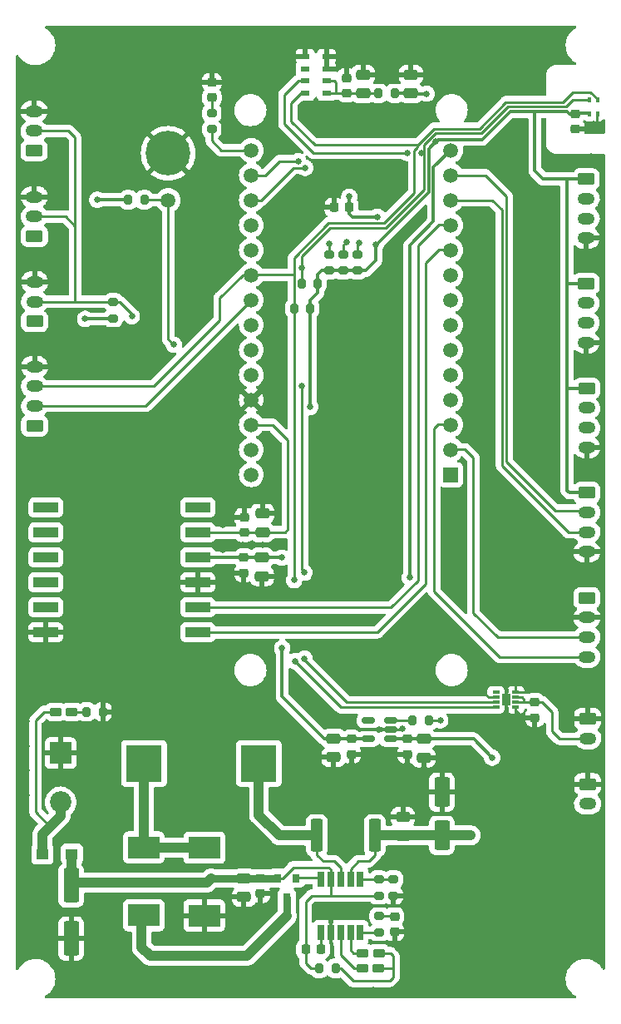
<source format=gbr>
G04 #@! TF.GenerationSoftware,KiCad,Pcbnew,(6.0.5)*
G04 #@! TF.CreationDate,2022-05-13T10:55:27+02:00*
G04 #@! TF.ProjectId,ruche,72756368-652e-46b6-9963-61645f706362,rev?*
G04 #@! TF.SameCoordinates,Original*
G04 #@! TF.FileFunction,Copper,L1,Top*
G04 #@! TF.FilePolarity,Positive*
%FSLAX46Y46*%
G04 Gerber Fmt 4.6, Leading zero omitted, Abs format (unit mm)*
G04 Created by KiCad (PCBNEW (6.0.5)) date 2022-05-13 10:55:27*
%MOMM*%
%LPD*%
G01*
G04 APERTURE LIST*
G04 Aperture macros list*
%AMRoundRect*
0 Rectangle with rounded corners*
0 $1 Rounding radius*
0 $2 $3 $4 $5 $6 $7 $8 $9 X,Y pos of 4 corners*
0 Add a 4 corners polygon primitive as box body*
4,1,4,$2,$3,$4,$5,$6,$7,$8,$9,$2,$3,0*
0 Add four circle primitives for the rounded corners*
1,1,$1+$1,$2,$3*
1,1,$1+$1,$4,$5*
1,1,$1+$1,$6,$7*
1,1,$1+$1,$8,$9*
0 Add four rect primitives between the rounded corners*
20,1,$1+$1,$2,$3,$4,$5,0*
20,1,$1+$1,$4,$5,$6,$7,0*
20,1,$1+$1,$6,$7,$8,$9,0*
20,1,$1+$1,$8,$9,$2,$3,0*%
G04 Aperture macros list end*
G04 #@! TA.AperFunction,ComponentPad*
%ADD10R,1.508000X1.508000*%
G04 #@! TD*
G04 #@! TA.AperFunction,ComponentPad*
%ADD11C,1.508000*%
G04 #@! TD*
G04 #@! TA.AperFunction,SMDPad,CuDef*
%ADD12RoundRect,0.250000X-0.550000X1.500000X-0.550000X-1.500000X0.550000X-1.500000X0.550000X1.500000X0*%
G04 #@! TD*
G04 #@! TA.AperFunction,SMDPad,CuDef*
%ADD13RoundRect,0.225000X-0.250000X0.225000X-0.250000X-0.225000X0.250000X-0.225000X0.250000X0.225000X0*%
G04 #@! TD*
G04 #@! TA.AperFunction,SMDPad,CuDef*
%ADD14RoundRect,0.250000X-0.475000X0.250000X-0.475000X-0.250000X0.475000X-0.250000X0.475000X0.250000X0*%
G04 #@! TD*
G04 #@! TA.AperFunction,SMDPad,CuDef*
%ADD15RoundRect,0.225000X-0.225000X-0.250000X0.225000X-0.250000X0.225000X0.250000X-0.225000X0.250000X0*%
G04 #@! TD*
G04 #@! TA.AperFunction,SMDPad,CuDef*
%ADD16RoundRect,0.250000X0.475000X-0.250000X0.475000X0.250000X-0.475000X0.250000X-0.475000X-0.250000X0*%
G04 #@! TD*
G04 #@! TA.AperFunction,SMDPad,CuDef*
%ADD17RoundRect,0.250000X0.550000X-1.250000X0.550000X1.250000X-0.550000X1.250000X-0.550000X-1.250000X0*%
G04 #@! TD*
G04 #@! TA.AperFunction,SMDPad,CuDef*
%ADD18RoundRect,0.212500X-0.400000X-0.212500X0.400000X-0.212500X0.400000X0.212500X-0.400000X0.212500X0*%
G04 #@! TD*
G04 #@! TA.AperFunction,SMDPad,CuDef*
%ADD19R,1.240000X1.120000*%
G04 #@! TD*
G04 #@! TA.AperFunction,SMDPad,CuDef*
%ADD20R,3.200000X2.250000*%
G04 #@! TD*
G04 #@! TA.AperFunction,SMDPad,CuDef*
%ADD21R,0.650000X1.525000*%
G04 #@! TD*
G04 #@! TA.AperFunction,ComponentPad*
%ADD22R,2.175000X2.175000*%
G04 #@! TD*
G04 #@! TA.AperFunction,ComponentPad*
%ADD23C,2.175000*%
G04 #@! TD*
G04 #@! TA.AperFunction,ComponentPad*
%ADD24RoundRect,0.250000X-0.625000X0.350000X-0.625000X-0.350000X0.625000X-0.350000X0.625000X0.350000X0*%
G04 #@! TD*
G04 #@! TA.AperFunction,ComponentPad*
%ADD25O,1.750000X1.200000*%
G04 #@! TD*
G04 #@! TA.AperFunction,ComponentPad*
%ADD26RoundRect,0.250000X0.625000X-0.350000X0.625000X0.350000X-0.625000X0.350000X-0.625000X-0.350000X0*%
G04 #@! TD*
G04 #@! TA.AperFunction,SMDPad,CuDef*
%ADD27R,3.650000X3.750000*%
G04 #@! TD*
G04 #@! TA.AperFunction,SMDPad,CuDef*
%ADD28R,0.800000X0.900000*%
G04 #@! TD*
G04 #@! TA.AperFunction,SMDPad,CuDef*
%ADD29RoundRect,0.200000X-0.200000X-0.275000X0.200000X-0.275000X0.200000X0.275000X-0.200000X0.275000X0*%
G04 #@! TD*
G04 #@! TA.AperFunction,SMDPad,CuDef*
%ADD30RoundRect,0.200000X0.275000X-0.200000X0.275000X0.200000X-0.275000X0.200000X-0.275000X-0.200000X0*%
G04 #@! TD*
G04 #@! TA.AperFunction,SMDPad,CuDef*
%ADD31RoundRect,0.200000X-0.275000X0.200000X-0.275000X-0.200000X0.275000X-0.200000X0.275000X0.200000X0*%
G04 #@! TD*
G04 #@! TA.AperFunction,SMDPad,CuDef*
%ADD32RoundRect,0.250000X-0.362500X-1.425000X0.362500X-1.425000X0.362500X1.425000X-0.362500X1.425000X0*%
G04 #@! TD*
G04 #@! TA.AperFunction,SMDPad,CuDef*
%ADD33R,0.750000X0.300000*%
G04 #@! TD*
G04 #@! TA.AperFunction,SMDPad,CuDef*
%ADD34R,0.900000X1.300000*%
G04 #@! TD*
G04 #@! TA.AperFunction,SMDPad,CuDef*
%ADD35R,2.500000X1.000000*%
G04 #@! TD*
G04 #@! TA.AperFunction,SMDPad,CuDef*
%ADD36R,0.300000X0.500000*%
G04 #@! TD*
G04 #@! TA.AperFunction,ComponentPad*
%ADD37C,1.500000*%
G04 #@! TD*
G04 #@! TA.AperFunction,ComponentPad*
%ADD38C,4.540000*%
G04 #@! TD*
G04 #@! TA.AperFunction,SMDPad,CuDef*
%ADD39RoundRect,0.225000X0.250000X-0.225000X0.250000X0.225000X-0.250000X0.225000X-0.250000X-0.225000X0*%
G04 #@! TD*
G04 #@! TA.AperFunction,SMDPad,CuDef*
%ADD40RoundRect,0.218750X-0.256250X0.218750X-0.256250X-0.218750X0.256250X-0.218750X0.256250X0.218750X0*%
G04 #@! TD*
G04 #@! TA.AperFunction,SMDPad,CuDef*
%ADD41RoundRect,0.225000X0.225000X0.250000X-0.225000X0.250000X-0.225000X-0.250000X0.225000X-0.250000X0*%
G04 #@! TD*
G04 #@! TA.AperFunction,SMDPad,CuDef*
%ADD42R,0.950000X0.550000*%
G04 #@! TD*
G04 #@! TA.AperFunction,SMDPad,CuDef*
%ADD43RoundRect,0.150000X0.512500X0.150000X-0.512500X0.150000X-0.512500X-0.150000X0.512500X-0.150000X0*%
G04 #@! TD*
G04 #@! TA.AperFunction,ViaPad*
%ADD44C,0.650000*%
G04 #@! TD*
G04 #@! TA.AperFunction,Conductor*
%ADD45C,0.300000*%
G04 #@! TD*
G04 #@! TA.AperFunction,Conductor*
%ADD46C,0.250000*%
G04 #@! TD*
G04 #@! TA.AperFunction,Conductor*
%ADD47C,1.000000*%
G04 #@! TD*
G04 #@! TA.AperFunction,Conductor*
%ADD48C,0.800000*%
G04 #@! TD*
G04 #@! TA.AperFunction,Conductor*
%ADD49C,0.500000*%
G04 #@! TD*
G04 APERTURE END LIST*
D10*
X141287500Y-115300200D03*
D11*
X141287500Y-112760200D03*
X141287500Y-110220200D03*
X141287500Y-107680200D03*
X141287500Y-105140200D03*
X141287500Y-102600200D03*
X141287500Y-100060200D03*
X141287500Y-97520200D03*
X141287500Y-94980200D03*
X141287500Y-92440200D03*
X141287500Y-89900200D03*
X141287500Y-87360200D03*
X141287500Y-84820200D03*
X141287500Y-82280200D03*
X120967500Y-82280200D03*
X120967500Y-84820200D03*
X120967500Y-87360200D03*
X120967500Y-89900200D03*
X120967500Y-92440200D03*
X120967500Y-94980200D03*
X120967500Y-97520200D03*
X120967500Y-100060200D03*
X120967500Y-102600200D03*
X120967500Y-105140200D03*
X120967500Y-107680200D03*
X120967500Y-110220200D03*
X120967500Y-112760200D03*
X120967500Y-115300200D03*
D12*
X102625000Y-157110000D03*
X102625000Y-162510000D03*
D13*
X121890000Y-156385000D03*
X121890000Y-157935000D03*
D14*
X120220000Y-156390000D03*
X120220000Y-158290000D03*
D13*
X135560000Y-160275000D03*
X135560000Y-161825000D03*
X149850000Y-138460000D03*
X149850000Y-140010000D03*
D15*
X126495000Y-163600000D03*
X128045000Y-163600000D03*
D16*
X136410000Y-152035000D03*
X136410000Y-150135000D03*
D17*
X140380000Y-152010000D03*
X140380000Y-147610000D03*
D13*
X153950000Y-78585000D03*
X153950000Y-80135000D03*
D18*
X101047500Y-139430000D03*
X102672500Y-139430000D03*
D19*
X102700000Y-153900000D03*
X99700000Y-153900000D03*
D18*
X132307500Y-165542000D03*
X133932500Y-165542000D03*
X132327500Y-163992000D03*
X133952500Y-163992000D03*
D20*
X116180000Y-153260000D03*
X116180000Y-160160000D03*
X110025000Y-153235000D03*
X110025000Y-160135000D03*
D21*
X128070000Y-161912000D03*
X129070000Y-161912000D03*
X130070000Y-161912000D03*
X131070000Y-161912000D03*
X132070000Y-161912000D03*
X132070000Y-156488000D03*
X131070000Y-156488000D03*
X130070000Y-156488000D03*
X129070000Y-156488000D03*
X128070000Y-156488000D03*
D22*
X101550000Y-143635000D03*
D23*
X101550000Y-148635000D03*
D24*
X155140000Y-117140000D03*
D25*
X155140000Y-119140000D03*
X155140000Y-121140000D03*
X155140000Y-123140000D03*
D24*
X155140000Y-127840000D03*
D25*
X155140000Y-129840000D03*
X155140000Y-131840000D03*
X155140000Y-133840000D03*
D26*
X98900000Y-110310000D03*
D25*
X98900000Y-108310000D03*
X98900000Y-106310000D03*
X98900000Y-104310000D03*
D27*
X110040000Y-144690000D03*
X121740000Y-144690000D03*
D28*
X125540000Y-156350000D03*
X123640000Y-156350000D03*
X124590000Y-158350000D03*
D29*
X104195000Y-139420000D03*
X105845000Y-139420000D03*
D30*
X133990000Y-161875000D03*
X133990000Y-160225000D03*
D29*
X127895000Y-165540000D03*
X129545000Y-165540000D03*
D31*
X135460000Y-156485000D03*
X135460000Y-158135000D03*
D30*
X133960000Y-158135000D03*
X133960000Y-156485000D03*
D32*
X127637500Y-152030000D03*
X133562500Y-152030000D03*
D29*
X126105000Y-95830000D03*
X127755000Y-95830000D03*
X125325000Y-98385000D03*
X126975000Y-98385000D03*
D31*
X106910000Y-97720000D03*
X106910000Y-99370000D03*
D24*
X155225000Y-140135000D03*
D25*
X155225000Y-142135000D03*
D24*
X155225000Y-146785000D03*
D25*
X155225000Y-148785000D03*
D33*
X147900000Y-138960000D03*
X147900000Y-138460000D03*
X147900000Y-137960000D03*
X147900000Y-137460000D03*
X145900000Y-137460000D03*
X145900000Y-137960000D03*
X145900000Y-138460000D03*
X145900000Y-138960000D03*
D34*
X146900000Y-138210000D03*
D26*
X98875000Y-91035000D03*
D25*
X98875000Y-89035000D03*
X98875000Y-87035000D03*
D26*
X98850000Y-82310000D03*
D25*
X98850000Y-80310000D03*
X98850000Y-78310000D03*
D26*
X98900000Y-99685000D03*
D25*
X98900000Y-97685000D03*
X98900000Y-95685000D03*
D35*
X115525000Y-131340000D03*
X115525000Y-128800000D03*
X115525000Y-126260000D03*
X115525000Y-123720000D03*
X115525000Y-121180000D03*
X115525000Y-118640000D03*
X100025000Y-118640000D03*
X100025000Y-121180000D03*
X100025000Y-123720000D03*
X100025000Y-126260000D03*
X100025000Y-128800000D03*
X100025000Y-131340000D03*
D36*
X156225000Y-77185000D03*
X155425000Y-77185000D03*
X155425000Y-78585000D03*
X156225000Y-78585000D03*
D13*
X120225000Y-123730000D03*
X120225000Y-125280000D03*
D14*
X122050000Y-123730000D03*
X122050000Y-125630000D03*
D29*
X108425000Y-87310000D03*
X110075000Y-87310000D03*
D37*
X112500000Y-87385000D03*
D38*
X112500000Y-82585000D03*
D14*
X129340000Y-142160000D03*
X129340000Y-144060000D03*
D39*
X120240000Y-121195000D03*
X120240000Y-119645000D03*
D40*
X116960000Y-75332500D03*
X116960000Y-76907500D03*
D29*
X137385000Y-140290000D03*
X139035000Y-140290000D03*
D16*
X137225000Y-76480000D03*
X137225000Y-74580000D03*
D31*
X116950000Y-78495000D03*
X116950000Y-80145000D03*
D13*
X136860000Y-142195000D03*
X136860000Y-143745000D03*
D29*
X133925000Y-76480000D03*
X135575000Y-76480000D03*
D16*
X122100000Y-121160000D03*
X122100000Y-119260000D03*
D30*
X128930000Y-94535000D03*
X128930000Y-92885000D03*
D41*
X130945000Y-88080000D03*
X129395000Y-88080000D03*
D24*
X155070000Y-95840000D03*
D25*
X155070000Y-97840000D03*
X155070000Y-99840000D03*
X155070000Y-101840000D03*
D24*
X155130000Y-106510000D03*
D25*
X155130000Y-108510000D03*
X155130000Y-110510000D03*
X155130000Y-112510000D03*
D30*
X130350000Y-94535000D03*
X130350000Y-92885000D03*
D39*
X130675000Y-76455000D03*
X130675000Y-74905000D03*
D16*
X132350000Y-76480000D03*
X132350000Y-74580000D03*
D42*
X128620000Y-76475000D03*
X128620000Y-75225000D03*
X128620000Y-73975000D03*
X128620000Y-72725000D03*
X126470000Y-72725000D03*
X126470000Y-73975000D03*
X126470000Y-75225000D03*
X126470000Y-76475000D03*
D14*
X138530000Y-142190000D03*
X138530000Y-144090000D03*
D24*
X155080000Y-85210000D03*
D25*
X155080000Y-87210000D03*
X155080000Y-89210000D03*
X155080000Y-91210000D03*
D43*
X135157500Y-142190000D03*
X135157500Y-141240000D03*
X135157500Y-140290000D03*
X132882500Y-140290000D03*
X132882500Y-142190000D03*
D13*
X131150000Y-142195000D03*
X131150000Y-143745000D03*
D30*
X131770000Y-94515000D03*
X131770000Y-92865000D03*
D44*
X154950000Y-80110000D03*
X147370000Y-82730000D03*
X103060000Y-70410000D03*
X155560000Y-125410000D03*
X110560000Y-112910000D03*
X148650000Y-140000000D03*
X135610000Y-95110000D03*
X98070000Y-157910000D03*
X120560000Y-70410000D03*
X107730000Y-102290000D03*
X105560000Y-127910000D03*
X103060000Y-122910000D03*
X103060000Y-127910000D03*
X152530000Y-164620000D03*
X115560000Y-132910000D03*
X125540000Y-87050000D03*
X108060000Y-135410000D03*
X98060000Y-127910000D03*
X105560000Y-137910000D03*
X141260000Y-123720000D03*
X118060000Y-135410000D03*
X113060000Y-125410000D03*
X120560000Y-130120000D03*
X110560000Y-122910000D03*
X103060000Y-117910000D03*
X128230000Y-88020000D03*
X98070000Y-145410000D03*
X122140000Y-122460000D03*
X120220000Y-159490000D03*
X115560000Y-112910000D03*
X131940000Y-112480000D03*
X110560000Y-135410000D03*
X110560000Y-117910000D03*
X110560000Y-130410000D03*
X144660000Y-137470000D03*
X122910000Y-135950000D03*
X98060000Y-137910000D03*
X115560000Y-135410000D03*
X103060000Y-132910000D03*
X103060000Y-137910000D03*
X110860000Y-167750000D03*
X113360000Y-167750000D03*
X132070000Y-101710000D03*
X149500000Y-104950000D03*
X155570000Y-150720000D03*
X127490000Y-138740000D03*
X100560000Y-115410000D03*
X155570000Y-158220000D03*
X113060000Y-130410000D03*
X155570000Y-155720000D03*
X113060000Y-115410000D03*
X113060000Y-122910000D03*
X98060000Y-115410000D03*
X101880000Y-166570000D03*
X103060000Y-125410000D03*
X129360000Y-145090000D03*
X138540000Y-145140000D03*
X120560000Y-117910000D03*
X100560000Y-135410000D03*
X109700000Y-92400000D03*
X150200000Y-113550000D03*
X137190000Y-78950000D03*
X103060000Y-120410000D03*
X128360000Y-167750000D03*
X135860000Y-167750000D03*
X98070000Y-155410000D03*
X98060000Y-75410000D03*
X118360000Y-167750000D03*
X126430000Y-71590000D03*
X153060000Y-70410000D03*
X118060000Y-122910000D03*
X122940000Y-137930000D03*
X118060000Y-112910000D03*
X98060000Y-85410000D03*
X125860000Y-167750000D03*
X130860000Y-167750000D03*
X110560000Y-120410000D03*
X118060000Y-117910000D03*
X108060000Y-127910000D03*
X120560000Y-137910000D03*
X149610000Y-94400000D03*
X108060000Y-117910000D03*
X103060000Y-115410000D03*
X98060000Y-132910000D03*
X100560000Y-75410000D03*
X110560000Y-115410000D03*
X108350000Y-167730000D03*
X98070000Y-140410000D03*
X110560000Y-125410000D03*
X118060000Y-120410000D03*
X105560000Y-120410000D03*
X130650000Y-73620000D03*
X131160000Y-144740000D03*
X140700000Y-167750000D03*
X148060000Y-70410000D03*
X149190000Y-137260000D03*
X146920000Y-139590000D03*
X113060000Y-117910000D03*
X98060000Y-130410000D03*
X103360000Y-167750000D03*
X120860000Y-167750000D03*
X143200000Y-167750000D03*
X100670000Y-164690000D03*
X145560000Y-70410000D03*
X98070000Y-142910000D03*
X128740000Y-84720000D03*
X98060000Y-117910000D03*
X105560000Y-115410000D03*
X155560000Y-92910000D03*
X155570000Y-163220000D03*
X113060000Y-127910000D03*
X103060000Y-130410000D03*
X102110000Y-131330000D03*
X113060000Y-120410000D03*
X121890000Y-159120000D03*
X150700000Y-167750000D03*
X98060000Y-122910000D03*
X98070000Y-152910000D03*
X140560000Y-70410000D03*
X105560000Y-112910000D03*
X155560000Y-82910000D03*
X103060000Y-72910000D03*
X105560000Y-125410000D03*
X132320000Y-73240000D03*
X129060000Y-160490000D03*
X140380000Y-145420000D03*
X134000000Y-141260000D03*
X115560000Y-70410000D03*
X98070000Y-147910000D03*
X133360000Y-167750000D03*
X133766651Y-120579229D03*
X115860000Y-167750000D03*
X132310000Y-127030000D03*
X105560000Y-70410000D03*
X138360000Y-167750000D03*
X108060000Y-122910000D03*
X120140000Y-122460000D03*
X100560000Y-132910000D03*
X118060000Y-115410000D03*
X122050000Y-126860000D03*
X115560000Y-137910000D03*
X98060000Y-92910000D03*
X120560000Y-132910000D03*
X136510000Y-158130000D03*
X110560000Y-127910000D03*
X98070000Y-162910000D03*
X108060000Y-112910000D03*
X108060000Y-132910000D03*
X98070000Y-150410000D03*
X128060000Y-70410000D03*
X98060000Y-102910000D03*
X105560000Y-132910000D03*
X156210000Y-79720000D03*
X105560000Y-130410000D03*
X108060000Y-115410000D03*
X105560000Y-117910000D03*
X122750000Y-132910000D03*
X139980000Y-133570000D03*
X113060000Y-137910000D03*
X150560000Y-70410000D03*
X128570000Y-71570000D03*
X136400000Y-148890000D03*
X116180000Y-161990000D03*
X103060000Y-135410000D03*
X123070000Y-130060000D03*
X105560000Y-135410000D03*
X120220000Y-126460000D03*
X113060000Y-112910000D03*
X100560000Y-137910000D03*
X123060000Y-70410000D03*
X136830000Y-144740000D03*
X155570000Y-153220000D03*
X155670000Y-144620000D03*
X133060000Y-70410000D03*
X108060000Y-70410000D03*
X98060000Y-120410000D03*
X108060000Y-125410000D03*
X106940000Y-139420000D03*
X148200000Y-167750000D03*
X108060000Y-130410000D03*
X98070000Y-160410000D03*
X117570000Y-126250000D03*
X155560000Y-115410000D03*
X153060000Y-72910000D03*
X137180000Y-73250000D03*
X101030000Y-162520000D03*
X155570000Y-138220000D03*
X118050000Y-130100000D03*
X105860000Y-167750000D03*
X118060000Y-137910000D03*
X108060000Y-120410000D03*
X118140000Y-132980000D03*
X98070000Y-135410000D03*
X110560000Y-137910000D03*
X145700000Y-167750000D03*
X113060000Y-132910000D03*
X98060000Y-112910000D03*
X110560000Y-70410000D03*
X105560000Y-122910000D03*
X123360000Y-167750000D03*
X136370000Y-141190000D03*
X130560000Y-70410000D03*
X115560000Y-115410000D03*
X113060000Y-70410000D03*
X98060000Y-125410000D03*
X143060000Y-70410000D03*
X100560000Y-112910000D03*
X113060000Y-135410000D03*
X155560000Y-135410000D03*
X155570000Y-160720000D03*
X135580000Y-162810000D03*
X108060000Y-137910000D03*
X118060000Y-70410000D03*
X103060000Y-112910000D03*
X110560000Y-132910000D03*
X133820000Y-89040000D03*
X105275000Y-87310000D03*
X130960000Y-87000000D03*
X139771455Y-81419011D03*
X126950000Y-108410000D03*
X104050000Y-99435000D03*
X138840000Y-76520000D03*
X133640000Y-91850000D03*
X126125000Y-106260000D03*
X126400000Y-125260000D03*
X126125000Y-94285000D03*
X138280500Y-82570000D03*
X136831499Y-82540000D03*
X126400000Y-134010000D03*
X125400002Y-134285000D03*
X125325000Y-126035000D03*
X143330000Y-152010000D03*
X142430000Y-152010000D03*
X145510000Y-144100000D03*
X108800000Y-99160000D03*
X113070000Y-102060000D03*
X124070000Y-123740000D03*
X124120000Y-132960000D03*
X140210000Y-140290000D03*
X137130000Y-125780000D03*
X131960000Y-91670000D03*
X125752929Y-83373714D03*
X126470000Y-84070000D03*
X130650000Y-91610000D03*
X128930000Y-91770000D03*
D45*
X149850010Y-78389990D02*
X149930000Y-78310000D01*
X150700000Y-85210000D02*
X149850010Y-84360010D01*
X155080000Y-85210000D02*
X150700000Y-85210000D01*
X149930000Y-78310000D02*
X147360000Y-78310000D01*
X149850010Y-84360010D02*
X149850010Y-78389990D01*
X153140000Y-78310000D02*
X149930000Y-78310000D01*
X140013777Y-81176689D02*
X139771455Y-81419011D01*
X147360000Y-78310000D02*
X144493311Y-81176689D01*
X153415000Y-78585000D02*
X153140000Y-78310000D01*
X153950000Y-78585000D02*
X153415000Y-78585000D01*
X144493311Y-81176689D02*
X140013777Y-81176689D01*
D46*
X145140000Y-137950000D02*
X144660000Y-137470000D01*
X146920000Y-138210000D02*
X146910000Y-138200000D01*
X147910000Y-139260000D02*
X148650000Y-140000000D01*
X146920000Y-139590000D02*
X146920000Y-138210000D01*
X136320000Y-141240000D02*
X136370000Y-141190000D01*
X135157500Y-141240000D02*
X136320000Y-141240000D01*
X129060000Y-161902000D02*
X129070000Y-161912000D01*
X129060000Y-160490000D02*
X129060000Y-161902000D01*
X147910000Y-138950000D02*
X147910000Y-139260000D01*
X145910000Y-137950000D02*
X145140000Y-137950000D01*
X149000000Y-137450000D02*
X149190000Y-137260000D01*
X147910000Y-137450000D02*
X149000000Y-137450000D01*
D45*
X126950000Y-108410000D02*
X126950000Y-98410000D01*
X153110000Y-95890000D02*
X153110000Y-96280000D01*
X127755000Y-95830000D02*
X127755000Y-94925000D01*
X126975000Y-97575000D02*
X127755000Y-96795000D01*
D46*
X124700000Y-111780400D02*
X124700000Y-120850000D01*
D45*
X137265000Y-76520000D02*
X137225000Y-76480000D01*
X127755000Y-94925000D02*
X128165000Y-94515000D01*
X130960000Y-88760000D02*
X130960000Y-87000000D01*
X131240000Y-89040000D02*
X130960000Y-88760000D01*
D46*
X124390000Y-121160000D02*
X122100000Y-121160000D01*
D45*
X155070000Y-95840000D02*
X153160000Y-95840000D01*
X126950000Y-98410000D02*
X126975000Y-98385000D01*
X138840000Y-76520000D02*
X137265000Y-76520000D01*
X133640000Y-91850000D02*
X133690000Y-91850000D01*
X139030000Y-82160466D02*
X139771455Y-81419011D01*
X153950000Y-78585000D02*
X154027391Y-78507609D01*
D46*
X115525000Y-121180000D02*
X122080000Y-121180000D01*
D45*
X104050000Y-99435000D02*
X106845000Y-99435000D01*
X126975000Y-98385000D02*
X126975000Y-97575000D01*
X154027391Y-78507609D02*
X154904787Y-78507609D01*
X133820000Y-89040000D02*
X131240000Y-89040000D01*
D46*
X122080000Y-121180000D02*
X122100000Y-121160000D01*
D45*
X128165000Y-94515000D02*
X131770000Y-94515000D01*
X108425000Y-87310000D02*
X105275000Y-87310000D01*
X139030000Y-86510000D02*
X139030000Y-82160466D01*
X153340000Y-117140000D02*
X153110000Y-116910000D01*
X133690000Y-91850000D02*
X139030000Y-86510000D01*
X155140000Y-117140000D02*
X153340000Y-117140000D01*
X153160000Y-95840000D02*
X153110000Y-95890000D01*
D46*
X124700000Y-120850000D02*
X124390000Y-121160000D01*
D45*
X153110000Y-85340000D02*
X153110000Y-96280000D01*
X131770000Y-94515000D02*
X132635000Y-94515000D01*
X132635000Y-94515000D02*
X133640000Y-93510000D01*
X154904787Y-78507609D02*
X155425000Y-78507609D01*
D46*
X120967500Y-110220200D02*
X123139800Y-110220200D01*
D45*
X153230000Y-106510000D02*
X155130000Y-106510000D01*
X133640000Y-93510000D02*
X133640000Y-91850000D01*
X135575000Y-76480000D02*
X137225000Y-76480000D01*
X153110000Y-106340000D02*
X153110000Y-116910000D01*
D46*
X123139800Y-110220200D02*
X124700000Y-111780400D01*
D45*
X127755000Y-96795000D02*
X127755000Y-95830000D01*
X153110000Y-96280000D02*
X153110000Y-106340000D01*
X106845000Y-99435000D02*
X106910000Y-99370000D01*
D46*
X126470000Y-75225000D02*
X125745000Y-75225000D01*
X126125000Y-93055000D02*
X126125000Y-94285000D01*
X155425000Y-77185000D02*
X153700000Y-77185000D01*
X134664282Y-90190000D02*
X128990000Y-90190000D01*
X126125000Y-114985000D02*
X126125000Y-106260000D01*
X130700000Y-138460000D02*
X126400000Y-134160000D01*
X126400000Y-125260000D02*
X126125000Y-124985000D01*
X138540000Y-81731918D02*
X138540000Y-86314282D01*
X138540000Y-86314282D02*
X134664282Y-90190000D01*
X98900000Y-108310000D02*
X98920000Y-108290000D01*
X147078804Y-77835490D02*
X144373815Y-80540480D01*
X124340000Y-76620000D02*
X124340000Y-79590000D01*
X128990000Y-90190000D02*
X126125000Y-93055000D01*
X125735000Y-75225000D02*
X124340000Y-76620000D01*
X127290000Y-82540000D02*
X136831499Y-82540000D01*
X124340000Y-79590000D02*
X127290000Y-82540000D01*
X153049510Y-77835490D02*
X147078804Y-77835490D01*
X145900000Y-138460000D02*
X130700000Y-138460000D01*
X126125000Y-94285000D02*
X126125000Y-95785000D01*
X110197700Y-108290000D02*
X120967500Y-97520200D01*
X144373815Y-80540480D02*
X139731438Y-80540480D01*
X126125000Y-124985000D02*
X126125000Y-114985000D01*
X126400000Y-134160000D02*
X126400000Y-134010000D01*
X153700000Y-77185000D02*
X153049510Y-77835490D01*
X139731438Y-80540480D02*
X138540000Y-81731918D01*
X98920000Y-108290000D02*
X110197700Y-108290000D01*
X139545245Y-80090969D02*
X144187622Y-80090969D01*
X120079800Y-94980200D02*
X120967500Y-94980200D01*
X125325000Y-93219296D02*
X128854795Y-89689501D01*
X128854795Y-89689501D02*
X134460499Y-89689501D01*
X125325000Y-115410002D02*
X125325000Y-126035000D01*
X125310000Y-94960000D02*
X120919800Y-94960000D01*
X125325000Y-95744600D02*
X125325000Y-115410002D01*
X125325000Y-95744600D02*
X125325000Y-93219296D01*
X134460499Y-89689501D02*
X137555999Y-86594001D01*
X125325000Y-95744600D02*
X125325000Y-94975000D01*
X144187622Y-80090969D02*
X146892613Y-77385979D01*
X137555999Y-82269901D02*
X137855999Y-81969901D01*
X146892613Y-77385979D02*
X152699021Y-77385979D01*
X125050000Y-79310000D02*
X127450000Y-81710000D01*
X137855999Y-81780215D02*
X139545245Y-80090969D01*
X117760000Y-97300000D02*
X120079800Y-94980200D01*
X117760000Y-99560000D02*
X117760000Y-97300000D01*
X125325000Y-94975000D02*
X125310000Y-94960000D01*
X145900000Y-138960000D02*
X130075002Y-138960000D01*
X156225000Y-77085000D02*
X156225000Y-77185000D01*
X137855999Y-81969901D02*
X137855999Y-81780215D01*
X98900000Y-106310000D02*
X98918568Y-106291432D01*
X126470000Y-76475000D02*
X126035000Y-76475000D01*
X137555999Y-86594001D02*
X137555999Y-82269901D01*
X125050000Y-77460000D02*
X125050000Y-79310000D01*
X152699021Y-77385979D02*
X153725000Y-76360000D01*
X126035000Y-76475000D02*
X125050000Y-77460000D01*
X153725000Y-76360000D02*
X155500000Y-76360000D01*
X111028568Y-106291432D02*
X117760000Y-99560000D01*
X98918568Y-106291432D02*
X111028568Y-106291432D01*
X130075002Y-138960000D02*
X125400002Y-134285000D01*
X155500000Y-76360000D02*
X156225000Y-77085000D01*
X127450000Y-81710000D02*
X137910000Y-81710000D01*
X129445000Y-75225000D02*
X129620000Y-75400000D01*
X132350000Y-76480000D02*
X133925000Y-76480000D01*
X132325000Y-76455000D02*
X132350000Y-76480000D01*
X128620000Y-75225000D02*
X129445000Y-75225000D01*
X130655000Y-76475000D02*
X130675000Y-76455000D01*
X130675000Y-76455000D02*
X132325000Y-76455000D01*
X129620000Y-75400000D02*
X129620000Y-76450000D01*
X128620000Y-76475000D02*
X130655000Y-76475000D01*
X149652500Y-138450000D02*
X149660000Y-138442500D01*
D47*
X140360000Y-152030000D02*
X140380000Y-152010000D01*
D46*
X132955000Y-154640000D02*
X131860000Y-154640000D01*
X148530000Y-137950000D02*
X148730000Y-138150000D01*
X152360000Y-142170000D02*
X155260000Y-142170000D01*
D47*
X133662500Y-152030000D02*
X140360000Y-152030000D01*
D45*
X143600000Y-142190000D02*
X138530000Y-142190000D01*
D46*
X151600000Y-141410000D02*
X152360000Y-142170000D01*
X151600000Y-139440000D02*
X151600000Y-141410000D01*
X149660000Y-138442500D02*
X150602500Y-138442500D01*
X147910000Y-138450000D02*
X148730000Y-138450000D01*
X131070000Y-155430000D02*
X131070000Y-156488000D01*
X148730000Y-138450000D02*
X149652500Y-138450000D01*
D47*
X140380000Y-152010000D02*
X143330000Y-152010000D01*
D46*
X133562500Y-152030000D02*
X133562500Y-154032500D01*
X131860000Y-154640000D02*
X131070000Y-155430000D01*
X133562500Y-154032500D02*
X132955000Y-154640000D01*
D45*
X145510000Y-144100000D02*
X143600000Y-142190000D01*
D46*
X147910000Y-137950000D02*
X148530000Y-137950000D01*
D45*
X138530000Y-142190000D02*
X135157500Y-142190000D01*
D46*
X150602500Y-138442500D02*
X151600000Y-139440000D01*
X148730000Y-138150000D02*
X148730000Y-138450000D01*
D47*
X120550000Y-164240000D02*
X124590000Y-160200000D01*
X109810000Y-163390000D02*
X110660000Y-164240000D01*
X110660000Y-164240000D02*
X120550000Y-164240000D01*
X109810000Y-160090000D02*
X109810000Y-163390000D01*
D48*
X124590000Y-160200000D02*
X124590000Y-158350000D01*
D47*
X116420000Y-156820000D02*
X116850000Y-156390000D01*
D48*
X116850000Y-156390000D02*
X123600000Y-156390000D01*
D46*
X126495000Y-163600000D02*
X126495000Y-158765000D01*
X123640000Y-156350000D02*
X124160000Y-156350000D01*
D49*
X102700000Y-157040000D02*
X102630000Y-157110000D01*
D46*
X126495000Y-163600000D02*
X126495000Y-164995000D01*
X127125000Y-158135000D02*
X129165000Y-158135000D01*
X129165000Y-158135000D02*
X133960000Y-158135000D01*
X128860000Y-155280000D02*
X129070000Y-155490000D01*
X129070000Y-155490000D02*
X129070000Y-156488000D01*
X127040000Y-165540000D02*
X127895000Y-165540000D01*
D47*
X102630000Y-157110000D02*
X102920000Y-156820000D01*
D46*
X126495000Y-158765000D02*
X127125000Y-158135000D01*
D47*
X102920000Y-156820000D02*
X116420000Y-156820000D01*
D46*
X124160000Y-156350000D02*
X125230000Y-155280000D01*
X126495000Y-164995000D02*
X127040000Y-165540000D01*
D47*
X102700000Y-153900000D02*
X102700000Y-157040000D01*
D46*
X125220000Y-155280000D02*
X128860000Y-155280000D01*
X129070000Y-156488000D02*
X129070000Y-158040000D01*
D47*
X110050000Y-146180000D02*
X110050000Y-153310000D01*
X116170000Y-153250000D02*
X110140000Y-153250000D01*
X116180000Y-153260000D02*
X116170000Y-153250000D01*
D46*
X127912000Y-156330000D02*
X125560000Y-156330000D01*
X128070000Y-156488000D02*
X127912000Y-156330000D01*
X125560000Y-156330000D02*
X125540000Y-156350000D01*
D47*
X123860000Y-152030000D02*
X127737500Y-152030000D01*
D46*
X129420000Y-154630000D02*
X130070000Y-155280000D01*
X128280000Y-154630000D02*
X129420000Y-154630000D01*
X130070000Y-155280000D02*
X130070000Y-156488000D01*
X127637500Y-153987500D02*
X128280000Y-154630000D01*
D47*
X121750000Y-149920000D02*
X123860000Y-152030000D01*
D46*
X127637500Y-152030000D02*
X127637500Y-153987500D01*
D47*
X121750000Y-146180000D02*
X121750000Y-149920000D01*
D46*
X135460000Y-156485000D02*
X132073000Y-156485000D01*
X132073000Y-156485000D02*
X132070000Y-156488000D01*
X132070000Y-161912000D02*
X133953000Y-161912000D01*
X133953000Y-161912000D02*
X133990000Y-161875000D01*
X135510000Y-160225000D02*
X135560000Y-160275000D01*
X133990000Y-160225000D02*
X135510000Y-160225000D01*
X128045000Y-163600000D02*
X128045000Y-161937000D01*
X104195000Y-139420000D02*
X102682500Y-139420000D01*
X98990000Y-149620000D02*
X98990000Y-140300000D01*
X100030000Y-139430000D02*
X101047500Y-139430000D01*
X98990000Y-140300000D02*
X99860000Y-139430000D01*
X100470000Y-151100000D02*
X98990000Y-149620000D01*
D47*
X101550000Y-150020000D02*
X99700000Y-151870000D01*
X101550000Y-148630000D02*
X101550000Y-150020000D01*
X99700000Y-151870000D02*
X99700000Y-153900000D01*
D46*
X99860000Y-139430000D02*
X100030000Y-139430000D01*
X130055000Y-165540000D02*
X131335000Y-166820000D01*
X133932500Y-165542000D02*
X135432000Y-165542000D01*
X129545000Y-165540000D02*
X130055000Y-165540000D01*
X135440000Y-166430000D02*
X135440000Y-164302000D01*
X135440000Y-164302000D02*
X135130000Y-163992000D01*
X135130000Y-163992000D02*
X133952500Y-163992000D01*
X135050000Y-166820000D02*
X135440000Y-166430000D01*
X135432000Y-165542000D02*
X135440000Y-165550000D01*
X131335000Y-166820000D02*
X135050000Y-166820000D01*
X132307500Y-165542000D02*
X131462000Y-165542000D01*
X130070000Y-164150000D02*
X130070000Y-161912000D01*
X131462000Y-165542000D02*
X130070000Y-164150000D01*
X131070000Y-163690000D02*
X131070000Y-161912000D01*
X131372000Y-163992000D02*
X131070000Y-163690000D01*
X132327500Y-163992000D02*
X131372000Y-163992000D01*
X103000000Y-97710000D02*
X103000000Y-91285000D01*
X103000000Y-90010000D02*
X102025000Y-89035000D01*
X98925000Y-97710000D02*
X98900000Y-97685000D01*
X103000000Y-97710000D02*
X98925000Y-97710000D01*
X103000000Y-80960000D02*
X102350000Y-80310000D01*
X103000000Y-91285000D02*
X103000000Y-90010000D01*
X102025000Y-89035000D02*
X98875000Y-89035000D01*
X103000000Y-97710000D02*
X107536175Y-97710000D01*
X103000000Y-91285000D02*
X103000000Y-80960000D01*
X108800000Y-98973825D02*
X108800000Y-99160000D01*
X102350000Y-80310000D02*
X98850000Y-80310000D01*
X107536175Y-97710000D02*
X108800000Y-98973825D01*
X116950000Y-76917500D02*
X116960000Y-76907500D01*
X116950000Y-78495000D02*
X116950000Y-76917500D01*
X140059800Y-89850200D02*
X141210000Y-89850200D01*
X135185000Y-128800000D02*
X137925000Y-126060000D01*
X137925000Y-126060000D02*
X137925000Y-91985000D01*
X115525000Y-128800000D02*
X135185000Y-128800000D01*
X137925000Y-91985000D02*
X140059800Y-89850200D01*
X133820000Y-131340000D02*
X138750000Y-126410000D01*
X115525000Y-131340000D02*
X133820000Y-131340000D01*
X140094800Y-92390200D02*
X141210000Y-92390200D01*
X138750000Y-126410000D02*
X138750000Y-93735000D01*
X138750000Y-93735000D02*
X140094800Y-92390200D01*
X112500000Y-87385000D02*
X112500000Y-101490000D01*
X112500000Y-101490000D02*
X113070000Y-102060000D01*
X110075000Y-87310000D02*
X112425000Y-87310000D01*
X146060000Y-131840000D02*
X143575000Y-129355000D01*
X143575000Y-129355000D02*
X143575000Y-113560000D01*
X143575000Y-113560000D02*
X142725200Y-112710200D01*
X155140000Y-131840000D02*
X146060000Y-131840000D01*
X142725200Y-112710200D02*
X141210000Y-112710200D01*
X139575000Y-110585000D02*
X139989800Y-110170200D01*
X146260000Y-133840000D02*
X139575000Y-127155000D01*
X155140000Y-133840000D02*
X146260000Y-133840000D01*
X139575000Y-127155000D02*
X139575000Y-110585000D01*
X139989800Y-110170200D02*
X141210000Y-110170200D01*
X146959511Y-86939511D02*
X146959511Y-113959511D01*
X146959511Y-113959511D02*
X151933813Y-118933813D01*
X144840200Y-84820200D02*
X146959511Y-86939511D01*
X154933813Y-118933813D02*
X155140000Y-119140000D01*
X141287500Y-84820200D02*
X144840200Y-84820200D01*
X151933813Y-118933813D02*
X154933813Y-118933813D01*
X146510000Y-114360000D02*
X153310000Y-121160000D01*
X141287500Y-87360200D02*
X145520200Y-87360200D01*
X146510000Y-88350000D02*
X146510000Y-114360000D01*
X153310000Y-121160000D02*
X155120000Y-121160000D01*
X155120000Y-121160000D02*
X155140000Y-121140000D01*
X145520200Y-87360200D02*
X146510000Y-88350000D01*
X120967500Y-82280200D02*
X117910200Y-82280200D01*
X117910200Y-82280200D02*
X116950000Y-81320000D01*
X116950000Y-81320000D02*
X116950000Y-80145000D01*
D45*
X124120000Y-137880000D02*
X124120000Y-132960000D01*
X128405000Y-142165000D02*
X124120000Y-137880000D01*
X124070000Y-123740000D02*
X118380000Y-123740000D01*
X118360000Y-123740000D02*
X115525000Y-123740000D01*
X132882500Y-142190000D02*
X129455000Y-142190000D01*
X129455000Y-142190000D02*
X129430000Y-142165000D01*
X129430000Y-142165000D02*
X128405000Y-142165000D01*
D46*
X135157500Y-140290000D02*
X137385000Y-140290000D01*
X139035000Y-140290000D02*
X140210000Y-140290000D01*
D45*
X139530000Y-84037700D02*
X139530000Y-89540000D01*
X139530000Y-89540000D02*
X137130000Y-91940000D01*
X141287500Y-82280200D02*
X139530000Y-84037700D01*
X137130000Y-91940000D02*
X137130000Y-125780000D01*
D46*
X120967500Y-84820200D02*
X122379800Y-84820200D01*
X131770000Y-91860000D02*
X131960000Y-91670000D01*
X122379800Y-84820200D02*
X123826286Y-83373714D01*
X123826286Y-83373714D02*
X125752929Y-83373714D01*
X131770000Y-92865000D02*
X131770000Y-91860000D01*
X130350000Y-92885000D02*
X130350000Y-91910000D01*
X125240000Y-84070000D02*
X121949800Y-87360200D01*
X126470000Y-84070000D02*
X125240000Y-84070000D01*
X121949800Y-87360200D02*
X120967500Y-87360200D01*
X130350000Y-91910000D02*
X130650000Y-91610000D01*
X128930000Y-92885000D02*
X128930000Y-91770000D01*
G04 #@! TA.AperFunction,Conductor*
G36*
X154045360Y-69628502D02*
G01*
X154091853Y-69682158D01*
X154101957Y-69752432D01*
X154072463Y-69817012D01*
X154041945Y-69842616D01*
X153854725Y-69954664D01*
X153854721Y-69954667D01*
X153851043Y-69956868D01*
X153637318Y-70128094D01*
X153620717Y-70145588D01*
X153470737Y-70303634D01*
X153448808Y-70326742D01*
X153289002Y-70549136D01*
X153160857Y-70791161D01*
X153159385Y-70795184D01*
X153159383Y-70795188D01*
X153116872Y-70911355D01*
X153066743Y-71048337D01*
X153008404Y-71315907D01*
X152986917Y-71588918D01*
X152987334Y-71596156D01*
X153002682Y-71862320D01*
X153055405Y-72131053D01*
X153056792Y-72135103D01*
X153056793Y-72135108D01*
X153131992Y-72354744D01*
X153144112Y-72390144D01*
X153183332Y-72468124D01*
X153242837Y-72586437D01*
X153267160Y-72634799D01*
X153269586Y-72638328D01*
X153269589Y-72638334D01*
X153417126Y-72853000D01*
X153422274Y-72860490D01*
X153606582Y-73063043D01*
X153609877Y-73065798D01*
X153609878Y-73065799D01*
X153653594Y-73102351D01*
X153816675Y-73238707D01*
X153820316Y-73240991D01*
X154024001Y-73368763D01*
X154071079Y-73421906D01*
X154081951Y-73492065D01*
X154053167Y-73556965D01*
X153993864Y-73596000D01*
X153957045Y-73601500D01*
X152053250Y-73601500D01*
X152032345Y-73599754D01*
X152017344Y-73597230D01*
X152017341Y-73597230D01*
X152012552Y-73596424D01*
X152006475Y-73596350D01*
X152004865Y-73596330D01*
X152004861Y-73596330D01*
X152000000Y-73596271D01*
X151995186Y-73596960D01*
X151995176Y-73596961D01*
X151978720Y-73599318D01*
X151971851Y-73600111D01*
X151824207Y-73613028D01*
X151818893Y-73614452D01*
X151818892Y-73614452D01*
X151659065Y-73657277D01*
X151659063Y-73657278D01*
X151653755Y-73658700D01*
X151648774Y-73661022D01*
X151648773Y-73661023D01*
X151498811Y-73730951D01*
X151498806Y-73730954D01*
X151493824Y-73733277D01*
X151488366Y-73737099D01*
X151353784Y-73831334D01*
X151353781Y-73831336D01*
X151349273Y-73834493D01*
X151224493Y-73959273D01*
X151221336Y-73963781D01*
X151221334Y-73963784D01*
X151220402Y-73965115D01*
X151123277Y-74103824D01*
X151120954Y-74108806D01*
X151120951Y-74108811D01*
X151052067Y-74256535D01*
X151048700Y-74263755D01*
X151047278Y-74269063D01*
X151047277Y-74269065D01*
X151033593Y-74320135D01*
X151003028Y-74434207D01*
X150998434Y-74486723D01*
X150990987Y-74571839D01*
X150989969Y-74580224D01*
X150986309Y-74603724D01*
X150989916Y-74631305D01*
X150990436Y-74635283D01*
X150991500Y-74651621D01*
X150991500Y-76510633D01*
X150990000Y-76530018D01*
X150987690Y-76544851D01*
X150987690Y-76544855D01*
X150986309Y-76553724D01*
X150987299Y-76561295D01*
X150987468Y-76563118D01*
X150987467Y-76563191D01*
X150987514Y-76563614D01*
X150991612Y-76607835D01*
X150992262Y-76614854D01*
X150978630Y-76684530D01*
X150929493Y-76735775D01*
X150866799Y-76752479D01*
X146971380Y-76752479D01*
X146960197Y-76751952D01*
X146952704Y-76750277D01*
X146944778Y-76750526D01*
X146944777Y-76750526D01*
X146884627Y-76752417D01*
X146880668Y-76752479D01*
X146852757Y-76752479D01*
X146848823Y-76752976D01*
X146848822Y-76752976D01*
X146848757Y-76752984D01*
X146836920Y-76753917D01*
X146805103Y-76754917D01*
X146800642Y-76755057D01*
X146792723Y-76755306D01*
X146775067Y-76760435D01*
X146773271Y-76760957D01*
X146753919Y-76764965D01*
X146746848Y-76765859D01*
X146733816Y-76767505D01*
X146726447Y-76770422D01*
X146726445Y-76770423D01*
X146692710Y-76783779D01*
X146681482Y-76787624D01*
X146639020Y-76799961D01*
X146632197Y-76803996D01*
X146632195Y-76803997D01*
X146621585Y-76810272D01*
X146603837Y-76818967D01*
X146584996Y-76826427D01*
X146578580Y-76831089D01*
X146578579Y-76831089D01*
X146549226Y-76852415D01*
X146539306Y-76858931D01*
X146508078Y-76877399D01*
X146508075Y-76877401D01*
X146501251Y-76881437D01*
X146486930Y-76895758D01*
X146471897Y-76908598D01*
X146455506Y-76920507D01*
X146450455Y-76926613D01*
X146427315Y-76954584D01*
X146419325Y-76963363D01*
X143962122Y-79420564D01*
X143899810Y-79454590D01*
X143873027Y-79457469D01*
X142712218Y-79457469D01*
X142644097Y-79437467D01*
X142597604Y-79383811D01*
X142587500Y-79313537D01*
X142616406Y-79249641D01*
X142703116Y-79148116D01*
X142837460Y-78928887D01*
X142855005Y-78886531D01*
X142933961Y-78695913D01*
X142933962Y-78695911D01*
X142935855Y-78691340D01*
X142968088Y-78557079D01*
X142994723Y-78446139D01*
X142994724Y-78446133D01*
X142995878Y-78441326D01*
X143016051Y-78185000D01*
X142995878Y-77928674D01*
X142985541Y-77885615D01*
X142952088Y-77746276D01*
X142935855Y-77678660D01*
X142933961Y-77674087D01*
X142839355Y-77445687D01*
X142839353Y-77445683D01*
X142837460Y-77441113D01*
X142703116Y-77221884D01*
X142536131Y-77026369D01*
X142340616Y-76859384D01*
X142121387Y-76725040D01*
X142116817Y-76723147D01*
X142116813Y-76723145D01*
X141888413Y-76628539D01*
X141888411Y-76628538D01*
X141883840Y-76626645D01*
X141770931Y-76599538D01*
X141638639Y-76567777D01*
X141638633Y-76567776D01*
X141633826Y-76566622D01*
X141544535Y-76559595D01*
X141444137Y-76551693D01*
X141444128Y-76551693D01*
X141441680Y-76551500D01*
X141313320Y-76551500D01*
X141310872Y-76551693D01*
X141310863Y-76551693D01*
X141210465Y-76559595D01*
X141121174Y-76566622D01*
X141116367Y-76567776D01*
X141116361Y-76567777D01*
X140984069Y-76599538D01*
X140871160Y-76626645D01*
X140866589Y-76628538D01*
X140866587Y-76628539D01*
X140638187Y-76723145D01*
X140638183Y-76723147D01*
X140633613Y-76725040D01*
X140414384Y-76859384D01*
X140218869Y-77026369D01*
X140051884Y-77221884D01*
X139917540Y-77441113D01*
X139915647Y-77445683D01*
X139915645Y-77445687D01*
X139821039Y-77674087D01*
X139819145Y-77678660D01*
X139802912Y-77746276D01*
X139769460Y-77885615D01*
X139759122Y-77928674D01*
X139738949Y-78185000D01*
X139759122Y-78441326D01*
X139760276Y-78446133D01*
X139760277Y-78446139D01*
X139786912Y-78557079D01*
X139819145Y-78691340D01*
X139821038Y-78695911D01*
X139821039Y-78695913D01*
X139899996Y-78886531D01*
X139917540Y-78928887D01*
X140051884Y-79148116D01*
X140138594Y-79249641D01*
X140167624Y-79314428D01*
X140157019Y-79384628D01*
X140110144Y-79437951D01*
X140042782Y-79457469D01*
X139624013Y-79457469D01*
X139612830Y-79456942D01*
X139605337Y-79455267D01*
X139597411Y-79455516D01*
X139597410Y-79455516D01*
X139537247Y-79457407D01*
X139533289Y-79457469D01*
X139505389Y-79457469D01*
X139501399Y-79457973D01*
X139489565Y-79458905D01*
X139445356Y-79460295D01*
X139437740Y-79462508D01*
X139437738Y-79462508D01*
X139425897Y-79465948D01*
X139406538Y-79469957D01*
X139405228Y-79470123D01*
X139386448Y-79472495D01*
X139379082Y-79475411D01*
X139379076Y-79475413D01*
X139345343Y-79488769D01*
X139334113Y-79492614D01*
X139309041Y-79499898D01*
X139291652Y-79504950D01*
X139284829Y-79508985D01*
X139274211Y-79515264D01*
X139256458Y-79523961D01*
X139248813Y-79526988D01*
X139237628Y-79531417D01*
X139231213Y-79536078D01*
X139201857Y-79557406D01*
X139191940Y-79563920D01*
X139153883Y-79586427D01*
X139139562Y-79600748D01*
X139124529Y-79613588D01*
X139108138Y-79625497D01*
X139090469Y-79646855D01*
X139079947Y-79659574D01*
X139071957Y-79668353D01*
X137700714Y-81039595D01*
X137638402Y-81073621D01*
X137611619Y-81076500D01*
X127764594Y-81076500D01*
X127696473Y-81056498D01*
X127675499Y-81039595D01*
X125720405Y-79084500D01*
X125686379Y-79022188D01*
X125683500Y-78995405D01*
X125683500Y-77774594D01*
X125703502Y-77706473D01*
X125720405Y-77685499D01*
X126110499Y-77295405D01*
X126172811Y-77261379D01*
X126199594Y-77258500D01*
X126993134Y-77258500D01*
X127055316Y-77251745D01*
X127191705Y-77200615D01*
X127308261Y-77113261D01*
X127395615Y-76996705D01*
X127409693Y-76959152D01*
X127427018Y-76912938D01*
X127469660Y-76856174D01*
X127536221Y-76831474D01*
X127605570Y-76846681D01*
X127655688Y-76896967D01*
X127662982Y-76912938D01*
X127680307Y-76959152D01*
X127694385Y-76996705D01*
X127781739Y-77113261D01*
X127898295Y-77200615D01*
X128034684Y-77251745D01*
X128096866Y-77258500D01*
X129143134Y-77258500D01*
X129205316Y-77251745D01*
X129341705Y-77200615D01*
X129431024Y-77133674D01*
X129497530Y-77108826D01*
X129506589Y-77108500D01*
X129763856Y-77108500D01*
X129831977Y-77128502D01*
X129852872Y-77145325D01*
X129967298Y-77259552D01*
X129973528Y-77263392D01*
X129973529Y-77263393D01*
X130105763Y-77344903D01*
X130112899Y-77349302D01*
X130275243Y-77403149D01*
X130282080Y-77403849D01*
X130282082Y-77403850D01*
X130320090Y-77407744D01*
X130376268Y-77413500D01*
X130973732Y-77413500D01*
X130976978Y-77413163D01*
X130976982Y-77413163D01*
X131011083Y-77409625D01*
X131076019Y-77402887D01*
X131110737Y-77391304D01*
X131231324Y-77351073D01*
X131231326Y-77351072D01*
X131238268Y-77348756D01*
X131244489Y-77344906D01*
X131244496Y-77344903D01*
X131269398Y-77329493D01*
X131337850Y-77310656D01*
X131401815Y-77329378D01*
X131546032Y-77418275D01*
X131552262Y-77422115D01*
X131593196Y-77435692D01*
X131713611Y-77475632D01*
X131713613Y-77475632D01*
X131720139Y-77477797D01*
X131726975Y-77478497D01*
X131726978Y-77478498D01*
X131770031Y-77482909D01*
X131824600Y-77488500D01*
X132875400Y-77488500D01*
X132878646Y-77488163D01*
X132878650Y-77488163D01*
X132974308Y-77478238D01*
X132974312Y-77478237D01*
X132981166Y-77477526D01*
X132987702Y-77475345D01*
X132987704Y-77475345D01*
X133127386Y-77428743D01*
X133148946Y-77421550D01*
X133182631Y-77400705D01*
X133236138Y-77367594D01*
X133304590Y-77348756D01*
X133367711Y-77366961D01*
X133431301Y-77405472D01*
X133438548Y-77407743D01*
X133438550Y-77407744D01*
X133504836Y-77428517D01*
X133594938Y-77456753D01*
X133668365Y-77463500D01*
X133671263Y-77463500D01*
X133925665Y-77463499D01*
X134181634Y-77463499D01*
X134184492Y-77463236D01*
X134184501Y-77463236D01*
X134220004Y-77459974D01*
X134255062Y-77456753D01*
X134261447Y-77454752D01*
X134411450Y-77407744D01*
X134411452Y-77407743D01*
X134418699Y-77405472D01*
X134565381Y-77316639D01*
X134660905Y-77221115D01*
X134723217Y-77187089D01*
X134794032Y-77192154D01*
X134839095Y-77221115D01*
X134934619Y-77316639D01*
X135081301Y-77405472D01*
X135088548Y-77407743D01*
X135088550Y-77407744D01*
X135154836Y-77428517D01*
X135244938Y-77456753D01*
X135318365Y-77463500D01*
X135321263Y-77463500D01*
X135575665Y-77463499D01*
X135831634Y-77463499D01*
X135834492Y-77463236D01*
X135834501Y-77463236D01*
X135870004Y-77459974D01*
X135905062Y-77456753D01*
X135911447Y-77454752D01*
X136061450Y-77407744D01*
X136061452Y-77407743D01*
X136068699Y-77405472D01*
X136076110Y-77400984D01*
X136170094Y-77344066D01*
X136238724Y-77325887D01*
X136301481Y-77344582D01*
X136337786Y-77366961D01*
X136420090Y-77417694D01*
X136427262Y-77422115D01*
X136468196Y-77435692D01*
X136588611Y-77475632D01*
X136588613Y-77475632D01*
X136595139Y-77477797D01*
X136601975Y-77478497D01*
X136601978Y-77478498D01*
X136645031Y-77482909D01*
X136699600Y-77488500D01*
X137750400Y-77488500D01*
X137753646Y-77488163D01*
X137753650Y-77488163D01*
X137849308Y-77478238D01*
X137849312Y-77478237D01*
X137856166Y-77477526D01*
X137862702Y-77475345D01*
X137862704Y-77475345D01*
X138002386Y-77428743D01*
X138023946Y-77421550D01*
X138174348Y-77328478D01*
X138249756Y-77252938D01*
X138312037Y-77218860D01*
X138382857Y-77223863D01*
X138412986Y-77240019D01*
X138420954Y-77245808D01*
X138426982Y-77248492D01*
X138426984Y-77248493D01*
X138574985Y-77314387D01*
X138581016Y-77317072D01*
X138652809Y-77332332D01*
X138745939Y-77352128D01*
X138745943Y-77352128D01*
X138752396Y-77353500D01*
X138927604Y-77353500D01*
X138934057Y-77352128D01*
X138934061Y-77352128D01*
X139027191Y-77332332D01*
X139098984Y-77317072D01*
X139105015Y-77314387D01*
X139253016Y-77248493D01*
X139253018Y-77248492D01*
X139259046Y-77245808D01*
X139291975Y-77221884D01*
X139395453Y-77146702D01*
X139400792Y-77142823D01*
X139431404Y-77108826D01*
X139513611Y-77017526D01*
X139513612Y-77017525D01*
X139518030Y-77012618D01*
X139521330Y-77006902D01*
X139521333Y-77006898D01*
X139602331Y-76866603D01*
X139605634Y-76860882D01*
X139615315Y-76831089D01*
X139629975Y-76785968D01*
X139659777Y-76694249D01*
X139660799Y-76684530D01*
X139677401Y-76526565D01*
X139678091Y-76520000D01*
X139674914Y-76489771D01*
X139660468Y-76352321D01*
X139660467Y-76352317D01*
X139659777Y-76345751D01*
X139613530Y-76203419D01*
X139607675Y-76185399D01*
X139607674Y-76185398D01*
X139605634Y-76179118D01*
X139576121Y-76128000D01*
X139521333Y-76033102D01*
X139521330Y-76033098D01*
X139518030Y-76027382D01*
X139492948Y-75999526D01*
X139405207Y-75902080D01*
X139405205Y-75902079D01*
X139400792Y-75897177D01*
X139335859Y-75850000D01*
X139264388Y-75798073D01*
X139264387Y-75798072D01*
X139259046Y-75794192D01*
X139253018Y-75791508D01*
X139253016Y-75791507D01*
X139105015Y-75725613D01*
X139105014Y-75725613D01*
X139098984Y-75722928D01*
X139013294Y-75704714D01*
X138934061Y-75687872D01*
X138934057Y-75687872D01*
X138927604Y-75686500D01*
X138752396Y-75686500D01*
X138745943Y-75687872D01*
X138745939Y-75687872D01*
X138666706Y-75704714D01*
X138581016Y-75722928D01*
X138574987Y-75725613D01*
X138574985Y-75725613D01*
X138441490Y-75785049D01*
X138371123Y-75794483D01*
X138306826Y-75764377D01*
X138298517Y-75755613D01*
X138298478Y-75755652D01*
X138178486Y-75635869D01*
X138173303Y-75630695D01*
X138168765Y-75627898D01*
X138128176Y-75570647D01*
X138124946Y-75499724D01*
X138160572Y-75438313D01*
X138169068Y-75430938D01*
X138179207Y-75422902D01*
X138293739Y-75308171D01*
X138302751Y-75296760D01*
X138387816Y-75158757D01*
X138393963Y-75145576D01*
X138445138Y-74991290D01*
X138448005Y-74977914D01*
X138457672Y-74883562D01*
X138458000Y-74877146D01*
X138458000Y-74852115D01*
X138453525Y-74836876D01*
X138452135Y-74835671D01*
X138444452Y-74834000D01*
X136010116Y-74834000D01*
X135994877Y-74838475D01*
X135993672Y-74839865D01*
X135992001Y-74847548D01*
X135992001Y-74877095D01*
X135992338Y-74883614D01*
X136002257Y-74979206D01*
X136005149Y-74992600D01*
X136056588Y-75146784D01*
X136062761Y-75159962D01*
X136148063Y-75297807D01*
X136157100Y-75309209D01*
X136192013Y-75344062D01*
X136226091Y-75406345D01*
X136221088Y-75477165D01*
X136178590Y-75534037D01*
X136112091Y-75558905D01*
X136065318Y-75553468D01*
X135905062Y-75503247D01*
X135831635Y-75496500D01*
X135828737Y-75496500D01*
X135574335Y-75496501D01*
X135318366Y-75496501D01*
X135315508Y-75496764D01*
X135315499Y-75496764D01*
X135279996Y-75500026D01*
X135244938Y-75503247D01*
X135238560Y-75505246D01*
X135238559Y-75505246D01*
X135088550Y-75552256D01*
X135088548Y-75552257D01*
X135081301Y-75554528D01*
X134934619Y-75643361D01*
X134839095Y-75738885D01*
X134776783Y-75772911D01*
X134705968Y-75767846D01*
X134660905Y-75738885D01*
X134565381Y-75643361D01*
X134418699Y-75554528D01*
X134411452Y-75552257D01*
X134411450Y-75552256D01*
X134345164Y-75531483D01*
X134255062Y-75503247D01*
X134181635Y-75496500D01*
X134178737Y-75496500D01*
X133924335Y-75496501D01*
X133668366Y-75496501D01*
X133665508Y-75496764D01*
X133665499Y-75496764D01*
X133629996Y-75500026D01*
X133594938Y-75503247D01*
X133588560Y-75505246D01*
X133588559Y-75505246D01*
X133543719Y-75519298D01*
X133472734Y-75520582D01*
X133412323Y-75483285D01*
X133381667Y-75419248D01*
X133390498Y-75348803D01*
X133414222Y-75313934D01*
X133414201Y-75313917D01*
X133414438Y-75313616D01*
X133416869Y-75310044D01*
X133418739Y-75308170D01*
X133427751Y-75296760D01*
X133512816Y-75158757D01*
X133518963Y-75145576D01*
X133570138Y-74991290D01*
X133573005Y-74977914D01*
X133582672Y-74883562D01*
X133583000Y-74877146D01*
X133583000Y-74852115D01*
X133578525Y-74836876D01*
X133577135Y-74835671D01*
X133569452Y-74834000D01*
X132222000Y-74834000D01*
X132153879Y-74813998D01*
X132107386Y-74760342D01*
X132096000Y-74708000D01*
X132096000Y-74307885D01*
X132604000Y-74307885D01*
X132608475Y-74323124D01*
X132609865Y-74324329D01*
X132617548Y-74326000D01*
X133564884Y-74326000D01*
X133580123Y-74321525D01*
X133581328Y-74320135D01*
X133582999Y-74312452D01*
X133582999Y-74307885D01*
X135992000Y-74307885D01*
X135996475Y-74323124D01*
X135997865Y-74324329D01*
X136005548Y-74326000D01*
X136952885Y-74326000D01*
X136968124Y-74321525D01*
X136969329Y-74320135D01*
X136971000Y-74312452D01*
X136971000Y-74307885D01*
X137479000Y-74307885D01*
X137483475Y-74323124D01*
X137484865Y-74324329D01*
X137492548Y-74326000D01*
X138439884Y-74326000D01*
X138455123Y-74321525D01*
X138456328Y-74320135D01*
X138457999Y-74312452D01*
X138457999Y-74282905D01*
X138457662Y-74276386D01*
X138447743Y-74180794D01*
X138444851Y-74167400D01*
X138393412Y-74013216D01*
X138387239Y-74000038D01*
X138301937Y-73862193D01*
X138292901Y-73850792D01*
X138178171Y-73736261D01*
X138166760Y-73727249D01*
X138028757Y-73642184D01*
X138015576Y-73636037D01*
X137861290Y-73584862D01*
X137847914Y-73581995D01*
X137753562Y-73572328D01*
X137747145Y-73572000D01*
X137497115Y-73572000D01*
X137481876Y-73576475D01*
X137480671Y-73577865D01*
X137479000Y-73585548D01*
X137479000Y-74307885D01*
X136971000Y-74307885D01*
X136971000Y-73590116D01*
X136966525Y-73574877D01*
X136965135Y-73573672D01*
X136957452Y-73572001D01*
X136702905Y-73572001D01*
X136696386Y-73572338D01*
X136600794Y-73582257D01*
X136587400Y-73585149D01*
X136433216Y-73636588D01*
X136420038Y-73642761D01*
X136282193Y-73728063D01*
X136270792Y-73737099D01*
X136156261Y-73851829D01*
X136147249Y-73863240D01*
X136062184Y-74001243D01*
X136056037Y-74014424D01*
X136004862Y-74168710D01*
X136001995Y-74182086D01*
X135992328Y-74276438D01*
X135992000Y-74282855D01*
X135992000Y-74307885D01*
X133582999Y-74307885D01*
X133582999Y-74282905D01*
X133582662Y-74276386D01*
X133572743Y-74180794D01*
X133569851Y-74167400D01*
X133518412Y-74013216D01*
X133512239Y-74000038D01*
X133426937Y-73862193D01*
X133417901Y-73850792D01*
X133303171Y-73736261D01*
X133291760Y-73727249D01*
X133153757Y-73642184D01*
X133140576Y-73636037D01*
X132986290Y-73584862D01*
X132972914Y-73581995D01*
X132878562Y-73572328D01*
X132872145Y-73572000D01*
X132622115Y-73572000D01*
X132606876Y-73576475D01*
X132605671Y-73577865D01*
X132604000Y-73585548D01*
X132604000Y-74307885D01*
X132096000Y-74307885D01*
X132096000Y-73590116D01*
X132091525Y-73574877D01*
X132090135Y-73573672D01*
X132082452Y-73572001D01*
X131827905Y-73572001D01*
X131821386Y-73572338D01*
X131725794Y-73582257D01*
X131712400Y-73585149D01*
X131558216Y-73636588D01*
X131545038Y-73642761D01*
X131407193Y-73728063D01*
X131395792Y-73737099D01*
X131281259Y-73851831D01*
X131272249Y-73863240D01*
X131242858Y-73910922D01*
X131190086Y-73958416D01*
X131120015Y-73969840D01*
X131095929Y-73964399D01*
X131081191Y-73959510D01*
X131067810Y-73956642D01*
X130976903Y-73947328D01*
X130970486Y-73947000D01*
X130947115Y-73947000D01*
X130931876Y-73951475D01*
X130930671Y-73952865D01*
X130929000Y-73960548D01*
X130929000Y-75033000D01*
X130908998Y-75101121D01*
X130855342Y-75147614D01*
X130803000Y-75159000D01*
X130547000Y-75159000D01*
X130478879Y-75138998D01*
X130432386Y-75085342D01*
X130421000Y-75033000D01*
X130421000Y-73965115D01*
X130416525Y-73949876D01*
X130415135Y-73948671D01*
X130407452Y-73947000D01*
X130379562Y-73947000D01*
X130373047Y-73947337D01*
X130280943Y-73956894D01*
X130267544Y-73959788D01*
X130118893Y-74009381D01*
X130105714Y-74015555D01*
X129972827Y-74097788D01*
X129961426Y-74106824D01*
X129851014Y-74217429D01*
X129842000Y-74228843D01*
X129824930Y-74256535D01*
X129772158Y-74304028D01*
X129702086Y-74315450D01*
X129636963Y-74287176D01*
X129603529Y-74236212D01*
X129597135Y-74230671D01*
X129589452Y-74229000D01*
X128492000Y-74229000D01*
X128423879Y-74208998D01*
X128377386Y-74155342D01*
X128366000Y-74103000D01*
X128366000Y-73702885D01*
X128874000Y-73702885D01*
X128878475Y-73718124D01*
X128879865Y-73719329D01*
X128887548Y-73721000D01*
X129584884Y-73721000D01*
X129600123Y-73716525D01*
X129601328Y-73715135D01*
X129602999Y-73707452D01*
X129602999Y-73655331D01*
X129602629Y-73648510D01*
X129597105Y-73597648D01*
X129593479Y-73582396D01*
X129548324Y-73461946D01*
X129539786Y-73446352D01*
X129524207Y-73425564D01*
X129499360Y-73359057D01*
X129514414Y-73289675D01*
X129524207Y-73274436D01*
X129539786Y-73253648D01*
X129548324Y-73238054D01*
X129593478Y-73117606D01*
X129597105Y-73102351D01*
X129602631Y-73051486D01*
X129603000Y-73044672D01*
X129603000Y-72997115D01*
X129598525Y-72981876D01*
X129597135Y-72980671D01*
X129589452Y-72979000D01*
X128892115Y-72979000D01*
X128876876Y-72983475D01*
X128875671Y-72984865D01*
X128874000Y-72992548D01*
X128874000Y-73702885D01*
X128366000Y-73702885D01*
X128366000Y-72452885D01*
X128874000Y-72452885D01*
X128878475Y-72468124D01*
X128879865Y-72469329D01*
X128887548Y-72471000D01*
X129584884Y-72471000D01*
X129600123Y-72466525D01*
X129601328Y-72465135D01*
X129602999Y-72457452D01*
X129602999Y-72405331D01*
X129602629Y-72398510D01*
X129597105Y-72347648D01*
X129593479Y-72332396D01*
X129548324Y-72211946D01*
X129539786Y-72196351D01*
X129463285Y-72094276D01*
X129450724Y-72081715D01*
X129348649Y-72005214D01*
X129333054Y-71996676D01*
X129212606Y-71951522D01*
X129197351Y-71947895D01*
X129146486Y-71942369D01*
X129139672Y-71942000D01*
X128892115Y-71942000D01*
X128876876Y-71946475D01*
X128875671Y-71947865D01*
X128874000Y-71955548D01*
X128874000Y-72452885D01*
X128366000Y-72452885D01*
X128366000Y-71960116D01*
X128361525Y-71944877D01*
X128360135Y-71943672D01*
X128352452Y-71942001D01*
X128100331Y-71942001D01*
X128093510Y-71942371D01*
X128042648Y-71947895D01*
X128027396Y-71951521D01*
X127906946Y-71996676D01*
X127891351Y-72005214D01*
X127789276Y-72081715D01*
X127776715Y-72094276D01*
X127700214Y-72196351D01*
X127691676Y-72211946D01*
X127662982Y-72288487D01*
X127620340Y-72345251D01*
X127553779Y-72369951D01*
X127484430Y-72354744D01*
X127434312Y-72304458D01*
X127427018Y-72288487D01*
X127398324Y-72211946D01*
X127389786Y-72196351D01*
X127313285Y-72094276D01*
X127300724Y-72081715D01*
X127198649Y-72005214D01*
X127183054Y-71996676D01*
X127062606Y-71951522D01*
X127047351Y-71947895D01*
X126996486Y-71942369D01*
X126989672Y-71942000D01*
X126742115Y-71942000D01*
X126726876Y-71946475D01*
X126725671Y-71947865D01*
X126724000Y-71955548D01*
X126724000Y-72853000D01*
X126703998Y-72921121D01*
X126650342Y-72967614D01*
X126598000Y-72979000D01*
X125505116Y-72979000D01*
X125489877Y-72983475D01*
X125488672Y-72984865D01*
X125487001Y-72992548D01*
X125487001Y-73044669D01*
X125487371Y-73051490D01*
X125492895Y-73102352D01*
X125496521Y-73117604D01*
X125541676Y-73238054D01*
X125550214Y-73253649D01*
X125565480Y-73274018D01*
X125590328Y-73340525D01*
X125575275Y-73409907D01*
X125565480Y-73425148D01*
X125544385Y-73453295D01*
X125493255Y-73589684D01*
X125486500Y-73651866D01*
X125486500Y-74298134D01*
X125493255Y-74360316D01*
X125528543Y-74454447D01*
X125539753Y-74484349D01*
X125544936Y-74555157D01*
X125511015Y-74617526D01*
X125480860Y-74638058D01*
X125481407Y-74638982D01*
X125448066Y-74658700D01*
X125343638Y-74720458D01*
X125338032Y-74726064D01*
X123947747Y-76116348D01*
X123939461Y-76123888D01*
X123932982Y-76128000D01*
X123927557Y-76133777D01*
X123886357Y-76177651D01*
X123883602Y-76180493D01*
X123863865Y-76200230D01*
X123861385Y-76203427D01*
X123853682Y-76212447D01*
X123823414Y-76244679D01*
X123819595Y-76251625D01*
X123819593Y-76251628D01*
X123813652Y-76262434D01*
X123802801Y-76278953D01*
X123790386Y-76294959D01*
X123787241Y-76302228D01*
X123787238Y-76302232D01*
X123772826Y-76335537D01*
X123767609Y-76346187D01*
X123746305Y-76384940D01*
X123744334Y-76392615D01*
X123744334Y-76392616D01*
X123741267Y-76404562D01*
X123734863Y-76423266D01*
X123730541Y-76433255D01*
X123726819Y-76441855D01*
X123725580Y-76449678D01*
X123725577Y-76449688D01*
X123719901Y-76485524D01*
X123717495Y-76497144D01*
X123706500Y-76539970D01*
X123706500Y-76560224D01*
X123704949Y-76579934D01*
X123701780Y-76599943D01*
X123702526Y-76607835D01*
X123705941Y-76643961D01*
X123706500Y-76655819D01*
X123706500Y-79511233D01*
X123705973Y-79522416D01*
X123704298Y-79529909D01*
X123704547Y-79537835D01*
X123704547Y-79537836D01*
X123706438Y-79597986D01*
X123706500Y-79601945D01*
X123706500Y-79629856D01*
X123706997Y-79633790D01*
X123706997Y-79633791D01*
X123707005Y-79633856D01*
X123707938Y-79645693D01*
X123709327Y-79689889D01*
X123714978Y-79709339D01*
X123718987Y-79728700D01*
X123721526Y-79748797D01*
X123724445Y-79756168D01*
X123724445Y-79756170D01*
X123737804Y-79789912D01*
X123741649Y-79801142D01*
X123751156Y-79833865D01*
X123753982Y-79843593D01*
X123758015Y-79850412D01*
X123758017Y-79850417D01*
X123764293Y-79861028D01*
X123772988Y-79878776D01*
X123780448Y-79897617D01*
X123785110Y-79904033D01*
X123785110Y-79904034D01*
X123806436Y-79933387D01*
X123812952Y-79943307D01*
X123835458Y-79981362D01*
X123849779Y-79995683D01*
X123862619Y-80010716D01*
X123874528Y-80027107D01*
X123880634Y-80032158D01*
X123908605Y-80055298D01*
X123917384Y-80063288D01*
X126286146Y-82432051D01*
X126320172Y-82494363D01*
X126315107Y-82565179D01*
X126272560Y-82622014D01*
X126206040Y-82646825D01*
X126145802Y-82636253D01*
X126017944Y-82579327D01*
X126017943Y-82579327D01*
X126011913Y-82576642D01*
X125926223Y-82558428D01*
X125846990Y-82541586D01*
X125846986Y-82541586D01*
X125840533Y-82540214D01*
X125665325Y-82540214D01*
X125658872Y-82541586D01*
X125658868Y-82541586D01*
X125579635Y-82558428D01*
X125493945Y-82576642D01*
X125487916Y-82579327D01*
X125487914Y-82579327D01*
X125339914Y-82645221D01*
X125339912Y-82645222D01*
X125333884Y-82647906D01*
X125328543Y-82651786D01*
X125328542Y-82651787D01*
X125239954Y-82716150D01*
X125165893Y-82740214D01*
X123905053Y-82740214D01*
X123893870Y-82739687D01*
X123886377Y-82738012D01*
X123878451Y-82738261D01*
X123878450Y-82738261D01*
X123818300Y-82740152D01*
X123814341Y-82740214D01*
X123786430Y-82740214D01*
X123782496Y-82740711D01*
X123782495Y-82740711D01*
X123782430Y-82740719D01*
X123770593Y-82741652D01*
X123738776Y-82742652D01*
X123734315Y-82742792D01*
X123726396Y-82743041D01*
X123708740Y-82748170D01*
X123706944Y-82748692D01*
X123687592Y-82752700D01*
X123681015Y-82753531D01*
X123667489Y-82755240D01*
X123660120Y-82758157D01*
X123660118Y-82758158D01*
X123626383Y-82771514D01*
X123615155Y-82775359D01*
X123572693Y-82787696D01*
X123565870Y-82791731D01*
X123565868Y-82791732D01*
X123555258Y-82798007D01*
X123537510Y-82806702D01*
X123518669Y-82814162D01*
X123512253Y-82818824D01*
X123512252Y-82818824D01*
X123482899Y-82840150D01*
X123472979Y-82846666D01*
X123441751Y-82865134D01*
X123441748Y-82865136D01*
X123434924Y-82869172D01*
X123420603Y-82883493D01*
X123405570Y-82896333D01*
X123389179Y-82908242D01*
X123384128Y-82914348D01*
X123360988Y-82942319D01*
X123352998Y-82951098D01*
X122192844Y-84111251D01*
X122130532Y-84145277D01*
X122059716Y-84140212D01*
X122000538Y-84094428D01*
X121938326Y-84005580D01*
X121782120Y-83849374D01*
X121777612Y-83846217D01*
X121777609Y-83846215D01*
X121605671Y-83725823D01*
X121605668Y-83725821D01*
X121601162Y-83722666D01*
X121596180Y-83720343D01*
X121596175Y-83720340D01*
X121476199Y-83664395D01*
X121422914Y-83617478D01*
X121403453Y-83549201D01*
X121423995Y-83481241D01*
X121476199Y-83436005D01*
X121596175Y-83380060D01*
X121596180Y-83380057D01*
X121601162Y-83377734D01*
X121608240Y-83372778D01*
X121777609Y-83254185D01*
X121777612Y-83254183D01*
X121782120Y-83251026D01*
X121938326Y-83094820D01*
X122065034Y-82913861D01*
X122067655Y-82908242D01*
X122156071Y-82718632D01*
X122156072Y-82718631D01*
X122158394Y-82713650D01*
X122165477Y-82687218D01*
X122186850Y-82607451D01*
X122215570Y-82500268D01*
X122234823Y-82280200D01*
X122215570Y-82060132D01*
X122158394Y-81846750D01*
X122153954Y-81837228D01*
X122067357Y-81651520D01*
X122067355Y-81651517D01*
X122065034Y-81646539D01*
X121938326Y-81465580D01*
X121782120Y-81309374D01*
X121777612Y-81306217D01*
X121777609Y-81306215D01*
X121605671Y-81185823D01*
X121605668Y-81185821D01*
X121601162Y-81182666D01*
X121596180Y-81180343D01*
X121596175Y-81180340D01*
X121405932Y-81091629D01*
X121405931Y-81091629D01*
X121400950Y-81089306D01*
X121395642Y-81087884D01*
X121395640Y-81087883D01*
X121330248Y-81070361D01*
X121187568Y-81032130D01*
X120967500Y-81012877D01*
X120747432Y-81032130D01*
X120604752Y-81070361D01*
X120539360Y-81087883D01*
X120539358Y-81087884D01*
X120534050Y-81089306D01*
X120529069Y-81091628D01*
X120529068Y-81091629D01*
X120338820Y-81180343D01*
X120338817Y-81180345D01*
X120333839Y-81182666D01*
X120152880Y-81309374D01*
X119996674Y-81465580D01*
X119986242Y-81480479D01*
X119907475Y-81592970D01*
X119852018Y-81637299D01*
X119804262Y-81646700D01*
X118224795Y-81646700D01*
X118156674Y-81626698D01*
X118135699Y-81609795D01*
X117633994Y-81108089D01*
X117599969Y-81045777D01*
X117605034Y-80974961D01*
X117647581Y-80918126D01*
X117657820Y-80911218D01*
X117665381Y-80906639D01*
X117786639Y-80785381D01*
X117875472Y-80638699D01*
X117882394Y-80616613D01*
X117906627Y-80539283D01*
X117926753Y-80475062D01*
X117933500Y-80401635D01*
X117933499Y-79888366D01*
X117933234Y-79885474D01*
X117928269Y-79831441D01*
X117926753Y-79814938D01*
X117922430Y-79801142D01*
X117877744Y-79658550D01*
X117877743Y-79658548D01*
X117875472Y-79651301D01*
X117786639Y-79504619D01*
X117691115Y-79409095D01*
X117657089Y-79346783D01*
X117662154Y-79275968D01*
X117691115Y-79230905D01*
X117786639Y-79135381D01*
X117875472Y-78988699D01*
X117880900Y-78971380D01*
X117912757Y-78869724D01*
X117926753Y-78825062D01*
X117933500Y-78751635D01*
X117933499Y-78238366D01*
X117933234Y-78235474D01*
X117928596Y-78185000D01*
X119238949Y-78185000D01*
X119259122Y-78441326D01*
X119260276Y-78446133D01*
X119260277Y-78446139D01*
X119286912Y-78557079D01*
X119319145Y-78691340D01*
X119321038Y-78695911D01*
X119321039Y-78695913D01*
X119399996Y-78886531D01*
X119417540Y-78928887D01*
X119551884Y-79148116D01*
X119718869Y-79343631D01*
X119914384Y-79510616D01*
X120133613Y-79644960D01*
X120138183Y-79646853D01*
X120138187Y-79646855D01*
X120366587Y-79741461D01*
X120371160Y-79743355D01*
X120428987Y-79757238D01*
X120616361Y-79802223D01*
X120616367Y-79802224D01*
X120621174Y-79803378D01*
X120710465Y-79810405D01*
X120810863Y-79818307D01*
X120810872Y-79818307D01*
X120813320Y-79818500D01*
X120941680Y-79818500D01*
X120944128Y-79818307D01*
X120944137Y-79818307D01*
X121044535Y-79810405D01*
X121133826Y-79803378D01*
X121138633Y-79802224D01*
X121138639Y-79802223D01*
X121326013Y-79757238D01*
X121383840Y-79743355D01*
X121388413Y-79741461D01*
X121616813Y-79646855D01*
X121616817Y-79646853D01*
X121621387Y-79644960D01*
X121840616Y-79510616D01*
X122036131Y-79343631D01*
X122203116Y-79148116D01*
X122337460Y-78928887D01*
X122355005Y-78886531D01*
X122433961Y-78695913D01*
X122433962Y-78695911D01*
X122435855Y-78691340D01*
X122468088Y-78557079D01*
X122494723Y-78446139D01*
X122494724Y-78446133D01*
X122495878Y-78441326D01*
X122516051Y-78185000D01*
X122495878Y-77928674D01*
X122485541Y-77885615D01*
X122452088Y-77746276D01*
X122435855Y-77678660D01*
X122433961Y-77674087D01*
X122339355Y-77445687D01*
X122339353Y-77445683D01*
X122337460Y-77441113D01*
X122203116Y-77221884D01*
X122036131Y-77026369D01*
X121840616Y-76859384D01*
X121621387Y-76725040D01*
X121616817Y-76723147D01*
X121616813Y-76723145D01*
X121388413Y-76628539D01*
X121388411Y-76628538D01*
X121383840Y-76626645D01*
X121270931Y-76599538D01*
X121138639Y-76567777D01*
X121138633Y-76567776D01*
X121133826Y-76566622D01*
X121044535Y-76559595D01*
X120944137Y-76551693D01*
X120944128Y-76551693D01*
X120941680Y-76551500D01*
X120813320Y-76551500D01*
X120810872Y-76551693D01*
X120810863Y-76551693D01*
X120710465Y-76559595D01*
X120621174Y-76566622D01*
X120616367Y-76567776D01*
X120616361Y-76567777D01*
X120484069Y-76599538D01*
X120371160Y-76626645D01*
X120366589Y-76628538D01*
X120366587Y-76628539D01*
X120138187Y-76723145D01*
X120138183Y-76723147D01*
X120133613Y-76725040D01*
X119914384Y-76859384D01*
X119718869Y-77026369D01*
X119551884Y-77221884D01*
X119417540Y-77441113D01*
X119415647Y-77445683D01*
X119415645Y-77445687D01*
X119321039Y-77674087D01*
X119319145Y-77678660D01*
X119302912Y-77746276D01*
X119269460Y-77885615D01*
X119259122Y-77928674D01*
X119238949Y-78185000D01*
X117928596Y-78185000D01*
X117927364Y-78171592D01*
X117926753Y-78164938D01*
X117924752Y-78158554D01*
X117877744Y-78008550D01*
X117877743Y-78008548D01*
X117875472Y-78001301D01*
X117786639Y-77854619D01*
X117740608Y-77808588D01*
X117706582Y-77746276D01*
X117711647Y-77675461D01*
X117740530Y-77630475D01*
X117785693Y-77585233D01*
X117790864Y-77580053D01*
X117879849Y-77435692D01*
X117901433Y-77370619D01*
X117931072Y-77281262D01*
X117931072Y-77281260D01*
X117933238Y-77274731D01*
X117943500Y-77174572D01*
X117943500Y-76640428D01*
X117942267Y-76628539D01*
X117935842Y-76566622D01*
X117932978Y-76539018D01*
X117879308Y-76378151D01*
X117790071Y-76233945D01*
X117764841Y-76208759D01*
X117730762Y-76146477D01*
X117735765Y-76075657D01*
X117764686Y-76030568D01*
X117785298Y-76009920D01*
X117794310Y-75998509D01*
X117875553Y-75866709D01*
X117881697Y-75853532D01*
X117930579Y-75706157D01*
X117933445Y-75692790D01*
X117942614Y-75603300D01*
X117938525Y-75589376D01*
X117937135Y-75588171D01*
X117929452Y-75586500D01*
X115995115Y-75586500D01*
X115979876Y-75590975D01*
X115978671Y-75592365D01*
X115977158Y-75599321D01*
X115977337Y-75602782D01*
X115986804Y-75694021D01*
X115989697Y-75707417D01*
X116038830Y-75854687D01*
X116045004Y-75867866D01*
X116126470Y-75999514D01*
X116135506Y-76010915D01*
X116155158Y-76030533D01*
X116189237Y-76092816D01*
X116184234Y-76163636D01*
X116155314Y-76208723D01*
X116129136Y-76234947D01*
X116040151Y-76379308D01*
X116037846Y-76386256D01*
X116037846Y-76386257D01*
X115995663Y-76513435D01*
X115986762Y-76540269D01*
X115976500Y-76640428D01*
X115976500Y-77174572D01*
X115976837Y-77177818D01*
X115976837Y-77177822D01*
X115977799Y-77187089D01*
X115987022Y-77275982D01*
X116040692Y-77436849D01*
X116129929Y-77581055D01*
X116135107Y-77586224D01*
X116169288Y-77620345D01*
X116203368Y-77682628D01*
X116198365Y-77753448D01*
X116169366Y-77798614D01*
X116113361Y-77854619D01*
X116024528Y-78001301D01*
X116022257Y-78008548D01*
X116022256Y-78008550D01*
X116007910Y-78054329D01*
X115973247Y-78164938D01*
X115966500Y-78238365D01*
X115966501Y-78751634D01*
X115966764Y-78754492D01*
X115966764Y-78754501D01*
X115967974Y-78767669D01*
X115973247Y-78825062D01*
X115975246Y-78831440D01*
X115975246Y-78831441D01*
X116019101Y-78971380D01*
X116024528Y-78988699D01*
X116113361Y-79135381D01*
X116208885Y-79230905D01*
X116242911Y-79293217D01*
X116237846Y-79364032D01*
X116208885Y-79409095D01*
X116113361Y-79504619D01*
X116024528Y-79651301D01*
X116022257Y-79658548D01*
X116022256Y-79658550D01*
X116017117Y-79674949D01*
X115973247Y-79814938D01*
X115966500Y-79888365D01*
X115966501Y-80401634D01*
X115966764Y-80404492D01*
X115966764Y-80404501D01*
X115966982Y-80406874D01*
X115973247Y-80475062D01*
X115975246Y-80481440D01*
X115975246Y-80481441D01*
X116017607Y-80616613D01*
X116024528Y-80638699D01*
X116113361Y-80785381D01*
X116234619Y-80906639D01*
X116241120Y-80910576D01*
X116255771Y-80919449D01*
X116303678Y-80971846D01*
X116316500Y-81027225D01*
X116316500Y-81241233D01*
X116315973Y-81252416D01*
X116314298Y-81259909D01*
X116314547Y-81267835D01*
X116314547Y-81267836D01*
X116316438Y-81327986D01*
X116316500Y-81331945D01*
X116316500Y-81359856D01*
X116316997Y-81363790D01*
X116316997Y-81363791D01*
X116317005Y-81363856D01*
X116317938Y-81375693D01*
X116319327Y-81419889D01*
X116324978Y-81439339D01*
X116328987Y-81458700D01*
X116331526Y-81478797D01*
X116334445Y-81486168D01*
X116334445Y-81486170D01*
X116347804Y-81519912D01*
X116351649Y-81531142D01*
X116361771Y-81565983D01*
X116363982Y-81573593D01*
X116368015Y-81580412D01*
X116368017Y-81580417D01*
X116374293Y-81591028D01*
X116382988Y-81608776D01*
X116390448Y-81627617D01*
X116395110Y-81634033D01*
X116395110Y-81634034D01*
X116416436Y-81663387D01*
X116422952Y-81673307D01*
X116439414Y-81701142D01*
X116445458Y-81711362D01*
X116459779Y-81725683D01*
X116472619Y-81740716D01*
X116484528Y-81757107D01*
X116490632Y-81762157D01*
X116490637Y-81762162D01*
X116518598Y-81785293D01*
X116527379Y-81793283D01*
X117406553Y-82672458D01*
X117414087Y-82680737D01*
X117418200Y-82687218D01*
X117466788Y-82732845D01*
X117467851Y-82733843D01*
X117470693Y-82736598D01*
X117490430Y-82756335D01*
X117493627Y-82758815D01*
X117502647Y-82766518D01*
X117534879Y-82796786D01*
X117541825Y-82800605D01*
X117541828Y-82800607D01*
X117552634Y-82806548D01*
X117569153Y-82817399D01*
X117585159Y-82829814D01*
X117592428Y-82832959D01*
X117592432Y-82832962D01*
X117625737Y-82847374D01*
X117636387Y-82852591D01*
X117675140Y-82873895D01*
X117682815Y-82875866D01*
X117682816Y-82875866D01*
X117694762Y-82878933D01*
X117713466Y-82885337D01*
X117716406Y-82886609D01*
X117732055Y-82893381D01*
X117739878Y-82894620D01*
X117739888Y-82894623D01*
X117775724Y-82900299D01*
X117787344Y-82902705D01*
X117822489Y-82911728D01*
X117830170Y-82913700D01*
X117850424Y-82913700D01*
X117870134Y-82915251D01*
X117890143Y-82918420D01*
X117898035Y-82917674D01*
X117934161Y-82914259D01*
X117946019Y-82913700D01*
X119804262Y-82913700D01*
X119872383Y-82933702D01*
X119907475Y-82967430D01*
X119927759Y-82996398D01*
X119996674Y-83094820D01*
X120152880Y-83251026D01*
X120157388Y-83254183D01*
X120157391Y-83254185D01*
X120326760Y-83372778D01*
X120333838Y-83377734D01*
X120338820Y-83380057D01*
X120338825Y-83380060D01*
X120458801Y-83436005D01*
X120512086Y-83482922D01*
X120531547Y-83551199D01*
X120511005Y-83619159D01*
X120458801Y-83664395D01*
X120338820Y-83720343D01*
X120338817Y-83720345D01*
X120333839Y-83722666D01*
X120152880Y-83849374D01*
X119996674Y-84005580D01*
X119869966Y-84186539D01*
X119867645Y-84191517D01*
X119867643Y-84191520D01*
X119783327Y-84372337D01*
X119776606Y-84386750D01*
X119775184Y-84392058D01*
X119775183Y-84392060D01*
X119765567Y-84427947D01*
X119719430Y-84600132D01*
X119700177Y-84820200D01*
X119719430Y-85040268D01*
X119776606Y-85253650D01*
X119778928Y-85258631D01*
X119778929Y-85258632D01*
X119867542Y-85448662D01*
X119869966Y-85453861D01*
X119996674Y-85634820D01*
X120152880Y-85791026D01*
X120157388Y-85794183D01*
X120157391Y-85794185D01*
X120329329Y-85914577D01*
X120333838Y-85917734D01*
X120338820Y-85920057D01*
X120338825Y-85920060D01*
X120458801Y-85976005D01*
X120512086Y-86022922D01*
X120531547Y-86091199D01*
X120511005Y-86159159D01*
X120458801Y-86204395D01*
X120338820Y-86260343D01*
X120338817Y-86260345D01*
X120333839Y-86262666D01*
X120152880Y-86389374D01*
X119996674Y-86545580D01*
X119869966Y-86726539D01*
X119867645Y-86731517D01*
X119867643Y-86731520D01*
X119787396Y-86903610D01*
X119776606Y-86926750D01*
X119775184Y-86932058D01*
X119775183Y-86932060D01*
X119766786Y-86963397D01*
X119719430Y-87140132D01*
X119700177Y-87360200D01*
X119719430Y-87580268D01*
X119747717Y-87685837D01*
X119774528Y-87785893D01*
X119776606Y-87793650D01*
X119778928Y-87798631D01*
X119778929Y-87798632D01*
X119865950Y-87985248D01*
X119869966Y-87993861D01*
X119996674Y-88174820D01*
X120152880Y-88331026D01*
X120157388Y-88334183D01*
X120157391Y-88334185D01*
X120310375Y-88441305D01*
X120333838Y-88457734D01*
X120338820Y-88460057D01*
X120338825Y-88460060D01*
X120458801Y-88516005D01*
X120512086Y-88562922D01*
X120531547Y-88631199D01*
X120511005Y-88699159D01*
X120458801Y-88744395D01*
X120338820Y-88800343D01*
X120338817Y-88800345D01*
X120333839Y-88802666D01*
X120152880Y-88929374D01*
X119996674Y-89085580D01*
X119869966Y-89266539D01*
X119776606Y-89466750D01*
X119719430Y-89680132D01*
X119700177Y-89900200D01*
X119719430Y-90120268D01*
X119742541Y-90206517D01*
X119772547Y-90318500D01*
X119776606Y-90333650D01*
X119778928Y-90338631D01*
X119778929Y-90338632D01*
X119852940Y-90497348D01*
X119869966Y-90533861D01*
X119996674Y-90714820D01*
X120152880Y-90871026D01*
X120157388Y-90874183D01*
X120157391Y-90874185D01*
X120318761Y-90987177D01*
X120333838Y-90997734D01*
X120338820Y-91000057D01*
X120338825Y-91000060D01*
X120458801Y-91056005D01*
X120512086Y-91102922D01*
X120531547Y-91171199D01*
X120511005Y-91239159D01*
X120458801Y-91284395D01*
X120338820Y-91340343D01*
X120338817Y-91340345D01*
X120333839Y-91342666D01*
X120152880Y-91469374D01*
X119996674Y-91625580D01*
X119869966Y-91806539D01*
X119867645Y-91811517D01*
X119867643Y-91811520D01*
X119787458Y-91983478D01*
X119776606Y-92006750D01*
X119719430Y-92220132D01*
X119700177Y-92440200D01*
X119719430Y-92660268D01*
X119737390Y-92727296D01*
X119770517Y-92850924D01*
X119776606Y-92873650D01*
X119778928Y-92878631D01*
X119778929Y-92878632D01*
X119858366Y-93048984D01*
X119869966Y-93073861D01*
X119996674Y-93254820D01*
X120152880Y-93411026D01*
X120157388Y-93414183D01*
X120157391Y-93414185D01*
X120329329Y-93534577D01*
X120333838Y-93537734D01*
X120338820Y-93540057D01*
X120338825Y-93540060D01*
X120458801Y-93596005D01*
X120512086Y-93642922D01*
X120531547Y-93711199D01*
X120511005Y-93779159D01*
X120458801Y-93824395D01*
X120338820Y-93880343D01*
X120338817Y-93880345D01*
X120333839Y-93882666D01*
X120152880Y-94009374D01*
X119996674Y-94165580D01*
X119869966Y-94346539D01*
X119868030Y-94350690D01*
X119823275Y-94395915D01*
X119808763Y-94404497D01*
X119791013Y-94413192D01*
X119783368Y-94416219D01*
X119772183Y-94420648D01*
X119765768Y-94425309D01*
X119736412Y-94446637D01*
X119726495Y-94453151D01*
X119688438Y-94475658D01*
X119674117Y-94489979D01*
X119659084Y-94502819D01*
X119642693Y-94514728D01*
X119637642Y-94520834D01*
X119614502Y-94548805D01*
X119606512Y-94557584D01*
X117367747Y-96796348D01*
X117359461Y-96803888D01*
X117352982Y-96808000D01*
X117347557Y-96813777D01*
X117306357Y-96857651D01*
X117303602Y-96860493D01*
X117283865Y-96880230D01*
X117281385Y-96883427D01*
X117273682Y-96892447D01*
X117243414Y-96924679D01*
X117239595Y-96931625D01*
X117239593Y-96931628D01*
X117233652Y-96942434D01*
X117222801Y-96958953D01*
X117210386Y-96974959D01*
X117207241Y-96982228D01*
X117207238Y-96982232D01*
X117192826Y-97015537D01*
X117187609Y-97026187D01*
X117166305Y-97064940D01*
X117164334Y-97072615D01*
X117164334Y-97072616D01*
X117161267Y-97084562D01*
X117154863Y-97103266D01*
X117146819Y-97121855D01*
X117145580Y-97129678D01*
X117145577Y-97129688D01*
X117139901Y-97165524D01*
X117137495Y-97177144D01*
X117133331Y-97193363D01*
X117126500Y-97219970D01*
X117126500Y-97240224D01*
X117124949Y-97259934D01*
X117121780Y-97279943D01*
X117122526Y-97287835D01*
X117125941Y-97323961D01*
X117126500Y-97335819D01*
X117126500Y-99245405D01*
X117106498Y-99313526D01*
X117089595Y-99334500D01*
X114106132Y-102317963D01*
X114043820Y-102351989D01*
X113973005Y-102346924D01*
X113916169Y-102304377D01*
X113891358Y-102237857D01*
X113891727Y-102215698D01*
X113907401Y-102066565D01*
X113908091Y-102060000D01*
X113894124Y-101927107D01*
X113890468Y-101892321D01*
X113890467Y-101892317D01*
X113889777Y-101885751D01*
X113835634Y-101719118D01*
X113818772Y-101689912D01*
X113751333Y-101573102D01*
X113751330Y-101573098D01*
X113748030Y-101567382D01*
X113743611Y-101562474D01*
X113635207Y-101442080D01*
X113635205Y-101442079D01*
X113630792Y-101437177D01*
X113576151Y-101397478D01*
X113494388Y-101338073D01*
X113494387Y-101338072D01*
X113489046Y-101334192D01*
X113483018Y-101331508D01*
X113483016Y-101331507D01*
X113335015Y-101265613D01*
X113335014Y-101265613D01*
X113328984Y-101262928D01*
X113322523Y-101261555D01*
X113322518Y-101261553D01*
X113233303Y-101242589D01*
X113170829Y-101208861D01*
X113136508Y-101146712D01*
X113133500Y-101119343D01*
X113133500Y-88543354D01*
X113153502Y-88475233D01*
X113187228Y-88440142D01*
X113267646Y-88383833D01*
X113307527Y-88355908D01*
X113307530Y-88355906D01*
X113312038Y-88352749D01*
X113467749Y-88197038D01*
X113483307Y-88174820D01*
X113590899Y-88021162D01*
X113590900Y-88021160D01*
X113594056Y-88016653D01*
X113596379Y-88011671D01*
X113596382Y-88011666D01*
X113668672Y-87856637D01*
X113687120Y-87817076D01*
X113744115Y-87604371D01*
X113763307Y-87385000D01*
X113744115Y-87165629D01*
X113687120Y-86952924D01*
X113629370Y-86829079D01*
X113596382Y-86758334D01*
X113596379Y-86758329D01*
X113594056Y-86753347D01*
X113589625Y-86747019D01*
X113470908Y-86577473D01*
X113470906Y-86577470D01*
X113467749Y-86572962D01*
X113312038Y-86417251D01*
X113292549Y-86403604D01*
X113194923Y-86335246D01*
X113131654Y-86290944D01*
X112932076Y-86197880D01*
X112719371Y-86140885D01*
X112500000Y-86121693D01*
X112280629Y-86140885D01*
X112067924Y-86197880D01*
X112009203Y-86225262D01*
X111873334Y-86288618D01*
X111873329Y-86288621D01*
X111868347Y-86290944D01*
X111863840Y-86294100D01*
X111863838Y-86294101D01*
X111692473Y-86414092D01*
X111692470Y-86414094D01*
X111687962Y-86417251D01*
X111532251Y-86572962D01*
X111529094Y-86577470D01*
X111529092Y-86577473D01*
X111497374Y-86622771D01*
X111441916Y-86667099D01*
X111394161Y-86676500D01*
X110957225Y-86676500D01*
X110889104Y-86656498D01*
X110849449Y-86615771D01*
X110840576Y-86601120D01*
X110836639Y-86594619D01*
X110715381Y-86473361D01*
X110568699Y-86384528D01*
X110561452Y-86382257D01*
X110561450Y-86382256D01*
X110450632Y-86347528D01*
X110405062Y-86333247D01*
X110331635Y-86326500D01*
X110328737Y-86326500D01*
X110074335Y-86326501D01*
X109818366Y-86326501D01*
X109815508Y-86326764D01*
X109815499Y-86326764D01*
X109779996Y-86330026D01*
X109744938Y-86333247D01*
X109738560Y-86335246D01*
X109738559Y-86335246D01*
X109588550Y-86382256D01*
X109588548Y-86382257D01*
X109581301Y-86384528D01*
X109434619Y-86473361D01*
X109339095Y-86568885D01*
X109276783Y-86602911D01*
X109205968Y-86597846D01*
X109160905Y-86568885D01*
X109065381Y-86473361D01*
X108918699Y-86384528D01*
X108911452Y-86382257D01*
X108911450Y-86382256D01*
X108800632Y-86347528D01*
X108755062Y-86333247D01*
X108681635Y-86326500D01*
X108678737Y-86326500D01*
X108424335Y-86326501D01*
X108168366Y-86326501D01*
X108165508Y-86326764D01*
X108165499Y-86326764D01*
X108129996Y-86330026D01*
X108094938Y-86333247D01*
X108088560Y-86335246D01*
X108088559Y-86335246D01*
X107938550Y-86382256D01*
X107938548Y-86382257D01*
X107931301Y-86384528D01*
X107784619Y-86473361D01*
X107663361Y-86594619D01*
X107659425Y-86601118D01*
X107657754Y-86603249D01*
X107599980Y-86644512D01*
X107558602Y-86651500D01*
X105827627Y-86651500D01*
X105759506Y-86631498D01*
X105753566Y-86627436D01*
X105699388Y-86588073D01*
X105699387Y-86588072D01*
X105694046Y-86584192D01*
X105688018Y-86581508D01*
X105688016Y-86581507D01*
X105540015Y-86515613D01*
X105540014Y-86515613D01*
X105533984Y-86512928D01*
X105448294Y-86494714D01*
X105369061Y-86477872D01*
X105369057Y-86477872D01*
X105362604Y-86476500D01*
X105187396Y-86476500D01*
X105180943Y-86477872D01*
X105180939Y-86477872D01*
X105101706Y-86494714D01*
X105016016Y-86512928D01*
X105009987Y-86515613D01*
X105009985Y-86515613D01*
X104861985Y-86581507D01*
X104861983Y-86581508D01*
X104855955Y-86584192D01*
X104850614Y-86588072D01*
X104850613Y-86588073D01*
X104744183Y-86665399D01*
X104714208Y-86687177D01*
X104709795Y-86692079D01*
X104709793Y-86692080D01*
X104633758Y-86776525D01*
X104596970Y-86817382D01*
X104593670Y-86823098D01*
X104593667Y-86823102D01*
X104518567Y-86953182D01*
X104509366Y-86969118D01*
X104507326Y-86975398D01*
X104507325Y-86975399D01*
X104495585Y-87011530D01*
X104455223Y-87135751D01*
X104454533Y-87142317D01*
X104454532Y-87142321D01*
X104442498Y-87256824D01*
X104436909Y-87310000D01*
X104437599Y-87316565D01*
X104444792Y-87385000D01*
X104455223Y-87484249D01*
X104509366Y-87650882D01*
X104512669Y-87656603D01*
X104593667Y-87796898D01*
X104593670Y-87796902D01*
X104596970Y-87802618D01*
X104601388Y-87807525D01*
X104601389Y-87807526D01*
X104708760Y-87926772D01*
X104714208Y-87932823D01*
X104719547Y-87936702D01*
X104849001Y-88030756D01*
X104855954Y-88035808D01*
X104861982Y-88038492D01*
X104861984Y-88038493D01*
X105009985Y-88104387D01*
X105016016Y-88107072D01*
X105101706Y-88125286D01*
X105180939Y-88142128D01*
X105180943Y-88142128D01*
X105187396Y-88143500D01*
X105362604Y-88143500D01*
X105369057Y-88142128D01*
X105369061Y-88142128D01*
X105448294Y-88125286D01*
X105533984Y-88107072D01*
X105540015Y-88104387D01*
X105688016Y-88038493D01*
X105688018Y-88038492D01*
X105694046Y-88035808D01*
X105701000Y-88030756D01*
X105753566Y-87992564D01*
X105820434Y-87968706D01*
X105827627Y-87968500D01*
X107558602Y-87968500D01*
X107626723Y-87988502D01*
X107657754Y-88016751D01*
X107659425Y-88018882D01*
X107663361Y-88025381D01*
X107784619Y-88146639D01*
X107931301Y-88235472D01*
X107938548Y-88237743D01*
X107938550Y-88237744D01*
X107995210Y-88255500D01*
X108094938Y-88286753D01*
X108168365Y-88293500D01*
X108171263Y-88293500D01*
X108425665Y-88293499D01*
X108681634Y-88293499D01*
X108684492Y-88293236D01*
X108684501Y-88293236D01*
X108720004Y-88289974D01*
X108755062Y-88286753D01*
X108799133Y-88272942D01*
X108911450Y-88237744D01*
X108911452Y-88237743D01*
X108918699Y-88235472D01*
X109065381Y-88146639D01*
X109160905Y-88051115D01*
X109223217Y-88017089D01*
X109294032Y-88022154D01*
X109339095Y-88051115D01*
X109434619Y-88146639D01*
X109581301Y-88235472D01*
X109588548Y-88237743D01*
X109588550Y-88237744D01*
X109645210Y-88255500D01*
X109744938Y-88286753D01*
X109818365Y-88293500D01*
X109821263Y-88293500D01*
X110075665Y-88293499D01*
X110331634Y-88293499D01*
X110334492Y-88293236D01*
X110334501Y-88293236D01*
X110370004Y-88289974D01*
X110405062Y-88286753D01*
X110449133Y-88272942D01*
X110561450Y-88237744D01*
X110561452Y-88237743D01*
X110568699Y-88235472D01*
X110715381Y-88146639D01*
X110836639Y-88025381D01*
X110844945Y-88011666D01*
X110849449Y-88004229D01*
X110901846Y-87956322D01*
X110957225Y-87943500D01*
X111291561Y-87943500D01*
X111359682Y-87963502D01*
X111398693Y-88008158D01*
X111400868Y-88006902D01*
X111403619Y-88011666D01*
X111405944Y-88016653D01*
X111409100Y-88021160D01*
X111409101Y-88021162D01*
X111516694Y-88174820D01*
X111532251Y-88197038D01*
X111687962Y-88352749D01*
X111692470Y-88355906D01*
X111692473Y-88355908D01*
X111732354Y-88383833D01*
X111812772Y-88440142D01*
X111857099Y-88495598D01*
X111866500Y-88543354D01*
X111866500Y-101411233D01*
X111865973Y-101422416D01*
X111864298Y-101429909D01*
X111864547Y-101437835D01*
X111864547Y-101437836D01*
X111866438Y-101497986D01*
X111866500Y-101501945D01*
X111866500Y-101529856D01*
X111866997Y-101533790D01*
X111866997Y-101533791D01*
X111867005Y-101533856D01*
X111867938Y-101545693D01*
X111869327Y-101589889D01*
X111874978Y-101609339D01*
X111878987Y-101628700D01*
X111879565Y-101633271D01*
X111881526Y-101648797D01*
X111884445Y-101656168D01*
X111884445Y-101656170D01*
X111897804Y-101689912D01*
X111901649Y-101701142D01*
X111908696Y-101725399D01*
X111913982Y-101743593D01*
X111918015Y-101750412D01*
X111918017Y-101750417D01*
X111924293Y-101761028D01*
X111932988Y-101778776D01*
X111940448Y-101797617D01*
X111945110Y-101804033D01*
X111945110Y-101804034D01*
X111966436Y-101833387D01*
X111972952Y-101843307D01*
X111995458Y-101881362D01*
X112009779Y-101895683D01*
X112022619Y-101910716D01*
X112034528Y-101927107D01*
X112040636Y-101932160D01*
X112068598Y-101955292D01*
X112077378Y-101963282D01*
X112207148Y-102093052D01*
X112241174Y-102155364D01*
X112243362Y-102168973D01*
X112250223Y-102234249D01*
X112270830Y-102297669D01*
X112295898Y-102374819D01*
X112304366Y-102400882D01*
X112307669Y-102406603D01*
X112388667Y-102546898D01*
X112388670Y-102546902D01*
X112391970Y-102552618D01*
X112396388Y-102557525D01*
X112396389Y-102557526D01*
X112450958Y-102618130D01*
X112509208Y-102682823D01*
X112650954Y-102785808D01*
X112656982Y-102788492D01*
X112656984Y-102788493D01*
X112804985Y-102854387D01*
X112811016Y-102857072D01*
X112895963Y-102875128D01*
X112975939Y-102892128D01*
X112975943Y-102892128D01*
X112982396Y-102893500D01*
X113157604Y-102893500D01*
X113172378Y-102890360D01*
X113215205Y-102881257D01*
X113285995Y-102886659D01*
X113342628Y-102929476D01*
X113367121Y-102996114D01*
X113351700Y-103065416D01*
X113330496Y-103093599D01*
X110803068Y-105621027D01*
X110740756Y-105655053D01*
X110713973Y-105657932D01*
X100136635Y-105657932D01*
X100068514Y-105637930D01*
X100033865Y-105604831D01*
X100021417Y-105587282D01*
X100021416Y-105587281D01*
X100017946Y-105582389D01*
X99902345Y-105471725D01*
X99869480Y-105440264D01*
X99865150Y-105436119D01*
X99860119Y-105432870D01*
X99860112Y-105432865D01*
X99832393Y-105414967D01*
X99786016Y-105361211D01*
X99776063Y-105290915D01*
X99805696Y-105226398D01*
X99822909Y-105210030D01*
X99937857Y-105119738D01*
X99946506Y-105111501D01*
X100077212Y-104960877D01*
X100084147Y-104951153D01*
X100184010Y-104778533D01*
X100188984Y-104767669D01*
X100254407Y-104579273D01*
X100254648Y-104578284D01*
X100253180Y-104567992D01*
X100239615Y-104564000D01*
X97564598Y-104564000D01*
X97551067Y-104567973D01*
X97549712Y-104577399D01*
X97571194Y-104666537D01*
X97575083Y-104677832D01*
X97657629Y-104859382D01*
X97663576Y-104869724D01*
X97778968Y-105032397D01*
X97786761Y-105041425D01*
X97930831Y-105179342D01*
X97940200Y-105186741D01*
X97967577Y-105204418D01*
X98013955Y-105258172D01*
X98023909Y-105328468D01*
X97994278Y-105392985D01*
X97977063Y-105409356D01*
X97857080Y-105503604D01*
X97853148Y-105508135D01*
X97853145Y-105508138D01*
X97765984Y-105608583D01*
X97718448Y-105663363D01*
X97715448Y-105668549D01*
X97715445Y-105668553D01*
X97701950Y-105691880D01*
X97612527Y-105846454D01*
X97543139Y-106046271D01*
X97542278Y-106052206D01*
X97542278Y-106052208D01*
X97533957Y-106109600D01*
X97512787Y-106255604D01*
X97522567Y-106466899D01*
X97523971Y-106472724D01*
X97523971Y-106472725D01*
X97551228Y-106585823D01*
X97572125Y-106672534D01*
X97659674Y-106865087D01*
X97782054Y-107037611D01*
X97934850Y-107183881D01*
X97939888Y-107187134D01*
X97967163Y-107204746D01*
X98013540Y-107258501D01*
X98023493Y-107328797D01*
X97993861Y-107393314D01*
X97976649Y-107409681D01*
X97857080Y-107503604D01*
X97853148Y-107508135D01*
X97853145Y-107508138D01*
X97784470Y-107587279D01*
X97718448Y-107663363D01*
X97715448Y-107668549D01*
X97715445Y-107668553D01*
X97646763Y-107787275D01*
X97612527Y-107846454D01*
X97543139Y-108046271D01*
X97542278Y-108052206D01*
X97542278Y-108052208D01*
X97515666Y-108235751D01*
X97512787Y-108255604D01*
X97522567Y-108466899D01*
X97523971Y-108472724D01*
X97523971Y-108472725D01*
X97566942Y-108651026D01*
X97572125Y-108672534D01*
X97574607Y-108677992D01*
X97574608Y-108677996D01*
X97607748Y-108750882D01*
X97659674Y-108865087D01*
X97782054Y-109037611D01*
X97786381Y-109041753D01*
X97786386Y-109041759D01*
X97877317Y-109128806D01*
X97912694Y-109190361D01*
X97909175Y-109261270D01*
X97867879Y-109319021D01*
X97856496Y-109326965D01*
X97800652Y-109361522D01*
X97675695Y-109486697D01*
X97671855Y-109492927D01*
X97671854Y-109492928D01*
X97587164Y-109630321D01*
X97582885Y-109637262D01*
X97560877Y-109703614D01*
X97536123Y-109778247D01*
X97527203Y-109805139D01*
X97526503Y-109811975D01*
X97526502Y-109811978D01*
X97525506Y-109821702D01*
X97516500Y-109909600D01*
X97516500Y-110710400D01*
X97516837Y-110713646D01*
X97516837Y-110713650D01*
X97523659Y-110779393D01*
X97527474Y-110816166D01*
X97529655Y-110822702D01*
X97529655Y-110822704D01*
X97547435Y-110875996D01*
X97583450Y-110983946D01*
X97676522Y-111134348D01*
X97801697Y-111259305D01*
X97807927Y-111263145D01*
X97807928Y-111263146D01*
X97945090Y-111347694D01*
X97952262Y-111352115D01*
X98024289Y-111376005D01*
X98113611Y-111405632D01*
X98113613Y-111405632D01*
X98120139Y-111407797D01*
X98126975Y-111408497D01*
X98126978Y-111408498D01*
X98170031Y-111412909D01*
X98224600Y-111418500D01*
X99575400Y-111418500D01*
X99578646Y-111418163D01*
X99578650Y-111418163D01*
X99674308Y-111408238D01*
X99674312Y-111408237D01*
X99681166Y-111407526D01*
X99687702Y-111405345D01*
X99687704Y-111405345D01*
X99819806Y-111361272D01*
X99848946Y-111351550D01*
X99999348Y-111258478D01*
X100124305Y-111133303D01*
X100185011Y-111034820D01*
X100213275Y-110988968D01*
X100213276Y-110988966D01*
X100217115Y-110982738D01*
X100252520Y-110875996D01*
X100270632Y-110821389D01*
X100270632Y-110821387D01*
X100272797Y-110814861D01*
X100283500Y-110710400D01*
X100283500Y-109909600D01*
X100278703Y-109863363D01*
X100273238Y-109810692D01*
X100273237Y-109810688D01*
X100272526Y-109803834D01*
X100267002Y-109787275D01*
X100218868Y-109643002D01*
X100216550Y-109636054D01*
X100123478Y-109485652D01*
X99998303Y-109360695D01*
X99946764Y-109328925D01*
X99899271Y-109276154D01*
X99887847Y-109206082D01*
X99916121Y-109140958D01*
X99935045Y-109122582D01*
X99942920Y-109116396D01*
X100072631Y-108966918D01*
X100132382Y-108928579D01*
X100167794Y-108923500D01*
X110118933Y-108923500D01*
X110130116Y-108924027D01*
X110137609Y-108925702D01*
X110145535Y-108925453D01*
X110145536Y-108925453D01*
X110205686Y-108923562D01*
X110209645Y-108923500D01*
X110237556Y-108923500D01*
X110241491Y-108923003D01*
X110241556Y-108922995D01*
X110253393Y-108922062D01*
X110285651Y-108921048D01*
X110289670Y-108920922D01*
X110297589Y-108920673D01*
X110317043Y-108915021D01*
X110336400Y-108911013D01*
X110348630Y-108909468D01*
X110348631Y-108909468D01*
X110356497Y-108908474D01*
X110363868Y-108905555D01*
X110363870Y-108905555D01*
X110397612Y-108892196D01*
X110408842Y-108888351D01*
X110443683Y-108878229D01*
X110443684Y-108878229D01*
X110451293Y-108876018D01*
X110458112Y-108871985D01*
X110458117Y-108871983D01*
X110468728Y-108865707D01*
X110486476Y-108857012D01*
X110505317Y-108849552D01*
X110541087Y-108823564D01*
X110551007Y-108817048D01*
X110582235Y-108798580D01*
X110582238Y-108798578D01*
X110589062Y-108794542D01*
X110603383Y-108780221D01*
X110618417Y-108767380D01*
X110628394Y-108760131D01*
X110634807Y-108755472D01*
X110662998Y-108721395D01*
X110670988Y-108712616D01*
X111697929Y-107685675D01*
X119701158Y-107685675D01*
X119719446Y-107894701D01*
X119721349Y-107905496D01*
X119775655Y-108108168D01*
X119779401Y-108118460D01*
X119868077Y-108308625D01*
X119873555Y-108318115D01*
X119903039Y-108360222D01*
X119913515Y-108368596D01*
X119926963Y-108361527D01*
X120595478Y-107693012D01*
X120601856Y-107681332D01*
X121331908Y-107681332D01*
X121332039Y-107683165D01*
X121336290Y-107689780D01*
X122008759Y-108362249D01*
X122020533Y-108368679D01*
X122032549Y-108359383D01*
X122061445Y-108318115D01*
X122066923Y-108308625D01*
X122155599Y-108118460D01*
X122159345Y-108108168D01*
X122213651Y-107905496D01*
X122215554Y-107894701D01*
X122233842Y-107685675D01*
X122233842Y-107674725D01*
X122215554Y-107465699D01*
X122213651Y-107454904D01*
X122159345Y-107252232D01*
X122155599Y-107241940D01*
X122066923Y-107051775D01*
X122061445Y-107042285D01*
X122031961Y-107000178D01*
X122021485Y-106991804D01*
X122008037Y-106998873D01*
X121339522Y-107667388D01*
X121331908Y-107681332D01*
X120601856Y-107681332D01*
X120603092Y-107679068D01*
X120602961Y-107677235D01*
X120598710Y-107670620D01*
X119926241Y-106998151D01*
X119914467Y-106991721D01*
X119902451Y-107001017D01*
X119873555Y-107042285D01*
X119868077Y-107051775D01*
X119779401Y-107241940D01*
X119775655Y-107252232D01*
X119721349Y-107454904D01*
X119719446Y-107465699D01*
X119701158Y-107674725D01*
X119701158Y-107685675D01*
X111697929Y-107685675D01*
X119491513Y-99892091D01*
X119553825Y-99858065D01*
X119624640Y-99863130D01*
X119681476Y-99905677D01*
X119706287Y-99972197D01*
X119706129Y-99992167D01*
X119700177Y-100060200D01*
X119719430Y-100280268D01*
X119776606Y-100493650D01*
X119778928Y-100498631D01*
X119778929Y-100498632D01*
X119847833Y-100646396D01*
X119869966Y-100693861D01*
X119996674Y-100874820D01*
X120152880Y-101031026D01*
X120157388Y-101034183D01*
X120157391Y-101034185D01*
X120273984Y-101115824D01*
X120333838Y-101157734D01*
X120338820Y-101160057D01*
X120338825Y-101160060D01*
X120458801Y-101216005D01*
X120512086Y-101262922D01*
X120531547Y-101331199D01*
X120511005Y-101399159D01*
X120458801Y-101444395D01*
X120338820Y-101500343D01*
X120338817Y-101500345D01*
X120333839Y-101502666D01*
X120152880Y-101629374D01*
X119996674Y-101785580D01*
X119869966Y-101966539D01*
X119867645Y-101971517D01*
X119867643Y-101971520D01*
X119826384Y-102060000D01*
X119776606Y-102166750D01*
X119719430Y-102380132D01*
X119700177Y-102600200D01*
X119719430Y-102820268D01*
X119776606Y-103033650D01*
X119778928Y-103038631D01*
X119778929Y-103038632D01*
X119861427Y-103215548D01*
X119869966Y-103233861D01*
X119996674Y-103414820D01*
X120152880Y-103571026D01*
X120157388Y-103574183D01*
X120157391Y-103574185D01*
X120292583Y-103668847D01*
X120333838Y-103697734D01*
X120338820Y-103700057D01*
X120338825Y-103700060D01*
X120458801Y-103756005D01*
X120512086Y-103802922D01*
X120531547Y-103871199D01*
X120511005Y-103939159D01*
X120458801Y-103984395D01*
X120338820Y-104040343D01*
X120338817Y-104040345D01*
X120333839Y-104042666D01*
X120152880Y-104169374D01*
X119996674Y-104325580D01*
X119869966Y-104506539D01*
X119867645Y-104511517D01*
X119867643Y-104511520D01*
X119790091Y-104677832D01*
X119776606Y-104706750D01*
X119719430Y-104920132D01*
X119700177Y-105140200D01*
X119719430Y-105360268D01*
X119748266Y-105467885D01*
X119772324Y-105557668D01*
X119776606Y-105573650D01*
X119778928Y-105578631D01*
X119778929Y-105578632D01*
X119831738Y-105691880D01*
X119869966Y-105773861D01*
X119996674Y-105954820D01*
X120152880Y-106111026D01*
X120157388Y-106114183D01*
X120157391Y-106114185D01*
X120329329Y-106234577D01*
X120333838Y-106237734D01*
X120338820Y-106240057D01*
X120338825Y-106240060D01*
X120459393Y-106296281D01*
X120512678Y-106343198D01*
X120532139Y-106411475D01*
X120511597Y-106479435D01*
X120459393Y-106524671D01*
X120339075Y-106580776D01*
X120329585Y-106586255D01*
X120287478Y-106615739D01*
X120279104Y-106626215D01*
X120286173Y-106639663D01*
X120954688Y-107308178D01*
X120968632Y-107315792D01*
X120970465Y-107315661D01*
X120977080Y-107311410D01*
X121649549Y-106638941D01*
X121655979Y-106627166D01*
X121646683Y-106615151D01*
X121605419Y-106586258D01*
X121595924Y-106580775D01*
X121475607Y-106524671D01*
X121422322Y-106477754D01*
X121402861Y-106409477D01*
X121423403Y-106341517D01*
X121475607Y-106296281D01*
X121596175Y-106240060D01*
X121596180Y-106240057D01*
X121601162Y-106237734D01*
X121605671Y-106234577D01*
X121777609Y-106114185D01*
X121777612Y-106114183D01*
X121782120Y-106111026D01*
X121938326Y-105954820D01*
X122065034Y-105773861D01*
X122103263Y-105691880D01*
X122156071Y-105578632D01*
X122156072Y-105578631D01*
X122158394Y-105573650D01*
X122162677Y-105557668D01*
X122186734Y-105467885D01*
X122215570Y-105360268D01*
X122234823Y-105140200D01*
X122215570Y-104920132D01*
X122158394Y-104706750D01*
X122144909Y-104677832D01*
X122067357Y-104511520D01*
X122067355Y-104511517D01*
X122065034Y-104506539D01*
X121938326Y-104325580D01*
X121782120Y-104169374D01*
X121777612Y-104166217D01*
X121777609Y-104166215D01*
X121605671Y-104045823D01*
X121605668Y-104045821D01*
X121601162Y-104042666D01*
X121596180Y-104040343D01*
X121596175Y-104040340D01*
X121476199Y-103984395D01*
X121422914Y-103937478D01*
X121403453Y-103869201D01*
X121423995Y-103801241D01*
X121476199Y-103756005D01*
X121596175Y-103700060D01*
X121596180Y-103700057D01*
X121601162Y-103697734D01*
X121642417Y-103668847D01*
X121777609Y-103574185D01*
X121777612Y-103574183D01*
X121782120Y-103571026D01*
X121938326Y-103414820D01*
X122065034Y-103233861D01*
X122073574Y-103215548D01*
X122156071Y-103038632D01*
X122156072Y-103038631D01*
X122158394Y-103033650D01*
X122215570Y-102820268D01*
X122234823Y-102600200D01*
X122215570Y-102380132D01*
X122158394Y-102166750D01*
X122108616Y-102060000D01*
X122067357Y-101971520D01*
X122067355Y-101971517D01*
X122065034Y-101966539D01*
X121938326Y-101785580D01*
X121782120Y-101629374D01*
X121777612Y-101626217D01*
X121777609Y-101626215D01*
X121605671Y-101505823D01*
X121605668Y-101505821D01*
X121601162Y-101502666D01*
X121596180Y-101500343D01*
X121596175Y-101500340D01*
X121476199Y-101444395D01*
X121422914Y-101397478D01*
X121403453Y-101329201D01*
X121423995Y-101261241D01*
X121476199Y-101216005D01*
X121596175Y-101160060D01*
X121596180Y-101160057D01*
X121601162Y-101157734D01*
X121661016Y-101115824D01*
X121777609Y-101034185D01*
X121777612Y-101034183D01*
X121782120Y-101031026D01*
X121938326Y-100874820D01*
X122065034Y-100693861D01*
X122087168Y-100646396D01*
X122156071Y-100498632D01*
X122156072Y-100498631D01*
X122158394Y-100493650D01*
X122215570Y-100280268D01*
X122234823Y-100060200D01*
X122215570Y-99840132D01*
X122171932Y-99677273D01*
X122159817Y-99632060D01*
X122159816Y-99632058D01*
X122158394Y-99626750D01*
X122150233Y-99609249D01*
X122067357Y-99431520D01*
X122067355Y-99431517D01*
X122065034Y-99426539D01*
X121938326Y-99245580D01*
X121782120Y-99089374D01*
X121777612Y-99086217D01*
X121777609Y-99086215D01*
X121605671Y-98965823D01*
X121605668Y-98965821D01*
X121601162Y-98962666D01*
X121596180Y-98960343D01*
X121596175Y-98960340D01*
X121476199Y-98904395D01*
X121422914Y-98857478D01*
X121403453Y-98789201D01*
X121423995Y-98721241D01*
X121476199Y-98676005D01*
X121596175Y-98620060D01*
X121596180Y-98620057D01*
X121601162Y-98617734D01*
X121614548Y-98608361D01*
X121777609Y-98494185D01*
X121777612Y-98494183D01*
X121782120Y-98491026D01*
X121938326Y-98334820D01*
X122065034Y-98153861D01*
X122091180Y-98097792D01*
X122156071Y-97958632D01*
X122156072Y-97958631D01*
X122158394Y-97953650D01*
X122215570Y-97740268D01*
X122234823Y-97520200D01*
X122215570Y-97300132D01*
X122168802Y-97125594D01*
X122159817Y-97092060D01*
X122159816Y-97092058D01*
X122158394Y-97086750D01*
X122156071Y-97081768D01*
X122067357Y-96891520D01*
X122067355Y-96891517D01*
X122065034Y-96886539D01*
X121938326Y-96705580D01*
X121782120Y-96549374D01*
X121777612Y-96546217D01*
X121777609Y-96546215D01*
X121605671Y-96425823D01*
X121605668Y-96425821D01*
X121601162Y-96422666D01*
X121596180Y-96420343D01*
X121596175Y-96420340D01*
X121476199Y-96364395D01*
X121422914Y-96317478D01*
X121403453Y-96249201D01*
X121423995Y-96181241D01*
X121476199Y-96136005D01*
X121596175Y-96080060D01*
X121596180Y-96080057D01*
X121601162Y-96077734D01*
X121777483Y-95954273D01*
X121777609Y-95954185D01*
X121777612Y-95954183D01*
X121782120Y-95951026D01*
X121938326Y-95794820D01*
X122041669Y-95647230D01*
X122097126Y-95602901D01*
X122144882Y-95593500D01*
X124565500Y-95593500D01*
X124633621Y-95613502D01*
X124680114Y-95667158D01*
X124691500Y-95719500D01*
X124691500Y-97489290D01*
X124671498Y-97557411D01*
X124654595Y-97578385D01*
X124563361Y-97669619D01*
X124474528Y-97816301D01*
X124423247Y-97979938D01*
X124416500Y-98053365D01*
X124416501Y-98716634D01*
X124416764Y-98719492D01*
X124416764Y-98719501D01*
X124417694Y-98729619D01*
X124423247Y-98790062D01*
X124425246Y-98796440D01*
X124425246Y-98796441D01*
X124470136Y-98939683D01*
X124474528Y-98953699D01*
X124563361Y-99100381D01*
X124654595Y-99191615D01*
X124688621Y-99253927D01*
X124691500Y-99280710D01*
X124691500Y-110571806D01*
X124671498Y-110639927D01*
X124617842Y-110686420D01*
X124547568Y-110696524D01*
X124482988Y-110667030D01*
X124476421Y-110660917D01*
X123643441Y-109827936D01*
X123635912Y-109819662D01*
X123631800Y-109813182D01*
X123582148Y-109766556D01*
X123579307Y-109763802D01*
X123559570Y-109744065D01*
X123556373Y-109741585D01*
X123547351Y-109733880D01*
X123515121Y-109703614D01*
X123508175Y-109699795D01*
X123508172Y-109699793D01*
X123497366Y-109693852D01*
X123480847Y-109683001D01*
X123480383Y-109682641D01*
X123464841Y-109670586D01*
X123457572Y-109667441D01*
X123457568Y-109667438D01*
X123424263Y-109653026D01*
X123413613Y-109647809D01*
X123374860Y-109626505D01*
X123355237Y-109621467D01*
X123336534Y-109615063D01*
X123325220Y-109610167D01*
X123325219Y-109610167D01*
X123317945Y-109607019D01*
X123310122Y-109605780D01*
X123310112Y-109605777D01*
X123274276Y-109600101D01*
X123262656Y-109597695D01*
X123227511Y-109588672D01*
X123227510Y-109588672D01*
X123219830Y-109586700D01*
X123199576Y-109586700D01*
X123179865Y-109585149D01*
X123167686Y-109583220D01*
X123159857Y-109581980D01*
X123136563Y-109584182D01*
X123115839Y-109586141D01*
X123103981Y-109586700D01*
X122130738Y-109586700D01*
X122062617Y-109566698D01*
X122027525Y-109532970D01*
X121941485Y-109410092D01*
X121938326Y-109405580D01*
X121782120Y-109249374D01*
X121777612Y-109246217D01*
X121777609Y-109246215D01*
X121605671Y-109125823D01*
X121605668Y-109125821D01*
X121601162Y-109122666D01*
X121596180Y-109120343D01*
X121596175Y-109120340D01*
X121475607Y-109064119D01*
X121422322Y-109017202D01*
X121402861Y-108948925D01*
X121423403Y-108880965D01*
X121475607Y-108835729D01*
X121595924Y-108779625D01*
X121605419Y-108774142D01*
X121647521Y-108744662D01*
X121655896Y-108734185D01*
X121648828Y-108720738D01*
X120980312Y-108052222D01*
X120966368Y-108044608D01*
X120964535Y-108044739D01*
X120957920Y-108048990D01*
X120285451Y-108721459D01*
X120279021Y-108733234D01*
X120288317Y-108745249D01*
X120329581Y-108774142D01*
X120339076Y-108779625D01*
X120459393Y-108835729D01*
X120512678Y-108882646D01*
X120532139Y-108950923D01*
X120511597Y-109018883D01*
X120459393Y-109064119D01*
X120338820Y-109120343D01*
X120338817Y-109120345D01*
X120333839Y-109122666D01*
X120152880Y-109249374D01*
X119996674Y-109405580D01*
X119869966Y-109586539D01*
X119867645Y-109591517D01*
X119867643Y-109591520D01*
X119796510Y-109744065D01*
X119776606Y-109786750D01*
X119775184Y-109792058D01*
X119775183Y-109792060D01*
X119765567Y-109827947D01*
X119719430Y-110000132D01*
X119700177Y-110220200D01*
X119719430Y-110440268D01*
X119776606Y-110653650D01*
X119778928Y-110658631D01*
X119778929Y-110658632D01*
X119852389Y-110816166D01*
X119869966Y-110853861D01*
X119996674Y-111034820D01*
X120152880Y-111191026D01*
X120157388Y-111194183D01*
X120157391Y-111194185D01*
X120255878Y-111263146D01*
X120333838Y-111317734D01*
X120338820Y-111320057D01*
X120338825Y-111320060D01*
X120458801Y-111376005D01*
X120512086Y-111422922D01*
X120531547Y-111491199D01*
X120511005Y-111559159D01*
X120458801Y-111604395D01*
X120338820Y-111660343D01*
X120338817Y-111660345D01*
X120333839Y-111662666D01*
X120152880Y-111789374D01*
X119996674Y-111945580D01*
X119869966Y-112126539D01*
X119867645Y-112131517D01*
X119867643Y-112131520D01*
X119783623Y-112311702D01*
X119776606Y-112326750D01*
X119719430Y-112540132D01*
X119700177Y-112760200D01*
X119719430Y-112980268D01*
X119776606Y-113193650D01*
X119778928Y-113198631D01*
X119778929Y-113198632D01*
X119863196Y-113379342D01*
X119869966Y-113393861D01*
X119996674Y-113574820D01*
X120152880Y-113731026D01*
X120157388Y-113734183D01*
X120157391Y-113734185D01*
X120263506Y-113808487D01*
X120333838Y-113857734D01*
X120338820Y-113860057D01*
X120338825Y-113860060D01*
X120458801Y-113916005D01*
X120512086Y-113962922D01*
X120531547Y-114031199D01*
X120511005Y-114099159D01*
X120458801Y-114144395D01*
X120338820Y-114200343D01*
X120338817Y-114200345D01*
X120333839Y-114202666D01*
X120152880Y-114329374D01*
X119996674Y-114485580D01*
X119869966Y-114666539D01*
X119867645Y-114671517D01*
X119867643Y-114671520D01*
X119778929Y-114861768D01*
X119776606Y-114866750D01*
X119719430Y-115080132D01*
X119700177Y-115300200D01*
X119719430Y-115520268D01*
X119776606Y-115733650D01*
X119869966Y-115933861D01*
X119996674Y-116114820D01*
X120152880Y-116271026D01*
X120157388Y-116274183D01*
X120157391Y-116274185D01*
X120218105Y-116316697D01*
X120333838Y-116397734D01*
X120338820Y-116400057D01*
X120338825Y-116400060D01*
X120529068Y-116488771D01*
X120534050Y-116491094D01*
X120539358Y-116492516D01*
X120539360Y-116492517D01*
X120565156Y-116499429D01*
X120747432Y-116548270D01*
X120967500Y-116567523D01*
X121187568Y-116548270D01*
X121369844Y-116499429D01*
X121395640Y-116492517D01*
X121395642Y-116492516D01*
X121400950Y-116491094D01*
X121405932Y-116488771D01*
X121596175Y-116400060D01*
X121596180Y-116400057D01*
X121601162Y-116397734D01*
X121716895Y-116316697D01*
X121777609Y-116274185D01*
X121777612Y-116274183D01*
X121782120Y-116271026D01*
X121938326Y-116114820D01*
X122065034Y-115933861D01*
X122158394Y-115733650D01*
X122215570Y-115520268D01*
X122234823Y-115300200D01*
X122215570Y-115080132D01*
X122158394Y-114866750D01*
X122156071Y-114861768D01*
X122067357Y-114671520D01*
X122067355Y-114671517D01*
X122065034Y-114666539D01*
X121938326Y-114485580D01*
X121782120Y-114329374D01*
X121777612Y-114326217D01*
X121777609Y-114326215D01*
X121605671Y-114205823D01*
X121605668Y-114205821D01*
X121601162Y-114202666D01*
X121596180Y-114200343D01*
X121596175Y-114200340D01*
X121476199Y-114144395D01*
X121422914Y-114097478D01*
X121403453Y-114029201D01*
X121423995Y-113961241D01*
X121476199Y-113916005D01*
X121596175Y-113860060D01*
X121596180Y-113860057D01*
X121601162Y-113857734D01*
X121671494Y-113808487D01*
X121777609Y-113734185D01*
X121777612Y-113734183D01*
X121782120Y-113731026D01*
X121938326Y-113574820D01*
X122065034Y-113393861D01*
X122071805Y-113379342D01*
X122156071Y-113198632D01*
X122156072Y-113198631D01*
X122158394Y-113193650D01*
X122215570Y-112980268D01*
X122234823Y-112760200D01*
X122215570Y-112540132D01*
X122158394Y-112326750D01*
X122151377Y-112311702D01*
X122067357Y-112131520D01*
X122067355Y-112131517D01*
X122065034Y-112126539D01*
X121938326Y-111945580D01*
X121782120Y-111789374D01*
X121777612Y-111786217D01*
X121777609Y-111786215D01*
X121605671Y-111665823D01*
X121605668Y-111665821D01*
X121601162Y-111662666D01*
X121596180Y-111660343D01*
X121596175Y-111660340D01*
X121476199Y-111604395D01*
X121422914Y-111557478D01*
X121403453Y-111489201D01*
X121423995Y-111421241D01*
X121476199Y-111376005D01*
X121596175Y-111320060D01*
X121596180Y-111320057D01*
X121601162Y-111317734D01*
X121679122Y-111263146D01*
X121777609Y-111194185D01*
X121777612Y-111194183D01*
X121782120Y-111191026D01*
X121938326Y-111034820D01*
X122027525Y-110907430D01*
X122082982Y-110863101D01*
X122130738Y-110853700D01*
X122825206Y-110853700D01*
X122893327Y-110873702D01*
X122914301Y-110890605D01*
X124029595Y-112005900D01*
X124063621Y-112068212D01*
X124066500Y-112094995D01*
X124066500Y-120400500D01*
X124046498Y-120468621D01*
X123992842Y-120515114D01*
X123940500Y-120526500D01*
X123299899Y-120526500D01*
X123231778Y-120506498D01*
X123192755Y-120466803D01*
X123177332Y-120441880D01*
X123173478Y-120435652D01*
X123048303Y-120310695D01*
X123043765Y-120307898D01*
X123003176Y-120250647D01*
X122999946Y-120179724D01*
X123035572Y-120118313D01*
X123044068Y-120110938D01*
X123054207Y-120102902D01*
X123168739Y-119988171D01*
X123177751Y-119976760D01*
X123262816Y-119838757D01*
X123268963Y-119825576D01*
X123320138Y-119671290D01*
X123323005Y-119657914D01*
X123332672Y-119563562D01*
X123333000Y-119557146D01*
X123333000Y-119532115D01*
X123328525Y-119516876D01*
X123327135Y-119515671D01*
X123319452Y-119514000D01*
X121972000Y-119514000D01*
X121903879Y-119493998D01*
X121857386Y-119440342D01*
X121846000Y-119388000D01*
X121846000Y-118987885D01*
X122354000Y-118987885D01*
X122358475Y-119003124D01*
X122359865Y-119004329D01*
X122367548Y-119006000D01*
X123314884Y-119006000D01*
X123330123Y-119001525D01*
X123331328Y-119000135D01*
X123332999Y-118992452D01*
X123332999Y-118962905D01*
X123332662Y-118956386D01*
X123322743Y-118860794D01*
X123319851Y-118847400D01*
X123268412Y-118693216D01*
X123262239Y-118680038D01*
X123176937Y-118542193D01*
X123167901Y-118530792D01*
X123053171Y-118416261D01*
X123041760Y-118407249D01*
X122903757Y-118322184D01*
X122890576Y-118316037D01*
X122736290Y-118264862D01*
X122722914Y-118261995D01*
X122628562Y-118252328D01*
X122622145Y-118252000D01*
X122372115Y-118252000D01*
X122356876Y-118256475D01*
X122355671Y-118257865D01*
X122354000Y-118265548D01*
X122354000Y-118987885D01*
X121846000Y-118987885D01*
X121846000Y-118270116D01*
X121841525Y-118254877D01*
X121840135Y-118253672D01*
X121832452Y-118252001D01*
X121577905Y-118252001D01*
X121571386Y-118252338D01*
X121475794Y-118262257D01*
X121462400Y-118265149D01*
X121308216Y-118316588D01*
X121295038Y-118322761D01*
X121157193Y-118408063D01*
X121145792Y-118417099D01*
X121031261Y-118531829D01*
X121022249Y-118543240D01*
X120933342Y-118687475D01*
X120931672Y-118686446D01*
X120891314Y-118732283D01*
X120823038Y-118751745D01*
X120784368Y-118745342D01*
X120646189Y-118699510D01*
X120632810Y-118696642D01*
X120541903Y-118687328D01*
X120535486Y-118687000D01*
X120512115Y-118687000D01*
X120496876Y-118691475D01*
X120495671Y-118692865D01*
X120494000Y-118700548D01*
X120494000Y-119773000D01*
X120473998Y-119841121D01*
X120420342Y-119887614D01*
X120368000Y-119899000D01*
X119275115Y-119899000D01*
X119259876Y-119903475D01*
X119258671Y-119904865D01*
X119257000Y-119912548D01*
X119257000Y-119915438D01*
X119257337Y-119921953D01*
X119266894Y-120014057D01*
X119269788Y-120027456D01*
X119319381Y-120176107D01*
X119325555Y-120189286D01*
X119407788Y-120322173D01*
X119421371Y-120339311D01*
X119419441Y-120340841D01*
X119447903Y-120392880D01*
X119442887Y-120463699D01*
X119413956Y-120508784D01*
X119413205Y-120509536D01*
X119350915Y-120543603D01*
X119324050Y-120546500D01*
X117355382Y-120546500D01*
X117287261Y-120526498D01*
X117240768Y-120472842D01*
X117237401Y-120464731D01*
X117228769Y-120441707D01*
X117228767Y-120441703D01*
X117225615Y-120433295D01*
X117138261Y-120316739D01*
X117021705Y-120229385D01*
X116885316Y-120178255D01*
X116823134Y-120171500D01*
X114226866Y-120171500D01*
X114164684Y-120178255D01*
X114028295Y-120229385D01*
X113911739Y-120316739D01*
X113824385Y-120433295D01*
X113773255Y-120569684D01*
X113766500Y-120631866D01*
X113766500Y-121728134D01*
X113773255Y-121790316D01*
X113824385Y-121926705D01*
X113911739Y-122043261D01*
X114028295Y-122130615D01*
X114164684Y-122181745D01*
X114226866Y-122188500D01*
X116823134Y-122188500D01*
X116885316Y-122181745D01*
X117021705Y-122130615D01*
X117138261Y-122043261D01*
X117225615Y-121926705D01*
X117228769Y-121918293D01*
X117237401Y-121895269D01*
X117280043Y-121838505D01*
X117346605Y-121813806D01*
X117355382Y-121813500D01*
X119300691Y-121813500D01*
X119368812Y-121833502D01*
X119402091Y-121867356D01*
X119402851Y-121866753D01*
X119407394Y-121872485D01*
X119411248Y-121878713D01*
X119532298Y-121999552D01*
X119538528Y-122003392D01*
X119538529Y-122003393D01*
X119658036Y-122077058D01*
X119677899Y-122089302D01*
X119840243Y-122143149D01*
X119847080Y-122143849D01*
X119847082Y-122143850D01*
X119888401Y-122148083D01*
X119941268Y-122153500D01*
X120538732Y-122153500D01*
X120541978Y-122153163D01*
X120541982Y-122153163D01*
X120576083Y-122149625D01*
X120641019Y-122142887D01*
X120756321Y-122104419D01*
X120796324Y-122091073D01*
X120796326Y-122091072D01*
X120803268Y-122088756D01*
X120890084Y-122035033D01*
X120942485Y-122002606D01*
X120948713Y-121998752D01*
X120953887Y-121993569D01*
X120953892Y-121993565D01*
X120955736Y-121991718D01*
X120957308Y-121990858D01*
X120959623Y-121989023D01*
X120959937Y-121989419D01*
X121018019Y-121957639D01*
X121088839Y-121962644D01*
X121133925Y-121991564D01*
X121151697Y-122009305D01*
X121157927Y-122013145D01*
X121157928Y-122013146D01*
X121295090Y-122097694D01*
X121302262Y-122102115D01*
X121360803Y-122121532D01*
X121463611Y-122155632D01*
X121463613Y-122155632D01*
X121470139Y-122157797D01*
X121476975Y-122158497D01*
X121476978Y-122158498D01*
X121520031Y-122162909D01*
X121574600Y-122168500D01*
X122625400Y-122168500D01*
X122628646Y-122168163D01*
X122628650Y-122168163D01*
X122724308Y-122158238D01*
X122724312Y-122158237D01*
X122731166Y-122157526D01*
X122737702Y-122155345D01*
X122737704Y-122155345D01*
X122869806Y-122111272D01*
X122898946Y-122101550D01*
X123049348Y-122008478D01*
X123174305Y-121883303D01*
X123192749Y-121853382D01*
X123245522Y-121805890D01*
X123300008Y-121793500D01*
X124311233Y-121793500D01*
X124322416Y-121794027D01*
X124329909Y-121795702D01*
X124337835Y-121795453D01*
X124337836Y-121795453D01*
X124397986Y-121793562D01*
X124401945Y-121793500D01*
X124429856Y-121793500D01*
X124433791Y-121793003D01*
X124433856Y-121792995D01*
X124445693Y-121792062D01*
X124477951Y-121791048D01*
X124481970Y-121790922D01*
X124489889Y-121790673D01*
X124509343Y-121785021D01*
X124528700Y-121781013D01*
X124548798Y-121778474D01*
X124549209Y-121781728D01*
X124605077Y-121783623D01*
X124663467Y-121824009D01*
X124690754Y-121889553D01*
X124691500Y-121903246D01*
X124691500Y-122913995D01*
X124671498Y-122982116D01*
X124617842Y-123028609D01*
X124547568Y-123038713D01*
X124501007Y-123019812D01*
X124500105Y-123021374D01*
X124494386Y-123018072D01*
X124489046Y-123014192D01*
X124483018Y-123011508D01*
X124483016Y-123011507D01*
X124335015Y-122945613D01*
X124335014Y-122945613D01*
X124328984Y-122942928D01*
X124243294Y-122924714D01*
X124164061Y-122907872D01*
X124164057Y-122907872D01*
X124157604Y-122906500D01*
X123982396Y-122906500D01*
X123975943Y-122907872D01*
X123975939Y-122907872D01*
X123896706Y-122924714D01*
X123811016Y-122942928D01*
X123804987Y-122945613D01*
X123804985Y-122945613D01*
X123656985Y-123011507D01*
X123656983Y-123011508D01*
X123650955Y-123014192D01*
X123645615Y-123018072D01*
X123591433Y-123057437D01*
X123517373Y-123081500D01*
X123240617Y-123081500D01*
X123172496Y-123061498D01*
X123133474Y-123021805D01*
X123127332Y-123011880D01*
X123123478Y-123005652D01*
X122998303Y-122880695D01*
X122985172Y-122872601D01*
X122853968Y-122791725D01*
X122853966Y-122791724D01*
X122847738Y-122787885D01*
X122687254Y-122734655D01*
X122686389Y-122734368D01*
X122686387Y-122734368D01*
X122679861Y-122732203D01*
X122673025Y-122731503D01*
X122673022Y-122731502D01*
X122629969Y-122727091D01*
X122575400Y-122721500D01*
X121524600Y-122721500D01*
X121521354Y-122721837D01*
X121521350Y-122721837D01*
X121425692Y-122731762D01*
X121425688Y-122731763D01*
X121418834Y-122732474D01*
X121412298Y-122734655D01*
X121412296Y-122734655D01*
X121301859Y-122771500D01*
X121251054Y-122788450D01*
X121100652Y-122881522D01*
X121095479Y-122886704D01*
X121079957Y-122902253D01*
X121017674Y-122936332D01*
X120946854Y-122931329D01*
X120924668Y-122920495D01*
X120793331Y-122839538D01*
X120793329Y-122839537D01*
X120787101Y-122835698D01*
X120624757Y-122781851D01*
X120617920Y-122781151D01*
X120617918Y-122781150D01*
X120576599Y-122776917D01*
X120523732Y-122771500D01*
X119926268Y-122771500D01*
X119923022Y-122771837D01*
X119923018Y-122771837D01*
X119894742Y-122774771D01*
X119823981Y-122782113D01*
X119817440Y-122784295D01*
X119817441Y-122784295D01*
X119668676Y-122833927D01*
X119668674Y-122833928D01*
X119661732Y-122836244D01*
X119655508Y-122840096D01*
X119655507Y-122840096D01*
X119548199Y-122906500D01*
X119516287Y-122926248D01*
X119511114Y-122931430D01*
X119398223Y-123044518D01*
X119335941Y-123078597D01*
X119309050Y-123081500D01*
X117353507Y-123081500D01*
X117285386Y-123061498D01*
X117238893Y-123007842D01*
X117235525Y-122999731D01*
X117230939Y-122987498D01*
X117225615Y-122973295D01*
X117220235Y-122966116D01*
X117220233Y-122966113D01*
X117143642Y-122863919D01*
X117138261Y-122856739D01*
X117021705Y-122769385D01*
X116885316Y-122718255D01*
X116823134Y-122711500D01*
X114226866Y-122711500D01*
X114164684Y-122718255D01*
X114028295Y-122769385D01*
X113911739Y-122856739D01*
X113824385Y-122973295D01*
X113773255Y-123109684D01*
X113766500Y-123171866D01*
X113766500Y-124268134D01*
X113773255Y-124330316D01*
X113824385Y-124466705D01*
X113911739Y-124583261D01*
X114028295Y-124670615D01*
X114164684Y-124721745D01*
X114226866Y-124728500D01*
X116823134Y-124728500D01*
X116885316Y-124721745D01*
X117021705Y-124670615D01*
X117138261Y-124583261D01*
X117211884Y-124485026D01*
X117220231Y-124473889D01*
X117220231Y-124473888D01*
X117225615Y-124466705D01*
X117227220Y-124462425D01*
X117275908Y-124413845D01*
X117336170Y-124398500D01*
X119294106Y-124398500D01*
X119362227Y-124418502D01*
X119408720Y-124472158D01*
X119418824Y-124542432D01*
X119395277Y-124597260D01*
X119395843Y-124597609D01*
X119393482Y-124601440D01*
X119392986Y-124602594D01*
X119392003Y-124603839D01*
X119309996Y-124736880D01*
X119303849Y-124750061D01*
X119254509Y-124898814D01*
X119251642Y-124912190D01*
X119242328Y-125003097D01*
X119242071Y-125008126D01*
X119246475Y-125023124D01*
X119247865Y-125024329D01*
X119255548Y-125026000D01*
X120353000Y-125026000D01*
X120421121Y-125046002D01*
X120467614Y-125099658D01*
X120479000Y-125152000D01*
X120479000Y-126219885D01*
X120483475Y-126235124D01*
X120484865Y-126236329D01*
X120492548Y-126238000D01*
X120520438Y-126238000D01*
X120526953Y-126237663D01*
X120619057Y-126228106D01*
X120632456Y-126225212D01*
X120757332Y-126183551D01*
X120828282Y-126180967D01*
X120889366Y-126217151D01*
X120904352Y-126236772D01*
X120973063Y-126347807D01*
X120982099Y-126359208D01*
X121096829Y-126473739D01*
X121108240Y-126482751D01*
X121246243Y-126567816D01*
X121259424Y-126573963D01*
X121413710Y-126625138D01*
X121427086Y-126628005D01*
X121521438Y-126637672D01*
X121527854Y-126638000D01*
X121777885Y-126638000D01*
X121793124Y-126633525D01*
X121794329Y-126632135D01*
X121796000Y-126624452D01*
X121796000Y-126619884D01*
X122304000Y-126619884D01*
X122308475Y-126635123D01*
X122309865Y-126636328D01*
X122317548Y-126637999D01*
X122572095Y-126637999D01*
X122578614Y-126637662D01*
X122674206Y-126627743D01*
X122687600Y-126624851D01*
X122841784Y-126573412D01*
X122854962Y-126567239D01*
X122992807Y-126481937D01*
X123004208Y-126472901D01*
X123118739Y-126358171D01*
X123127751Y-126346760D01*
X123212816Y-126208757D01*
X123218963Y-126195576D01*
X123270138Y-126041290D01*
X123273005Y-126027914D01*
X123282672Y-125933562D01*
X123283000Y-125927146D01*
X123283000Y-125902115D01*
X123278525Y-125886876D01*
X123277135Y-125885671D01*
X123269452Y-125884000D01*
X122322115Y-125884000D01*
X122306876Y-125888475D01*
X122305671Y-125889865D01*
X122304000Y-125897548D01*
X122304000Y-126619884D01*
X121796000Y-126619884D01*
X121796000Y-125502000D01*
X121816002Y-125433879D01*
X121869658Y-125387386D01*
X121922000Y-125376000D01*
X123264884Y-125376000D01*
X123280123Y-125371525D01*
X123281328Y-125370135D01*
X123282999Y-125362452D01*
X123282999Y-125332905D01*
X123282662Y-125326386D01*
X123272743Y-125230794D01*
X123269851Y-125217400D01*
X123218412Y-125063216D01*
X123212239Y-125050038D01*
X123126937Y-124912193D01*
X123117901Y-124900792D01*
X123003172Y-124786262D01*
X122994238Y-124779206D01*
X122953177Y-124721288D01*
X122949947Y-124650365D01*
X122985574Y-124588954D01*
X122993407Y-124582154D01*
X122999348Y-124578478D01*
X123124305Y-124453303D01*
X123128147Y-124447071D01*
X123128670Y-124446408D01*
X123186586Y-124405345D01*
X123227552Y-124398500D01*
X123517373Y-124398500D01*
X123585494Y-124418502D01*
X123591434Y-124422564D01*
X123643756Y-124460578D01*
X123650954Y-124465808D01*
X123656982Y-124468492D01*
X123656984Y-124468493D01*
X123803559Y-124533752D01*
X123811016Y-124537072D01*
X123896706Y-124555286D01*
X123975939Y-124572128D01*
X123975943Y-124572128D01*
X123982396Y-124573500D01*
X124157604Y-124573500D01*
X124164057Y-124572128D01*
X124164061Y-124572128D01*
X124243294Y-124555286D01*
X124328984Y-124537072D01*
X124336441Y-124533752D01*
X124483016Y-124468493D01*
X124483018Y-124468492D01*
X124489046Y-124465808D01*
X124494387Y-124461927D01*
X124500105Y-124458626D01*
X124501232Y-124460578D01*
X124558294Y-124440211D01*
X124627447Y-124456284D01*
X124676932Y-124507193D01*
X124691500Y-124566005D01*
X124691500Y-125444559D01*
X124671498Y-125512680D01*
X124659137Y-125528868D01*
X124651393Y-125537469D01*
X124651390Y-125537473D01*
X124646970Y-125542382D01*
X124643670Y-125548098D01*
X124643667Y-125548102D01*
X124589227Y-125642396D01*
X124559366Y-125694118D01*
X124505223Y-125860751D01*
X124504533Y-125867317D01*
X124504532Y-125867321D01*
X124492487Y-125981927D01*
X124486909Y-126035000D01*
X124487599Y-126041565D01*
X124504156Y-126199096D01*
X124505223Y-126209249D01*
X124559366Y-126375882D01*
X124562669Y-126381603D01*
X124643667Y-126521898D01*
X124643670Y-126521902D01*
X124646970Y-126527618D01*
X124651388Y-126532525D01*
X124651389Y-126532526D01*
X124744854Y-126636328D01*
X124764208Y-126657823D01*
X124769547Y-126661702D01*
X124880720Y-126742474D01*
X124905954Y-126760808D01*
X124911982Y-126763492D01*
X124911984Y-126763493D01*
X125004474Y-126804672D01*
X125066016Y-126832072D01*
X125151706Y-126850286D01*
X125230939Y-126867128D01*
X125230943Y-126867128D01*
X125237396Y-126868500D01*
X125412604Y-126868500D01*
X125419057Y-126867128D01*
X125419061Y-126867128D01*
X125498294Y-126850286D01*
X125583984Y-126832072D01*
X125645526Y-126804672D01*
X125738016Y-126763493D01*
X125738018Y-126763492D01*
X125744046Y-126760808D01*
X125769281Y-126742474D01*
X125880453Y-126661702D01*
X125885792Y-126657823D01*
X125905147Y-126636328D01*
X125998611Y-126532526D01*
X125998612Y-126532525D01*
X126003030Y-126527618D01*
X126006330Y-126521902D01*
X126006333Y-126521898D01*
X126087331Y-126381603D01*
X126090634Y-126375882D01*
X126144777Y-126209249D01*
X126145712Y-126200353D01*
X126146229Y-126199096D01*
X126146840Y-126196222D01*
X126147366Y-126196334D01*
X126172723Y-126134696D01*
X126230944Y-126094065D01*
X126297219Y-126090274D01*
X126305939Y-126092128D01*
X126305944Y-126092128D01*
X126312396Y-126093500D01*
X126487604Y-126093500D01*
X126494057Y-126092128D01*
X126494061Y-126092128D01*
X126573294Y-126075286D01*
X126658984Y-126057072D01*
X126665015Y-126054387D01*
X126813016Y-125988493D01*
X126813018Y-125988492D01*
X126819046Y-125985808D01*
X126842767Y-125968574D01*
X126955453Y-125886702D01*
X126960792Y-125882823D01*
X127013500Y-125824286D01*
X127073611Y-125757526D01*
X127073612Y-125757525D01*
X127078030Y-125752618D01*
X127081330Y-125746902D01*
X127081333Y-125746898D01*
X127162331Y-125606603D01*
X127165634Y-125600882D01*
X127219777Y-125434249D01*
X127222928Y-125404276D01*
X127237401Y-125266565D01*
X127238091Y-125260000D01*
X127219777Y-125085751D01*
X127165634Y-124919118D01*
X127153912Y-124898814D01*
X127081333Y-124773102D01*
X127081330Y-124773098D01*
X127078030Y-124767382D01*
X127062434Y-124750061D01*
X126965207Y-124642080D01*
X126965205Y-124642079D01*
X126960792Y-124637177D01*
X126819046Y-124534192D01*
X126819194Y-124533988D01*
X126772508Y-124485026D01*
X126758500Y-124427287D01*
X126758500Y-109369500D01*
X126778502Y-109301379D01*
X126832158Y-109254886D01*
X126884500Y-109243500D01*
X127037604Y-109243500D01*
X127044057Y-109242128D01*
X127044061Y-109242128D01*
X127123294Y-109225286D01*
X127208984Y-109207072D01*
X127312089Y-109161167D01*
X127363016Y-109138493D01*
X127363018Y-109138492D01*
X127369046Y-109135808D01*
X127378684Y-109128806D01*
X127505453Y-109036702D01*
X127510792Y-109032823D01*
X127524858Y-109017202D01*
X127623611Y-108907526D01*
X127623612Y-108907525D01*
X127628030Y-108902618D01*
X127631330Y-108896902D01*
X127631333Y-108896898D01*
X127712331Y-108756603D01*
X127715634Y-108750882D01*
X127725429Y-108720738D01*
X127747053Y-108654185D01*
X127769777Y-108584249D01*
X127771240Y-108570336D01*
X127787401Y-108416565D01*
X127788091Y-108410000D01*
X127777463Y-108308880D01*
X127770468Y-108242321D01*
X127770467Y-108242317D01*
X127769777Y-108235751D01*
X127715634Y-108069118D01*
X127628030Y-107917382D01*
X127629596Y-107916478D01*
X127608706Y-107857930D01*
X127608500Y-107850736D01*
X127608500Y-99280710D01*
X127628502Y-99212589D01*
X127645405Y-99191615D01*
X127736639Y-99100381D01*
X127825472Y-98953699D01*
X127829865Y-98939683D01*
X127861446Y-98838905D01*
X127876753Y-98790062D01*
X127883500Y-98716635D01*
X127883499Y-98053366D01*
X127883234Y-98050474D01*
X127877364Y-97986592D01*
X127876753Y-97979938D01*
X127851807Y-97900336D01*
X127827744Y-97823550D01*
X127827743Y-97823548D01*
X127825472Y-97816301D01*
X127816108Y-97800838D01*
X127797928Y-97732210D01*
X127819737Y-97664647D01*
X127834788Y-97646472D01*
X128162605Y-97318655D01*
X128171385Y-97310665D01*
X128171387Y-97310663D01*
X128178080Y-97306416D01*
X128193313Y-97290195D01*
X128226604Y-97254743D01*
X128229359Y-97251901D01*
X128249927Y-97231333D01*
X128252647Y-97227826D01*
X128260353Y-97218804D01*
X128279099Y-97198841D01*
X128291972Y-97185133D01*
X128296364Y-97177144D01*
X128302303Y-97166342D01*
X128313157Y-97149818D01*
X128321445Y-97139132D01*
X128326304Y-97132868D01*
X128333307Y-97116685D01*
X128344654Y-97090465D01*
X128349876Y-97079805D01*
X128368305Y-97046284D01*
X128368306Y-97046282D01*
X128372124Y-97039337D01*
X128377459Y-97018559D01*
X128383858Y-96999869D01*
X128392380Y-96980176D01*
X128399606Y-96934552D01*
X128402013Y-96922929D01*
X128411528Y-96885868D01*
X128413500Y-96878188D01*
X128413500Y-96856741D01*
X128415051Y-96837031D01*
X128417166Y-96823677D01*
X128418406Y-96815848D01*
X128414059Y-96769859D01*
X128413500Y-96758004D01*
X128413500Y-96700710D01*
X128433502Y-96632589D01*
X128450405Y-96611615D01*
X128516639Y-96545381D01*
X128605472Y-96398699D01*
X128656753Y-96235062D01*
X128663500Y-96161635D01*
X128663499Y-95569500D01*
X128683501Y-95501379D01*
X128737157Y-95454886D01*
X128789499Y-95443500D01*
X129248649Y-95443499D01*
X129261634Y-95443499D01*
X129264492Y-95443236D01*
X129264501Y-95443236D01*
X129304073Y-95439600D01*
X129335062Y-95436753D01*
X129366098Y-95427027D01*
X129491450Y-95387744D01*
X129491452Y-95387743D01*
X129498699Y-95385472D01*
X129574729Y-95339427D01*
X129643359Y-95321248D01*
X129705271Y-95339427D01*
X129781301Y-95385472D01*
X129788548Y-95387743D01*
X129788550Y-95387744D01*
X129854272Y-95408340D01*
X129944938Y-95436753D01*
X130018365Y-95443500D01*
X130021263Y-95443500D01*
X130350860Y-95443499D01*
X130681634Y-95443499D01*
X130684492Y-95443236D01*
X130684501Y-95443236D01*
X130724073Y-95439600D01*
X130755062Y-95436753D01*
X130786098Y-95427027D01*
X130911450Y-95387744D01*
X130911452Y-95387743D01*
X130918699Y-95385472D01*
X131011241Y-95329427D01*
X131079871Y-95311248D01*
X131141783Y-95329427D01*
X131201301Y-95365472D01*
X131208548Y-95367743D01*
X131208550Y-95367744D01*
X131252564Y-95381537D01*
X131364938Y-95416753D01*
X131438365Y-95423500D01*
X131441263Y-95423500D01*
X131770860Y-95423499D01*
X132101634Y-95423499D01*
X132104492Y-95423236D01*
X132104501Y-95423236D01*
X132140004Y-95419974D01*
X132175062Y-95416753D01*
X132201908Y-95408340D01*
X132331450Y-95367744D01*
X132331452Y-95367743D01*
X132338699Y-95365472D01*
X132485381Y-95276639D01*
X132551400Y-95210620D01*
X132613712Y-95176594D01*
X132636532Y-95173777D01*
X132638740Y-95173708D01*
X132643375Y-95173562D01*
X132647327Y-95173500D01*
X132676432Y-95173500D01*
X132680832Y-95172944D01*
X132692664Y-95172012D01*
X132738831Y-95170562D01*
X132759421Y-95164580D01*
X132778782Y-95160570D01*
X132785770Y-95159688D01*
X132792204Y-95158875D01*
X132792205Y-95158875D01*
X132800064Y-95157882D01*
X132807429Y-95154966D01*
X132807433Y-95154965D01*
X132843021Y-95140874D01*
X132854231Y-95137035D01*
X132898600Y-95124145D01*
X132917065Y-95113225D01*
X132934805Y-95104534D01*
X132954756Y-95096635D01*
X132992129Y-95069482D01*
X133002048Y-95062967D01*
X133034977Y-95043493D01*
X133034981Y-95043490D01*
X133041807Y-95039453D01*
X133056971Y-95024289D01*
X133072005Y-95011448D01*
X133082943Y-95003501D01*
X133089357Y-94998841D01*
X133118803Y-94963247D01*
X133126792Y-94954468D01*
X134047605Y-94033655D01*
X134056385Y-94025665D01*
X134056387Y-94025663D01*
X134063080Y-94021416D01*
X134071242Y-94012725D01*
X134111604Y-93969743D01*
X134114359Y-93966901D01*
X134134927Y-93946333D01*
X134137647Y-93942826D01*
X134145353Y-93933804D01*
X134153177Y-93925472D01*
X134176972Y-93900133D01*
X134184840Y-93885821D01*
X134187303Y-93881342D01*
X134198157Y-93864818D01*
X134206445Y-93854132D01*
X134211304Y-93847868D01*
X134214452Y-93840594D01*
X134229654Y-93805465D01*
X134234876Y-93794805D01*
X134253305Y-93761284D01*
X134253306Y-93761282D01*
X134257124Y-93754337D01*
X134262459Y-93733559D01*
X134268858Y-93714869D01*
X134277380Y-93695176D01*
X134284606Y-93649552D01*
X134287013Y-93637929D01*
X134296528Y-93600868D01*
X134298500Y-93593188D01*
X134298500Y-93571741D01*
X134300051Y-93552031D01*
X134302166Y-93538677D01*
X134303406Y-93530848D01*
X134299059Y-93484859D01*
X134298500Y-93473004D01*
X134298500Y-92409264D01*
X134318063Y-92342637D01*
X134318030Y-92342618D01*
X134318109Y-92342481D01*
X134405634Y-92190882D01*
X134418706Y-92150653D01*
X134456574Y-92034107D01*
X134487312Y-91983948D01*
X136571060Y-89900200D01*
X138656405Y-87814854D01*
X138718717Y-87780828D01*
X138789532Y-87785893D01*
X138846368Y-87828440D01*
X138871179Y-87894960D01*
X138871500Y-87903949D01*
X138871500Y-89215050D01*
X138851498Y-89283171D01*
X138834595Y-89304145D01*
X136722395Y-91416345D01*
X136713615Y-91424335D01*
X136713613Y-91424337D01*
X136706920Y-91428584D01*
X136701494Y-91434362D01*
X136701493Y-91434363D01*
X136658396Y-91480257D01*
X136655641Y-91483099D01*
X136635073Y-91503667D01*
X136632356Y-91507170D01*
X136624648Y-91516195D01*
X136593028Y-91549867D01*
X136589207Y-91556818D01*
X136589206Y-91556819D01*
X136582697Y-91568658D01*
X136571843Y-91585182D01*
X136564018Y-91595271D01*
X136558696Y-91602132D01*
X136555549Y-91609404D01*
X136555548Y-91609406D01*
X136540346Y-91644535D01*
X136535124Y-91655195D01*
X136522294Y-91678533D01*
X136512876Y-91695663D01*
X136507541Y-91716441D01*
X136501142Y-91735131D01*
X136492620Y-91754824D01*
X136489943Y-91771726D01*
X136485394Y-91800448D01*
X136482987Y-91812071D01*
X136478218Y-91830648D01*
X136471500Y-91856812D01*
X136471500Y-91878259D01*
X136469949Y-91897969D01*
X136466594Y-91919152D01*
X136470774Y-91963367D01*
X136470941Y-91965138D01*
X136471500Y-91976996D01*
X136471500Y-125220736D01*
X136451937Y-125287363D01*
X136451970Y-125287382D01*
X136364366Y-125439118D01*
X136310223Y-125605751D01*
X136309533Y-125612317D01*
X136309532Y-125612321D01*
X136300935Y-125694118D01*
X136291909Y-125780000D01*
X136292599Y-125786565D01*
X136308049Y-125933562D01*
X136310223Y-125954249D01*
X136344967Y-126061179D01*
X136355653Y-126094065D01*
X136364366Y-126120882D01*
X136367669Y-126126603D01*
X136448667Y-126266898D01*
X136448670Y-126266902D01*
X136451970Y-126272618D01*
X136456388Y-126277525D01*
X136456389Y-126277526D01*
X136544665Y-126375565D01*
X136575382Y-126439572D01*
X136566619Y-126510026D01*
X136540124Y-126548971D01*
X134959500Y-128129595D01*
X134897188Y-128163621D01*
X134870405Y-128166500D01*
X117355382Y-128166500D01*
X117287261Y-128146498D01*
X117240768Y-128092842D01*
X117237401Y-128084731D01*
X117228769Y-128061707D01*
X117228767Y-128061703D01*
X117225615Y-128053295D01*
X117138261Y-127936739D01*
X117021705Y-127849385D01*
X116885316Y-127798255D01*
X116823134Y-127791500D01*
X114226866Y-127791500D01*
X114164684Y-127798255D01*
X114028295Y-127849385D01*
X113911739Y-127936739D01*
X113824385Y-128053295D01*
X113773255Y-128189684D01*
X113766500Y-128251866D01*
X113766500Y-129348134D01*
X113773255Y-129410316D01*
X113824385Y-129546705D01*
X113911739Y-129663261D01*
X114028295Y-129750615D01*
X114164684Y-129801745D01*
X114226866Y-129808500D01*
X116823134Y-129808500D01*
X116885316Y-129801745D01*
X117021705Y-129750615D01*
X117138261Y-129663261D01*
X117225615Y-129546705D01*
X117228769Y-129538293D01*
X117237401Y-129515269D01*
X117280043Y-129458505D01*
X117346605Y-129433806D01*
X117355382Y-129433500D01*
X134526405Y-129433500D01*
X134594526Y-129453502D01*
X134641019Y-129507158D01*
X134651123Y-129577432D01*
X134621629Y-129642012D01*
X134615500Y-129648595D01*
X133594500Y-130669595D01*
X133532188Y-130703621D01*
X133505405Y-130706500D01*
X117355382Y-130706500D01*
X117287261Y-130686498D01*
X117240768Y-130632842D01*
X117237401Y-130624731D01*
X117228769Y-130601707D01*
X117228767Y-130601703D01*
X117225615Y-130593295D01*
X117138261Y-130476739D01*
X117021705Y-130389385D01*
X116885316Y-130338255D01*
X116823134Y-130331500D01*
X114226866Y-130331500D01*
X114164684Y-130338255D01*
X114028295Y-130389385D01*
X113911739Y-130476739D01*
X113824385Y-130593295D01*
X113773255Y-130729684D01*
X113766500Y-130791866D01*
X113766500Y-131888134D01*
X113773255Y-131950316D01*
X113824385Y-132086705D01*
X113911739Y-132203261D01*
X114028295Y-132290615D01*
X114164684Y-132341745D01*
X114226866Y-132348500D01*
X116823134Y-132348500D01*
X116885316Y-132341745D01*
X117021705Y-132290615D01*
X117138261Y-132203261D01*
X117225615Y-132086705D01*
X117228769Y-132078293D01*
X117237401Y-132055269D01*
X117280043Y-131998505D01*
X117346605Y-131973806D01*
X117355382Y-131973500D01*
X123693694Y-131973500D01*
X123761815Y-131993502D01*
X123808308Y-132047158D01*
X123818412Y-132117432D01*
X123788918Y-132182012D01*
X123744943Y-132214606D01*
X123706993Y-132231503D01*
X123706990Y-132231505D01*
X123700955Y-132234192D01*
X123695614Y-132238072D01*
X123695613Y-132238073D01*
X123588170Y-132316135D01*
X123559208Y-132337177D01*
X123554795Y-132342079D01*
X123554793Y-132342080D01*
X123541732Y-132356586D01*
X123441970Y-132467382D01*
X123438670Y-132473098D01*
X123438667Y-132473102D01*
X123423817Y-132498824D01*
X123354366Y-132619118D01*
X123352326Y-132625398D01*
X123352325Y-132625399D01*
X123346976Y-132641862D01*
X123300223Y-132785751D01*
X123299533Y-132792317D01*
X123299532Y-132792321D01*
X123287906Y-132902942D01*
X123281909Y-132960000D01*
X123300223Y-133134249D01*
X123354366Y-133300882D01*
X123357669Y-133306603D01*
X123441970Y-133452618D01*
X123440404Y-133453522D01*
X123461294Y-133512070D01*
X123461500Y-133519264D01*
X123461500Y-137797944D01*
X123460941Y-137809800D01*
X123459212Y-137817537D01*
X123459461Y-137825459D01*
X123461438Y-137888369D01*
X123461500Y-137892327D01*
X123461500Y-137921432D01*
X123462056Y-137925832D01*
X123462988Y-137937664D01*
X123464438Y-137983831D01*
X123466650Y-137991444D01*
X123466650Y-137991445D01*
X123470419Y-138004416D01*
X123474430Y-138023782D01*
X123477118Y-138045064D01*
X123480034Y-138052429D01*
X123480035Y-138052433D01*
X123494126Y-138088021D01*
X123497965Y-138099231D01*
X123510855Y-138143600D01*
X123521775Y-138162065D01*
X123530466Y-138179805D01*
X123538365Y-138199756D01*
X123545808Y-138210000D01*
X123565516Y-138237126D01*
X123572033Y-138247048D01*
X123591507Y-138279977D01*
X123591510Y-138279981D01*
X123595547Y-138286807D01*
X123610711Y-138301971D01*
X123623551Y-138317004D01*
X123636159Y-138334357D01*
X123671752Y-138363802D01*
X123680532Y-138371792D01*
X127881345Y-142572605D01*
X127889335Y-142581385D01*
X127893584Y-142588080D01*
X127899362Y-142593506D01*
X127899363Y-142593507D01*
X127945257Y-142636604D01*
X127948099Y-142639359D01*
X127968667Y-142659927D01*
X127972170Y-142662644D01*
X127981195Y-142670352D01*
X128014867Y-142701972D01*
X128021818Y-142705793D01*
X128021819Y-142705794D01*
X128033658Y-142712303D01*
X128050182Y-142723157D01*
X128060271Y-142730982D01*
X128067132Y-142736304D01*
X128074404Y-142739451D01*
X128074406Y-142739452D01*
X128109535Y-142754654D01*
X128120195Y-142759876D01*
X128150337Y-142776447D01*
X128160663Y-142782124D01*
X128168343Y-142784096D01*
X128175711Y-142787013D01*
X128174573Y-142789888D01*
X128223192Y-142818826D01*
X128237997Y-142838253D01*
X128266522Y-142884348D01*
X128391697Y-143009305D01*
X128396235Y-143012102D01*
X128436824Y-143069353D01*
X128440054Y-143140276D01*
X128404428Y-143201687D01*
X128395932Y-143209062D01*
X128385793Y-143217098D01*
X128271261Y-143331829D01*
X128262249Y-143343240D01*
X128177184Y-143481243D01*
X128171037Y-143494424D01*
X128119862Y-143648710D01*
X128116995Y-143662086D01*
X128107328Y-143756438D01*
X128107000Y-143762855D01*
X128107000Y-143787885D01*
X128111475Y-143803124D01*
X128112865Y-143804329D01*
X128120548Y-143806000D01*
X129468000Y-143806000D01*
X129536121Y-143826002D01*
X129582614Y-143879658D01*
X129594000Y-143932000D01*
X129594000Y-145049884D01*
X129598475Y-145065123D01*
X129599865Y-145066328D01*
X129607548Y-145067999D01*
X129862095Y-145067999D01*
X129868614Y-145067662D01*
X129964206Y-145057743D01*
X129977600Y-145054851D01*
X130131784Y-145003412D01*
X130144962Y-144997239D01*
X130282807Y-144911937D01*
X130294208Y-144902901D01*
X130408739Y-144788171D01*
X130417751Y-144776760D01*
X130464941Y-144700203D01*
X130517713Y-144652710D01*
X130587785Y-144641286D01*
X130611869Y-144646726D01*
X130743814Y-144690491D01*
X130757190Y-144693358D01*
X130848097Y-144702672D01*
X130854513Y-144703000D01*
X130877885Y-144703000D01*
X130893124Y-144698525D01*
X130894329Y-144697135D01*
X130896000Y-144689452D01*
X130896000Y-144684885D01*
X131404000Y-144684885D01*
X131408475Y-144700124D01*
X131409865Y-144701329D01*
X131417548Y-144703000D01*
X131445438Y-144703000D01*
X131451953Y-144702663D01*
X131544057Y-144693106D01*
X131557456Y-144690212D01*
X131706107Y-144640619D01*
X131719286Y-144634445D01*
X131852173Y-144552212D01*
X131863574Y-144543176D01*
X131973986Y-144432571D01*
X131982998Y-144421160D01*
X132065004Y-144288120D01*
X132071151Y-144274939D01*
X132120491Y-144126186D01*
X132123358Y-144112810D01*
X132132672Y-144021903D01*
X132132929Y-144016874D01*
X132132507Y-144015438D01*
X135877000Y-144015438D01*
X135877337Y-144021953D01*
X135886894Y-144114057D01*
X135889788Y-144127456D01*
X135939381Y-144276107D01*
X135945555Y-144289286D01*
X136027788Y-144422173D01*
X136036824Y-144433574D01*
X136147429Y-144543986D01*
X136158840Y-144552998D01*
X136291880Y-144635004D01*
X136305061Y-144641151D01*
X136453814Y-144690491D01*
X136467190Y-144693358D01*
X136558097Y-144702672D01*
X136564513Y-144703000D01*
X136587885Y-144703000D01*
X136603124Y-144698525D01*
X136604329Y-144697135D01*
X136606000Y-144689452D01*
X136606000Y-144017115D01*
X136601525Y-144001876D01*
X136600135Y-144000671D01*
X136592452Y-143999000D01*
X135895115Y-143999000D01*
X135879876Y-144003475D01*
X135878671Y-144004865D01*
X135877000Y-144012548D01*
X135877000Y-144015438D01*
X132132507Y-144015438D01*
X132128525Y-144001876D01*
X132127135Y-144000671D01*
X132119452Y-143999000D01*
X131422115Y-143999000D01*
X131406876Y-144003475D01*
X131405671Y-144004865D01*
X131404000Y-144012548D01*
X131404000Y-144684885D01*
X130896000Y-144684885D01*
X130896000Y-143617000D01*
X130916002Y-143548879D01*
X130969658Y-143502386D01*
X131022000Y-143491000D01*
X132114885Y-143491000D01*
X132130124Y-143486525D01*
X132131329Y-143485135D01*
X132133000Y-143477452D01*
X132133000Y-143474562D01*
X132132663Y-143468047D01*
X132123106Y-143375943D01*
X132120212Y-143362544D01*
X132070619Y-143213893D01*
X132064445Y-143200714D01*
X132037951Y-143157900D01*
X132019113Y-143089448D01*
X132040274Y-143021678D01*
X132094715Y-142976107D01*
X132165151Y-142967203D01*
X132180247Y-142970600D01*
X132259989Y-142993767D01*
X132259993Y-142993768D01*
X132266169Y-142995562D01*
X132272574Y-142996066D01*
X132272579Y-142996067D01*
X132301042Y-142998307D01*
X132301050Y-142998307D01*
X132303498Y-142998500D01*
X133461502Y-142998500D01*
X133463950Y-142998307D01*
X133463958Y-142998307D01*
X133492421Y-142996067D01*
X133492426Y-142996066D01*
X133498831Y-142995562D01*
X133598769Y-142966528D01*
X133650988Y-142951357D01*
X133650990Y-142951356D01*
X133658601Y-142949145D01*
X133687411Y-142932107D01*
X133794980Y-142868491D01*
X133794983Y-142868489D01*
X133801807Y-142864453D01*
X133919453Y-142746807D01*
X133921706Y-142742998D01*
X133977996Y-142702345D01*
X134048888Y-142698494D01*
X134110609Y-142733582D01*
X134117276Y-142741276D01*
X134120547Y-142746807D01*
X134238193Y-142864453D01*
X134245017Y-142868489D01*
X134245020Y-142868491D01*
X134352589Y-142932107D01*
X134381399Y-142949145D01*
X134389010Y-142951356D01*
X134389012Y-142951357D01*
X134441231Y-142966528D01*
X134541169Y-142995562D01*
X134547574Y-142996066D01*
X134547579Y-142996067D01*
X134576042Y-142998307D01*
X134576050Y-142998307D01*
X134578498Y-142998500D01*
X135736502Y-142998500D01*
X135738950Y-142998307D01*
X135738958Y-142998307D01*
X135767421Y-142996067D01*
X135767426Y-142996066D01*
X135773831Y-142995562D01*
X135780004Y-142993768D01*
X135780007Y-142993768D01*
X135799456Y-142988117D01*
X135823276Y-142981197D01*
X135894271Y-142981400D01*
X135953887Y-143019954D01*
X135983196Y-143084618D01*
X135972892Y-143154863D01*
X135965688Y-143168309D01*
X135944998Y-143201875D01*
X135938849Y-143215061D01*
X135889509Y-143363814D01*
X135886642Y-143377190D01*
X135877328Y-143468097D01*
X135877071Y-143473126D01*
X135881475Y-143488124D01*
X135882865Y-143489329D01*
X135890548Y-143491000D01*
X136988000Y-143491000D01*
X137056121Y-143511002D01*
X137102614Y-143564658D01*
X137114000Y-143617000D01*
X137114000Y-144684885D01*
X137118475Y-144700124D01*
X137119865Y-144701329D01*
X137127548Y-144703000D01*
X137155438Y-144703000D01*
X137161953Y-144702663D01*
X137254057Y-144693106D01*
X137274193Y-144688757D01*
X137274518Y-144690264D01*
X137337362Y-144687971D01*
X137398448Y-144724151D01*
X137413440Y-144743777D01*
X137453066Y-144807810D01*
X137462099Y-144819208D01*
X137576829Y-144933739D01*
X137588240Y-144942751D01*
X137726243Y-145027816D01*
X137739424Y-145033963D01*
X137893710Y-145085138D01*
X137907086Y-145088005D01*
X138001438Y-145097672D01*
X138007854Y-145098000D01*
X138257885Y-145098000D01*
X138273124Y-145093525D01*
X138274329Y-145092135D01*
X138276000Y-145084452D01*
X138276000Y-145079884D01*
X138784000Y-145079884D01*
X138788475Y-145095123D01*
X138789865Y-145096328D01*
X138797548Y-145097999D01*
X139052095Y-145097999D01*
X139058614Y-145097662D01*
X139154206Y-145087743D01*
X139167600Y-145084851D01*
X139321784Y-145033412D01*
X139334962Y-145027239D01*
X139472807Y-144941937D01*
X139484208Y-144932901D01*
X139598739Y-144818171D01*
X139607751Y-144806760D01*
X139692816Y-144668757D01*
X139698963Y-144655576D01*
X139750138Y-144501290D01*
X139753005Y-144487914D01*
X139762672Y-144393562D01*
X139763000Y-144387146D01*
X139763000Y-144362115D01*
X139758525Y-144346876D01*
X139757135Y-144345671D01*
X139749452Y-144344000D01*
X138802115Y-144344000D01*
X138786876Y-144348475D01*
X138785671Y-144349865D01*
X138784000Y-144357548D01*
X138784000Y-145079884D01*
X138276000Y-145079884D01*
X138276000Y-143962000D01*
X138296002Y-143893879D01*
X138349658Y-143847386D01*
X138402000Y-143836000D01*
X139744884Y-143836000D01*
X139760123Y-143831525D01*
X139761328Y-143830135D01*
X139762999Y-143822452D01*
X139762999Y-143792905D01*
X139762662Y-143786386D01*
X139752743Y-143690794D01*
X139749851Y-143677400D01*
X139698412Y-143523216D01*
X139692239Y-143510038D01*
X139606937Y-143372193D01*
X139597901Y-143360792D01*
X139483172Y-143246262D01*
X139474238Y-143239206D01*
X139433177Y-143181288D01*
X139429947Y-143110365D01*
X139465574Y-143048954D01*
X139473407Y-143042154D01*
X139479348Y-143038478D01*
X139604305Y-142913303D01*
X139608146Y-142907072D01*
X139612683Y-142901327D01*
X139614013Y-142902377D01*
X139660107Y-142860892D01*
X139714597Y-142848500D01*
X143275050Y-142848500D01*
X143343171Y-142868502D01*
X143364145Y-142885405D01*
X144651300Y-144172560D01*
X144685326Y-144234872D01*
X144687515Y-144248482D01*
X144690223Y-144274249D01*
X144692262Y-144280523D01*
X144692262Y-144280525D01*
X144741991Y-144433574D01*
X144744366Y-144440882D01*
X144747669Y-144446603D01*
X144828667Y-144586898D01*
X144828670Y-144586902D01*
X144831970Y-144592618D01*
X144836388Y-144597525D01*
X144836389Y-144597526D01*
X144931056Y-144702663D01*
X144949208Y-144722823D01*
X144954547Y-144726702D01*
X145080443Y-144818171D01*
X145090954Y-144825808D01*
X145096982Y-144828492D01*
X145096984Y-144828493D01*
X145244985Y-144894387D01*
X145251016Y-144897072D01*
X145324780Y-144912751D01*
X145415939Y-144932128D01*
X145415943Y-144932128D01*
X145422396Y-144933500D01*
X145597604Y-144933500D01*
X145604057Y-144932128D01*
X145604061Y-144932128D01*
X145695220Y-144912751D01*
X145768984Y-144897072D01*
X145775015Y-144894387D01*
X145923016Y-144828493D01*
X145923018Y-144828492D01*
X145929046Y-144825808D01*
X145939558Y-144818171D01*
X146065453Y-144726702D01*
X146070792Y-144722823D01*
X146088945Y-144702663D01*
X146183611Y-144597526D01*
X146183612Y-144597525D01*
X146188030Y-144592618D01*
X146191330Y-144586902D01*
X146191333Y-144586898D01*
X146272331Y-144446603D01*
X146275634Y-144440882D01*
X146278335Y-144432571D01*
X146302858Y-144357095D01*
X146329777Y-144274249D01*
X146348091Y-144100000D01*
X146339354Y-144016874D01*
X146330468Y-143932321D01*
X146330467Y-143932317D01*
X146329777Y-143925751D01*
X146275634Y-143759118D01*
X146270969Y-143751038D01*
X146191333Y-143613102D01*
X146191330Y-143613098D01*
X146188030Y-143607382D01*
X146149561Y-143564658D01*
X146075207Y-143482080D01*
X146075205Y-143482079D01*
X146070792Y-143477177D01*
X146049252Y-143461528D01*
X145934388Y-143378073D01*
X145934387Y-143378072D01*
X145929046Y-143374192D01*
X145923018Y-143371508D01*
X145923016Y-143371507D01*
X145775015Y-143305613D01*
X145775014Y-143305613D01*
X145768984Y-143302928D01*
X145647006Y-143277000D01*
X145584109Y-143242849D01*
X144123655Y-141782395D01*
X144115665Y-141773615D01*
X144115663Y-141773613D01*
X144111416Y-141766920D01*
X144059742Y-141718395D01*
X144056901Y-141715641D01*
X144036333Y-141695073D01*
X144032826Y-141692353D01*
X144023804Y-141684647D01*
X144019950Y-141681028D01*
X143990133Y-141653028D01*
X143983181Y-141649206D01*
X143971342Y-141642697D01*
X143954818Y-141631843D01*
X143944132Y-141623555D01*
X143937868Y-141618696D01*
X143930596Y-141615549D01*
X143930594Y-141615548D01*
X143895465Y-141600346D01*
X143884805Y-141595124D01*
X143851284Y-141576695D01*
X143851282Y-141576694D01*
X143844337Y-141572876D01*
X143823559Y-141567541D01*
X143804869Y-141561142D01*
X143785176Y-141552620D01*
X143739552Y-141545394D01*
X143727929Y-141542987D01*
X143699928Y-141535798D01*
X143683188Y-141531500D01*
X143661741Y-141531500D01*
X143642031Y-141529949D01*
X143620848Y-141526594D01*
X143574859Y-141530941D01*
X143563004Y-141531500D01*
X139714428Y-141531500D01*
X139646307Y-141511498D01*
X139612505Y-141477112D01*
X139611875Y-141477612D01*
X139607332Y-141471880D01*
X139603478Y-141465652D01*
X139533086Y-141395382D01*
X139499007Y-141333101D01*
X139504010Y-141262281D01*
X139546507Y-141205408D01*
X139556833Y-141198434D01*
X139668880Y-141130576D01*
X139668879Y-141130576D01*
X139675381Y-141126639D01*
X139726439Y-141075581D01*
X139788751Y-141041555D01*
X139859566Y-141046620D01*
X139866783Y-141049569D01*
X139932300Y-141078739D01*
X139951016Y-141087072D01*
X140016975Y-141101092D01*
X140115939Y-141122128D01*
X140115943Y-141122128D01*
X140122396Y-141123500D01*
X140297604Y-141123500D01*
X140304057Y-141122128D01*
X140304061Y-141122128D01*
X140403025Y-141101092D01*
X140468984Y-141087072D01*
X140475015Y-141084387D01*
X140623016Y-141018493D01*
X140623018Y-141018492D01*
X140629046Y-141015808D01*
X140643398Y-141005381D01*
X140765453Y-140916702D01*
X140770792Y-140912823D01*
X140782335Y-140900004D01*
X140883611Y-140787526D01*
X140883612Y-140787525D01*
X140888030Y-140782618D01*
X140891330Y-140776902D01*
X140891333Y-140776898D01*
X140972331Y-140636603D01*
X140975634Y-140630882D01*
X141029777Y-140464249D01*
X141037070Y-140394865D01*
X141047401Y-140296565D01*
X141048091Y-140290000D01*
X141047086Y-140280438D01*
X148867000Y-140280438D01*
X148867337Y-140286953D01*
X148876894Y-140379057D01*
X148879788Y-140392456D01*
X148929381Y-140541107D01*
X148935555Y-140554286D01*
X149017788Y-140687173D01*
X149026824Y-140698574D01*
X149137429Y-140808986D01*
X149148840Y-140817998D01*
X149281880Y-140900004D01*
X149295061Y-140906151D01*
X149443814Y-140955491D01*
X149457190Y-140958358D01*
X149548097Y-140967672D01*
X149554513Y-140968000D01*
X149577885Y-140968000D01*
X149593124Y-140963525D01*
X149594329Y-140962135D01*
X149596000Y-140954452D01*
X149596000Y-140282115D01*
X149591525Y-140266876D01*
X149590135Y-140265671D01*
X149582452Y-140264000D01*
X148885115Y-140264000D01*
X148869876Y-140268475D01*
X148868671Y-140269865D01*
X148867000Y-140277548D01*
X148867000Y-140280438D01*
X141047086Y-140280438D01*
X141045358Y-140264000D01*
X141030468Y-140122321D01*
X141030467Y-140122317D01*
X141029777Y-140115751D01*
X140975634Y-139949118D01*
X140958188Y-139918900D01*
X140891330Y-139803097D01*
X140891328Y-139803094D01*
X140888030Y-139797382D01*
X140884277Y-139793214D01*
X140860542Y-139726691D01*
X140876624Y-139657540D01*
X140927539Y-139608060D01*
X140986337Y-139593500D01*
X145343174Y-139593500D01*
X145387404Y-139601518D01*
X145414684Y-139611745D01*
X145476866Y-139618500D01*
X146323134Y-139618500D01*
X146385316Y-139611745D01*
X146521705Y-139560615D01*
X146638261Y-139473261D01*
X146725615Y-139356705D01*
X146776745Y-139220316D01*
X146783500Y-139158134D01*
X146783500Y-138775821D01*
X146803502Y-138707700D01*
X146857158Y-138661207D01*
X146927432Y-138651103D01*
X146992012Y-138680597D01*
X147027482Y-138731592D01*
X147056497Y-138808988D01*
X147074385Y-138856705D01*
X147079771Y-138863891D01*
X147155304Y-138964675D01*
X147180152Y-139031181D01*
X147165099Y-139100564D01*
X147156214Y-139113369D01*
X147154000Y-139123548D01*
X147154000Y-139322005D01*
X147133998Y-139390126D01*
X147123225Y-139404517D01*
X147118511Y-139409957D01*
X147122955Y-139420677D01*
X147156715Y-139465724D01*
X147169276Y-139478285D01*
X147271351Y-139554786D01*
X147286946Y-139563324D01*
X147407394Y-139608478D01*
X147422649Y-139612105D01*
X147473514Y-139617631D01*
X147480328Y-139618000D01*
X147731885Y-139618000D01*
X147747124Y-139613525D01*
X147748329Y-139612135D01*
X147750000Y-139604452D01*
X147750000Y-139244500D01*
X147770002Y-139176379D01*
X147823658Y-139129886D01*
X147876000Y-139118500D01*
X147924000Y-139118500D01*
X147992121Y-139138502D01*
X148038614Y-139192158D01*
X148050000Y-139244500D01*
X148050000Y-139599884D01*
X148054475Y-139615123D01*
X148055865Y-139616328D01*
X148063548Y-139617999D01*
X148319669Y-139617999D01*
X148326490Y-139617629D01*
X148377352Y-139612105D01*
X148392604Y-139608479D01*
X148513054Y-139563324D01*
X148528649Y-139554786D01*
X148630724Y-139478285D01*
X148643286Y-139465723D01*
X148700116Y-139389895D01*
X148746443Y-139355255D01*
X148745476Y-139303817D01*
X148749036Y-139292807D01*
X148773478Y-139227609D01*
X148777106Y-139212351D01*
X148778893Y-139195894D01*
X148806134Y-139130332D01*
X148864496Y-139089905D01*
X148904156Y-139083500D01*
X148913785Y-139083500D01*
X148981906Y-139103502D01*
X149011061Y-139133172D01*
X149012851Y-139131753D01*
X149017394Y-139137485D01*
X149021248Y-139143713D01*
X149026430Y-139148886D01*
X149030977Y-139154623D01*
X149029170Y-139156055D01*
X149057902Y-139208575D01*
X149052892Y-139279395D01*
X149029501Y-139315853D01*
X149030552Y-139316683D01*
X149017002Y-139333840D01*
X148974278Y-139403152D01*
X148923540Y-139448815D01*
X148920535Y-139505128D01*
X148879509Y-139628814D01*
X148876642Y-139642190D01*
X148867328Y-139733097D01*
X148867071Y-139738126D01*
X148871475Y-139753124D01*
X148872865Y-139754329D01*
X148880548Y-139756000D01*
X149978000Y-139756000D01*
X150046121Y-139776002D01*
X150092614Y-139829658D01*
X150104000Y-139882000D01*
X150104000Y-140949885D01*
X150108475Y-140965124D01*
X150109865Y-140966329D01*
X150117548Y-140968000D01*
X150145438Y-140968000D01*
X150151953Y-140967663D01*
X150244057Y-140958106D01*
X150257456Y-140955212D01*
X150406107Y-140905619D01*
X150419286Y-140899445D01*
X150552173Y-140817212D01*
X150563574Y-140808176D01*
X150673986Y-140697571D01*
X150682998Y-140686160D01*
X150733240Y-140604652D01*
X150786012Y-140557159D01*
X150856084Y-140545735D01*
X150921208Y-140574009D01*
X150960707Y-140633003D01*
X150966500Y-140670768D01*
X150966500Y-141331233D01*
X150965973Y-141342416D01*
X150964298Y-141349909D01*
X150964547Y-141357835D01*
X150964547Y-141357836D01*
X150966438Y-141417986D01*
X150966500Y-141421945D01*
X150966500Y-141449856D01*
X150966997Y-141453790D01*
X150966997Y-141453791D01*
X150967005Y-141453856D01*
X150967938Y-141465693D01*
X150969327Y-141509889D01*
X150974978Y-141529339D01*
X150978987Y-141548700D01*
X150981526Y-141568797D01*
X150984445Y-141576168D01*
X150984445Y-141576170D01*
X150997804Y-141609912D01*
X151001649Y-141621142D01*
X151013982Y-141663593D01*
X151018015Y-141670412D01*
X151018017Y-141670417D01*
X151024293Y-141681028D01*
X151032988Y-141698776D01*
X151040448Y-141717617D01*
X151045110Y-141724033D01*
X151045110Y-141724034D01*
X151066436Y-141753387D01*
X151072952Y-141763307D01*
X151084241Y-141782395D01*
X151095458Y-141801362D01*
X151109779Y-141815683D01*
X151122619Y-141830716D01*
X151134528Y-141847107D01*
X151140634Y-141852158D01*
X151168605Y-141875298D01*
X151177384Y-141883288D01*
X151856343Y-142562247D01*
X151863887Y-142570537D01*
X151868000Y-142577018D01*
X151873777Y-142582443D01*
X151917667Y-142623658D01*
X151920509Y-142626413D01*
X151940230Y-142646134D01*
X151943425Y-142648612D01*
X151952447Y-142656318D01*
X151984679Y-142686586D01*
X151991628Y-142690406D01*
X152002432Y-142696346D01*
X152018956Y-142707199D01*
X152034959Y-142719613D01*
X152075543Y-142737176D01*
X152086173Y-142742383D01*
X152124940Y-142763695D01*
X152132617Y-142765666D01*
X152132622Y-142765668D01*
X152144558Y-142768732D01*
X152163266Y-142775137D01*
X152181855Y-142783181D01*
X152189683Y-142784421D01*
X152189690Y-142784423D01*
X152225524Y-142790099D01*
X152237144Y-142792505D01*
X152272289Y-142801528D01*
X152279970Y-142803500D01*
X152300224Y-142803500D01*
X152319934Y-142805051D01*
X152339943Y-142808220D01*
X152347835Y-142807474D01*
X152383961Y-142804059D01*
X152395819Y-142803500D01*
X154000021Y-142803500D01*
X154068142Y-142823502D01*
X154099428Y-142853389D01*
X154099668Y-142853182D01*
X154101811Y-142855665D01*
X154102791Y-142856601D01*
X154107054Y-142862611D01*
X154111385Y-142866757D01*
X154199760Y-142951357D01*
X154259850Y-143008881D01*
X154437548Y-143123620D01*
X154443114Y-143125863D01*
X154628168Y-143200442D01*
X154628171Y-143200443D01*
X154633737Y-143202686D01*
X154841337Y-143243228D01*
X154846899Y-143243500D01*
X155552846Y-143243500D01*
X155710566Y-143228452D01*
X155913534Y-143168908D01*
X155918862Y-143166164D01*
X156096249Y-143074804D01*
X156096252Y-143074802D01*
X156101580Y-143072058D01*
X156267920Y-142941396D01*
X156271852Y-142936865D01*
X156271855Y-142936862D01*
X156402621Y-142786167D01*
X156406552Y-142781637D01*
X156409552Y-142776451D01*
X156409555Y-142776447D01*
X156509467Y-142603742D01*
X156512473Y-142598546D01*
X156581861Y-142398729D01*
X156594378Y-142312402D01*
X156611352Y-142195336D01*
X156611352Y-142195333D01*
X156612213Y-142189396D01*
X156602433Y-141978101D01*
X156566975Y-141830973D01*
X156554281Y-141778299D01*
X156554280Y-141778297D01*
X156552875Y-141772466D01*
X156550354Y-141766920D01*
X156467806Y-141585368D01*
X156465326Y-141579913D01*
X156342946Y-141407389D01*
X156338623Y-141403251D01*
X156338619Y-141403246D01*
X156247309Y-141315836D01*
X156211933Y-141254280D01*
X156215452Y-141183371D01*
X156256749Y-141125621D01*
X156268137Y-141117674D01*
X156317807Y-141086937D01*
X156329208Y-141077901D01*
X156443739Y-140963171D01*
X156452751Y-140951760D01*
X156537816Y-140813757D01*
X156543963Y-140800576D01*
X156595138Y-140646290D01*
X156598005Y-140632914D01*
X156607672Y-140538562D01*
X156608000Y-140532146D01*
X156608000Y-140407115D01*
X156603525Y-140391876D01*
X156602135Y-140390671D01*
X156594452Y-140389000D01*
X153860116Y-140389000D01*
X153844877Y-140393475D01*
X153843672Y-140394865D01*
X153842001Y-140402548D01*
X153842001Y-140532095D01*
X153842338Y-140538614D01*
X153852257Y-140634206D01*
X153855149Y-140647600D01*
X153906588Y-140801784D01*
X153912761Y-140814962D01*
X153998063Y-140952807D01*
X154007099Y-140964208D01*
X154121829Y-141078739D01*
X154133240Y-141087751D01*
X154178655Y-141115745D01*
X154226148Y-141168517D01*
X154237572Y-141238589D01*
X154209298Y-141303713D01*
X154190375Y-141322088D01*
X154182080Y-141328604D01*
X154178148Y-141333135D01*
X154178145Y-141333138D01*
X154043448Y-141488363D01*
X154042532Y-141487568D01*
X153991648Y-141527514D01*
X153944918Y-141536500D01*
X152674595Y-141536500D01*
X152606474Y-141516498D01*
X152585500Y-141499595D01*
X152270405Y-141184500D01*
X152236379Y-141122188D01*
X152233500Y-141095405D01*
X152233500Y-139862885D01*
X153842000Y-139862885D01*
X153846475Y-139878124D01*
X153847865Y-139879329D01*
X153855548Y-139881000D01*
X154952885Y-139881000D01*
X154968124Y-139876525D01*
X154969329Y-139875135D01*
X154971000Y-139867452D01*
X154971000Y-139862885D01*
X155479000Y-139862885D01*
X155483475Y-139878124D01*
X155484865Y-139879329D01*
X155492548Y-139881000D01*
X156589884Y-139881000D01*
X156605123Y-139876525D01*
X156606328Y-139875135D01*
X156607999Y-139867452D01*
X156607999Y-139737905D01*
X156607662Y-139731386D01*
X156597743Y-139635794D01*
X156594851Y-139622400D01*
X156543412Y-139468216D01*
X156537239Y-139455038D01*
X156451937Y-139317193D01*
X156442901Y-139305792D01*
X156328171Y-139191261D01*
X156316760Y-139182249D01*
X156178757Y-139097184D01*
X156165576Y-139091037D01*
X156011290Y-139039862D01*
X155997914Y-139036995D01*
X155903562Y-139027328D01*
X155897145Y-139027000D01*
X155497115Y-139027000D01*
X155481876Y-139031475D01*
X155480671Y-139032865D01*
X155479000Y-139040548D01*
X155479000Y-139862885D01*
X154971000Y-139862885D01*
X154971000Y-139045116D01*
X154966525Y-139029877D01*
X154965135Y-139028672D01*
X154957452Y-139027001D01*
X154552905Y-139027001D01*
X154546386Y-139027338D01*
X154450794Y-139037257D01*
X154437400Y-139040149D01*
X154283216Y-139091588D01*
X154270038Y-139097761D01*
X154132193Y-139183063D01*
X154120792Y-139192099D01*
X154006261Y-139306829D01*
X153997249Y-139318240D01*
X153912184Y-139456243D01*
X153906037Y-139469424D01*
X153854862Y-139623710D01*
X153851995Y-139637086D01*
X153842328Y-139731438D01*
X153842000Y-139737855D01*
X153842000Y-139862885D01*
X152233500Y-139862885D01*
X152233500Y-139518767D01*
X152234027Y-139507584D01*
X152235702Y-139500091D01*
X152234793Y-139471158D01*
X152233562Y-139432014D01*
X152233500Y-139428055D01*
X152233500Y-139400144D01*
X152232995Y-139396144D01*
X152232062Y-139384301D01*
X152231331Y-139361026D01*
X152230673Y-139340111D01*
X152225021Y-139320657D01*
X152221013Y-139301300D01*
X152219468Y-139289070D01*
X152219468Y-139289069D01*
X152218474Y-139281203D01*
X152215555Y-139273830D01*
X152202196Y-139240088D01*
X152198351Y-139228858D01*
X152188229Y-139194017D01*
X152188229Y-139194016D01*
X152186018Y-139186407D01*
X152181985Y-139179588D01*
X152181983Y-139179583D01*
X152175707Y-139168972D01*
X152167012Y-139151224D01*
X152159552Y-139132383D01*
X152133564Y-139096613D01*
X152127048Y-139086693D01*
X152108580Y-139055465D01*
X152108578Y-139055462D01*
X152104542Y-139048638D01*
X152090221Y-139034317D01*
X152077380Y-139019283D01*
X152070131Y-139009306D01*
X152065472Y-139002893D01*
X152059368Y-138997843D01*
X152059363Y-138997838D01*
X152031402Y-138974707D01*
X152022621Y-138966717D01*
X151106147Y-138050242D01*
X151098613Y-138041963D01*
X151094500Y-138035482D01*
X151044848Y-137988856D01*
X151042007Y-137986102D01*
X151022270Y-137966365D01*
X151019073Y-137963885D01*
X151010051Y-137956180D01*
X150983600Y-137931341D01*
X150977821Y-137925914D01*
X150970875Y-137922095D01*
X150970872Y-137922093D01*
X150960066Y-137916152D01*
X150943547Y-137905301D01*
X150943083Y-137904941D01*
X150927541Y-137892886D01*
X150920272Y-137889741D01*
X150920268Y-137889738D01*
X150886963Y-137875326D01*
X150876313Y-137870109D01*
X150837560Y-137848805D01*
X150817937Y-137843767D01*
X150799234Y-137837363D01*
X150787920Y-137832467D01*
X150787919Y-137832467D01*
X150780645Y-137829319D01*
X150759476Y-137825966D01*
X150695323Y-137795555D01*
X150681820Y-137781245D01*
X150678752Y-137776287D01*
X150557702Y-137655448D01*
X150551471Y-137651607D01*
X150418331Y-137569538D01*
X150418329Y-137569537D01*
X150412101Y-137565698D01*
X150249757Y-137511851D01*
X150242920Y-137511151D01*
X150242918Y-137511150D01*
X150201599Y-137506917D01*
X150148732Y-137501500D01*
X149551268Y-137501500D01*
X149548022Y-137501837D01*
X149548018Y-137501837D01*
X149513917Y-137505375D01*
X149448981Y-137512113D01*
X149442440Y-137514295D01*
X149442441Y-137514295D01*
X149293676Y-137563927D01*
X149293674Y-137563928D01*
X149286732Y-137566244D01*
X149249657Y-137589187D01*
X149220490Y-137607236D01*
X149152038Y-137626074D01*
X149084269Y-137604913D01*
X149065092Y-137589187D01*
X149033648Y-137557743D01*
X149026112Y-137549462D01*
X149022000Y-137542982D01*
X148988371Y-137511402D01*
X148972348Y-137496356D01*
X148969506Y-137493601D01*
X148949770Y-137473865D01*
X148946573Y-137471385D01*
X148937551Y-137463680D01*
X148911100Y-137438841D01*
X148905321Y-137433414D01*
X148898375Y-137429595D01*
X148898372Y-137429593D01*
X148887566Y-137423652D01*
X148871047Y-137412801D01*
X148861304Y-137405244D01*
X148861305Y-137405244D01*
X148855041Y-137400386D01*
X148847765Y-137397237D01*
X148844861Y-137395520D01*
X148796408Y-137343628D01*
X148782999Y-137287066D01*
X148782999Y-137265331D01*
X148782629Y-137258510D01*
X148777105Y-137207648D01*
X148773479Y-137192396D01*
X148728324Y-137071946D01*
X148719786Y-137056351D01*
X148643285Y-136954276D01*
X148630724Y-136941715D01*
X148528649Y-136865214D01*
X148513054Y-136856676D01*
X148392606Y-136811522D01*
X148377351Y-136807895D01*
X148326486Y-136802369D01*
X148319672Y-136802000D01*
X148068115Y-136802000D01*
X148052876Y-136806475D01*
X148051671Y-136807865D01*
X148050000Y-136815548D01*
X148050000Y-137175500D01*
X148029998Y-137243621D01*
X147976342Y-137290114D01*
X147924000Y-137301500D01*
X147876000Y-137301500D01*
X147807879Y-137281498D01*
X147761386Y-137227842D01*
X147750000Y-137175500D01*
X147750000Y-136820116D01*
X147745525Y-136804877D01*
X147744135Y-136803672D01*
X147736452Y-136802001D01*
X147480331Y-136802001D01*
X147473510Y-136802371D01*
X147422648Y-136807895D01*
X147407396Y-136811521D01*
X147286946Y-136856676D01*
X147271351Y-136865214D01*
X147169276Y-136941715D01*
X147156714Y-136954277D01*
X147124318Y-136997503D01*
X147118969Y-137011819D01*
X147151135Y-137070805D01*
X147154000Y-137097520D01*
X147154000Y-137291885D01*
X147167155Y-137336687D01*
X147173567Y-137346663D01*
X147173571Y-137417660D01*
X147153499Y-137457733D01*
X147080564Y-137555050D01*
X147074385Y-137563295D01*
X147071233Y-137571704D01*
X147071232Y-137571705D01*
X147027482Y-137688408D01*
X147002668Y-137721441D01*
X147016500Y-137775821D01*
X147016500Y-138144179D01*
X146996498Y-138212300D01*
X146942842Y-138258793D01*
X146872568Y-138268897D01*
X146807988Y-138239403D01*
X146772518Y-138188408D01*
X146728768Y-138071705D01*
X146728767Y-138071704D01*
X146725615Y-138063295D01*
X146704832Y-138035564D01*
X146679985Y-137969057D01*
X146695039Y-137899675D01*
X146704832Y-137884436D01*
X146720229Y-137863891D01*
X146725615Y-137856705D01*
X146729316Y-137846834D01*
X146772518Y-137731592D01*
X146797332Y-137698559D01*
X146783500Y-137644179D01*
X146783500Y-137261866D01*
X146776745Y-137199684D01*
X146725615Y-137063295D01*
X146638261Y-136946739D01*
X146521705Y-136859385D01*
X146385316Y-136808255D01*
X146323134Y-136801500D01*
X145476866Y-136801500D01*
X145414684Y-136808255D01*
X145278295Y-136859385D01*
X145161739Y-136946739D01*
X145074385Y-137063295D01*
X145023255Y-137199684D01*
X145016500Y-137261866D01*
X145016500Y-137658134D01*
X145016869Y-137661529D01*
X145016869Y-137661533D01*
X145019624Y-137686893D01*
X145007096Y-137756775D01*
X144958775Y-137808791D01*
X144894361Y-137826500D01*
X131014595Y-137826500D01*
X130946474Y-137806498D01*
X130925500Y-137789595D01*
X128320905Y-135185000D01*
X139738949Y-135185000D01*
X139759122Y-135441326D01*
X139819145Y-135691340D01*
X139917540Y-135928887D01*
X140051884Y-136148116D01*
X140218869Y-136343631D01*
X140414384Y-136510616D01*
X140633613Y-136644960D01*
X140638183Y-136646853D01*
X140638187Y-136646855D01*
X140866587Y-136741461D01*
X140871160Y-136743355D01*
X140958002Y-136764204D01*
X141116361Y-136802223D01*
X141116367Y-136802224D01*
X141121174Y-136803378D01*
X141210465Y-136810405D01*
X141310863Y-136818307D01*
X141310872Y-136818307D01*
X141313320Y-136818500D01*
X141441680Y-136818500D01*
X141444128Y-136818307D01*
X141444137Y-136818307D01*
X141544535Y-136810405D01*
X141633826Y-136803378D01*
X141638633Y-136802224D01*
X141638639Y-136802223D01*
X141796998Y-136764204D01*
X141883840Y-136743355D01*
X141888413Y-136741461D01*
X142116813Y-136646855D01*
X142116817Y-136646853D01*
X142121387Y-136644960D01*
X142340616Y-136510616D01*
X142536131Y-136343631D01*
X142703116Y-136148116D01*
X142837460Y-135928887D01*
X142935855Y-135691340D01*
X142995878Y-135441326D01*
X143016051Y-135185000D01*
X142995878Y-134928674D01*
X142991116Y-134908836D01*
X142937010Y-134683472D01*
X142935855Y-134678660D01*
X142887831Y-134562720D01*
X142839355Y-134445687D01*
X142839353Y-134445683D01*
X142837460Y-134441113D01*
X142703116Y-134221884D01*
X142536131Y-134026369D01*
X142340616Y-133859384D01*
X142150531Y-133742899D01*
X142125607Y-133727626D01*
X142121387Y-133725040D01*
X142116817Y-133723147D01*
X142116813Y-133723145D01*
X141888413Y-133628539D01*
X141888411Y-133628538D01*
X141883840Y-133626645D01*
X141796998Y-133605796D01*
X141638639Y-133567777D01*
X141638633Y-133567776D01*
X141633826Y-133566622D01*
X141539418Y-133559192D01*
X141444137Y-133551693D01*
X141444128Y-133551693D01*
X141441680Y-133551500D01*
X141313320Y-133551500D01*
X141310872Y-133551693D01*
X141310863Y-133551693D01*
X141215582Y-133559192D01*
X141121174Y-133566622D01*
X141116367Y-133567776D01*
X141116361Y-133567777D01*
X140958002Y-133605796D01*
X140871160Y-133626645D01*
X140866589Y-133628538D01*
X140866587Y-133628539D01*
X140638187Y-133723145D01*
X140638183Y-133723147D01*
X140633613Y-133725040D01*
X140629393Y-133727626D01*
X140604469Y-133742899D01*
X140414384Y-133859384D01*
X140218869Y-134026369D01*
X140051884Y-134221884D01*
X139917540Y-134441113D01*
X139915647Y-134445683D01*
X139915645Y-134445687D01*
X139867169Y-134562720D01*
X139819145Y-134678660D01*
X139817990Y-134683472D01*
X139763885Y-134908836D01*
X139759122Y-134928674D01*
X139738949Y-135185000D01*
X128320905Y-135185000D01*
X127271820Y-134135915D01*
X127237794Y-134073603D01*
X127235605Y-134033652D01*
X127238091Y-134010000D01*
X127225941Y-133894396D01*
X127220468Y-133842321D01*
X127220467Y-133842317D01*
X127219777Y-133835751D01*
X127172124Y-133689091D01*
X127167675Y-133675399D01*
X127167674Y-133675398D01*
X127165634Y-133669118D01*
X127142206Y-133628539D01*
X127081333Y-133523102D01*
X127081330Y-133523098D01*
X127078030Y-133517382D01*
X127053927Y-133490613D01*
X126965207Y-133392080D01*
X126965205Y-133392079D01*
X126960792Y-133387177D01*
X126833373Y-133294601D01*
X126824388Y-133288073D01*
X126824387Y-133288072D01*
X126819046Y-133284192D01*
X126813018Y-133281508D01*
X126813016Y-133281507D01*
X126665015Y-133215613D01*
X126665014Y-133215613D01*
X126658984Y-133212928D01*
X126566938Y-133193363D01*
X126494061Y-133177872D01*
X126494057Y-133177872D01*
X126487604Y-133176500D01*
X126312396Y-133176500D01*
X126305943Y-133177872D01*
X126305939Y-133177872D01*
X126233062Y-133193363D01*
X126141016Y-133212928D01*
X126134987Y-133215613D01*
X126134985Y-133215613D01*
X125986985Y-133281507D01*
X125986983Y-133281508D01*
X125980955Y-133284192D01*
X125839208Y-133387177D01*
X125795555Y-133435657D01*
X125782478Y-133450181D01*
X125722031Y-133487420D01*
X125659411Y-133485928D01*
X125658986Y-133487928D01*
X125494063Y-133452872D01*
X125494059Y-133452872D01*
X125487606Y-133451500D01*
X125312398Y-133451500D01*
X125305945Y-133452872D01*
X125305941Y-133452872D01*
X125238535Y-133467200D01*
X125141018Y-133487928D01*
X125134989Y-133490613D01*
X125134987Y-133490613D01*
X125006181Y-133547961D01*
X124935814Y-133557395D01*
X124871517Y-133527288D01*
X124833703Y-133467200D01*
X124834379Y-133396206D01*
X124845813Y-133369854D01*
X124882331Y-133306603D01*
X124885634Y-133300882D01*
X124939777Y-133134249D01*
X124958091Y-132960000D01*
X124952094Y-132902942D01*
X124940468Y-132792321D01*
X124940467Y-132792317D01*
X124939777Y-132785751D01*
X124893024Y-132641862D01*
X124887675Y-132625399D01*
X124887674Y-132625398D01*
X124885634Y-132619118D01*
X124816183Y-132498824D01*
X124801333Y-132473102D01*
X124801330Y-132473098D01*
X124798030Y-132467382D01*
X124698268Y-132356586D01*
X124685207Y-132342080D01*
X124685205Y-132342079D01*
X124680792Y-132337177D01*
X124608682Y-132284786D01*
X124544388Y-132238073D01*
X124544387Y-132238072D01*
X124539046Y-132234192D01*
X124533020Y-132231509D01*
X124533013Y-132231505D01*
X124495058Y-132214607D01*
X124440962Y-132168627D01*
X124420312Y-132100700D01*
X124439664Y-132032392D01*
X124492875Y-131985390D01*
X124546306Y-131973500D01*
X133741233Y-131973500D01*
X133752416Y-131974027D01*
X133759909Y-131975702D01*
X133767835Y-131975453D01*
X133767836Y-131975453D01*
X133827986Y-131973562D01*
X133831945Y-131973500D01*
X133859856Y-131973500D01*
X133863791Y-131973003D01*
X133863856Y-131972995D01*
X133875693Y-131972062D01*
X133907951Y-131971048D01*
X133911970Y-131970922D01*
X133919889Y-131970673D01*
X133939343Y-131965021D01*
X133958700Y-131961013D01*
X133970930Y-131959468D01*
X133970931Y-131959468D01*
X133978797Y-131958474D01*
X133986168Y-131955555D01*
X133986170Y-131955555D01*
X134019912Y-131942196D01*
X134031142Y-131938351D01*
X134065983Y-131928229D01*
X134065984Y-131928229D01*
X134073593Y-131926018D01*
X134080412Y-131921985D01*
X134080417Y-131921983D01*
X134091028Y-131915707D01*
X134108776Y-131907012D01*
X134127617Y-131899552D01*
X134163387Y-131873564D01*
X134173307Y-131867048D01*
X134204535Y-131848580D01*
X134204538Y-131848578D01*
X134211362Y-131844542D01*
X134225683Y-131830221D01*
X134240717Y-131817380D01*
X134250694Y-131810131D01*
X134257107Y-131805472D01*
X134285298Y-131771395D01*
X134293288Y-131762616D01*
X138760076Y-127295829D01*
X138822388Y-127261803D01*
X138893203Y-127266868D01*
X138950039Y-127309415D01*
X138966325Y-127338545D01*
X138972806Y-127354916D01*
X138976649Y-127366142D01*
X138988982Y-127408593D01*
X138993015Y-127415412D01*
X138993017Y-127415417D01*
X138999293Y-127426028D01*
X139007988Y-127443776D01*
X139015448Y-127462617D01*
X139020110Y-127469033D01*
X139020110Y-127469034D01*
X139041436Y-127498387D01*
X139047952Y-127508307D01*
X139070458Y-127546362D01*
X139084779Y-127560683D01*
X139097619Y-127575716D01*
X139109528Y-127592107D01*
X139115634Y-127597158D01*
X139143605Y-127620298D01*
X139152384Y-127628288D01*
X145756343Y-134232247D01*
X145763887Y-134240537D01*
X145768000Y-134247018D01*
X145773777Y-134252443D01*
X145817667Y-134293658D01*
X145820509Y-134296413D01*
X145840231Y-134316135D01*
X145843355Y-134318558D01*
X145843359Y-134318562D01*
X145843424Y-134318612D01*
X145852445Y-134326317D01*
X145884679Y-134356586D01*
X145891627Y-134360405D01*
X145891629Y-134360407D01*
X145902432Y-134366346D01*
X145918959Y-134377202D01*
X145928698Y-134384757D01*
X145928700Y-134384758D01*
X145934960Y-134389614D01*
X145975540Y-134407174D01*
X145986188Y-134412391D01*
X146024940Y-134433695D01*
X146032616Y-134435666D01*
X146032619Y-134435667D01*
X146044562Y-134438733D01*
X146063267Y-134445137D01*
X146081855Y-134453181D01*
X146089678Y-134454420D01*
X146089688Y-134454423D01*
X146125524Y-134460099D01*
X146137144Y-134462505D01*
X146172289Y-134471528D01*
X146179970Y-134473500D01*
X146200224Y-134473500D01*
X146219934Y-134475051D01*
X146239943Y-134478220D01*
X146247835Y-134477474D01*
X146283961Y-134474059D01*
X146295819Y-134473500D01*
X153890193Y-134473500D01*
X153958314Y-134493502D01*
X153992963Y-134526601D01*
X154018584Y-134562720D01*
X154018587Y-134562724D01*
X154022054Y-134567611D01*
X154174850Y-134713881D01*
X154352548Y-134828620D01*
X154358114Y-134830863D01*
X154543168Y-134905442D01*
X154543171Y-134905443D01*
X154548737Y-134907686D01*
X154756337Y-134948228D01*
X154761899Y-134948500D01*
X155467846Y-134948500D01*
X155625566Y-134933452D01*
X155828534Y-134873908D01*
X155912111Y-134830863D01*
X156011249Y-134779804D01*
X156011252Y-134779802D01*
X156016580Y-134777058D01*
X156182920Y-134646396D01*
X156186852Y-134641865D01*
X156186855Y-134641862D01*
X156317621Y-134491167D01*
X156321552Y-134486637D01*
X156324552Y-134481451D01*
X156324555Y-134481447D01*
X156424467Y-134308742D01*
X156427473Y-134303546D01*
X156496861Y-134103729D01*
X156501229Y-134073603D01*
X156526352Y-133900336D01*
X156526352Y-133900333D01*
X156527213Y-133894396D01*
X156517433Y-133683101D01*
X156476215Y-133512070D01*
X156469281Y-133483299D01*
X156469280Y-133483297D01*
X156467875Y-133477466D01*
X156463208Y-133467200D01*
X156390188Y-133306603D01*
X156380326Y-133284913D01*
X156257946Y-133112389D01*
X156105150Y-132966119D01*
X156099255Y-132962312D01*
X156072837Y-132945254D01*
X156026460Y-132891499D01*
X156016507Y-132821203D01*
X156046139Y-132756686D01*
X156063353Y-132740317D01*
X156070446Y-132734746D01*
X156182920Y-132646396D01*
X156186852Y-132641865D01*
X156186855Y-132641862D01*
X156317621Y-132491167D01*
X156321552Y-132486637D01*
X156324552Y-132481451D01*
X156324555Y-132481447D01*
X156424467Y-132308742D01*
X156427473Y-132303546D01*
X156496861Y-132103729D01*
X156497722Y-132097792D01*
X156526352Y-131900336D01*
X156526352Y-131900333D01*
X156527213Y-131894396D01*
X156517433Y-131683101D01*
X156467875Y-131477466D01*
X156380326Y-131284913D01*
X156257946Y-131112389D01*
X156105150Y-130966119D01*
X156100119Y-130962870D01*
X156100112Y-130962865D01*
X156072393Y-130944967D01*
X156026016Y-130891211D01*
X156016063Y-130820915D01*
X156045696Y-130756398D01*
X156062909Y-130740030D01*
X156177857Y-130649738D01*
X156186506Y-130641501D01*
X156317212Y-130490877D01*
X156324147Y-130481153D01*
X156424010Y-130308533D01*
X156428984Y-130297669D01*
X156494407Y-130109273D01*
X156494648Y-130108284D01*
X156493180Y-130097992D01*
X156479615Y-130094000D01*
X153804598Y-130094000D01*
X153791067Y-130097973D01*
X153789712Y-130107399D01*
X153811194Y-130196537D01*
X153815083Y-130207832D01*
X153897629Y-130389382D01*
X153903576Y-130399724D01*
X154018968Y-130562397D01*
X154026761Y-130571425D01*
X154170831Y-130709342D01*
X154180200Y-130716741D01*
X154207577Y-130734418D01*
X154253955Y-130788172D01*
X154263909Y-130858468D01*
X154234278Y-130922985D01*
X154217063Y-130939356D01*
X154097080Y-131033604D01*
X153984725Y-131163082D01*
X153924973Y-131201421D01*
X153889561Y-131206500D01*
X146374594Y-131206500D01*
X146306473Y-131186498D01*
X146285499Y-131169595D01*
X144245405Y-129129500D01*
X144211379Y-129067188D01*
X144208500Y-129040405D01*
X144208500Y-128240400D01*
X153756500Y-128240400D01*
X153756837Y-128243646D01*
X153756837Y-128243650D01*
X153757690Y-128251866D01*
X153767474Y-128346166D01*
X153823450Y-128513946D01*
X153916522Y-128664348D01*
X154041697Y-128789305D01*
X154047929Y-128793147D01*
X154047931Y-128793148D01*
X154093690Y-128821355D01*
X154141183Y-128874127D01*
X154152605Y-128944199D01*
X154124331Y-129009323D01*
X154105403Y-129027702D01*
X154102144Y-129030262D01*
X154093494Y-129038499D01*
X153962788Y-129189123D01*
X153955853Y-129198847D01*
X153855990Y-129371467D01*
X153851016Y-129382331D01*
X153785593Y-129570727D01*
X153785352Y-129571716D01*
X153786820Y-129582008D01*
X153800385Y-129586000D01*
X156475402Y-129586000D01*
X156488933Y-129582027D01*
X156490288Y-129572601D01*
X156468806Y-129483463D01*
X156464917Y-129472168D01*
X156382371Y-129290618D01*
X156376424Y-129280276D01*
X156261032Y-129117603D01*
X156253239Y-129108575D01*
X156162243Y-129021465D01*
X156126867Y-128959910D01*
X156130386Y-128889000D01*
X156171683Y-128831250D01*
X156183053Y-128823315D01*
X156239348Y-128788478D01*
X156364305Y-128663303D01*
X156457115Y-128512738D01*
X156512797Y-128344861D01*
X156523500Y-128240400D01*
X156523500Y-127439600D01*
X156523163Y-127436350D01*
X156513238Y-127340692D01*
X156513237Y-127340688D01*
X156512526Y-127333834D01*
X156499847Y-127295829D01*
X156458868Y-127173002D01*
X156456550Y-127166054D01*
X156363478Y-127015652D01*
X156238303Y-126890695D01*
X156217066Y-126877604D01*
X156093968Y-126801725D01*
X156093966Y-126801724D01*
X156087738Y-126797885D01*
X155927254Y-126744655D01*
X155926389Y-126744368D01*
X155926387Y-126744368D01*
X155919861Y-126742203D01*
X155913025Y-126741503D01*
X155913022Y-126741502D01*
X155869969Y-126737091D01*
X155815400Y-126731500D01*
X154464600Y-126731500D01*
X154461354Y-126731837D01*
X154461350Y-126731837D01*
X154365692Y-126741762D01*
X154365688Y-126741763D01*
X154358834Y-126742474D01*
X154352298Y-126744655D01*
X154352296Y-126744655D01*
X154220194Y-126788728D01*
X154191054Y-126798450D01*
X154040652Y-126891522D01*
X153915695Y-127016697D01*
X153911855Y-127022927D01*
X153911854Y-127022928D01*
X153854434Y-127116081D01*
X153822885Y-127167262D01*
X153767203Y-127335139D01*
X153766503Y-127341975D01*
X153766502Y-127341978D01*
X153764026Y-127366142D01*
X153756500Y-127439600D01*
X153756500Y-128240400D01*
X144208500Y-128240400D01*
X144208500Y-123407399D01*
X153789712Y-123407399D01*
X153811194Y-123496537D01*
X153815083Y-123507832D01*
X153897629Y-123689382D01*
X153903576Y-123699724D01*
X154018968Y-123862397D01*
X154026761Y-123871425D01*
X154170831Y-124009342D01*
X154180196Y-124016738D01*
X154347741Y-124124921D01*
X154358345Y-124130417D01*
X154543312Y-124204961D01*
X154554770Y-124208355D01*
X154751928Y-124246857D01*
X154760791Y-124247934D01*
X154763500Y-124248000D01*
X154867885Y-124248000D01*
X154883124Y-124243525D01*
X154884329Y-124242135D01*
X154886000Y-124234452D01*
X154886000Y-124229885D01*
X155394000Y-124229885D01*
X155398475Y-124245124D01*
X155399865Y-124246329D01*
X155407548Y-124248000D01*
X155464832Y-124248000D01*
X155470808Y-124247715D01*
X155619494Y-124233529D01*
X155631228Y-124231270D01*
X155822599Y-124175128D01*
X155833675Y-124170698D01*
X156010978Y-124079381D01*
X156021024Y-124072931D01*
X156177857Y-123949738D01*
X156186506Y-123941501D01*
X156317212Y-123790877D01*
X156324147Y-123781153D01*
X156424010Y-123608533D01*
X156428984Y-123597669D01*
X156494407Y-123409273D01*
X156494648Y-123408284D01*
X156493180Y-123397992D01*
X156479615Y-123394000D01*
X155412115Y-123394000D01*
X155396876Y-123398475D01*
X155395671Y-123399865D01*
X155394000Y-123407548D01*
X155394000Y-124229885D01*
X154886000Y-124229885D01*
X154886000Y-123412115D01*
X154881525Y-123396876D01*
X154880135Y-123395671D01*
X154872452Y-123394000D01*
X153804598Y-123394000D01*
X153791067Y-123397973D01*
X153789712Y-123407399D01*
X144208500Y-123407399D01*
X144208500Y-113638768D01*
X144209027Y-113627585D01*
X144210702Y-113620092D01*
X144210211Y-113604452D01*
X144208562Y-113552002D01*
X144208500Y-113548044D01*
X144208500Y-113520144D01*
X144207996Y-113516153D01*
X144207063Y-113504311D01*
X144205923Y-113468036D01*
X144205674Y-113460111D01*
X144200021Y-113440652D01*
X144196012Y-113421293D01*
X144195846Y-113419983D01*
X144193474Y-113401203D01*
X144190558Y-113393837D01*
X144190556Y-113393831D01*
X144177200Y-113360098D01*
X144173355Y-113348868D01*
X144163230Y-113314017D01*
X144163230Y-113314016D01*
X144161019Y-113306407D01*
X144150705Y-113288966D01*
X144142008Y-113271213D01*
X144137472Y-113259758D01*
X144134552Y-113252383D01*
X144108563Y-113216612D01*
X144102047Y-113206692D01*
X144079542Y-113168638D01*
X144065221Y-113154317D01*
X144052380Y-113139283D01*
X144045131Y-113129306D01*
X144040472Y-113122893D01*
X144034367Y-113117842D01*
X144034362Y-113117837D01*
X144006396Y-113094701D01*
X143997618Y-113086713D01*
X143228852Y-112317947D01*
X143221312Y-112309661D01*
X143217200Y-112303182D01*
X143167548Y-112256556D01*
X143164707Y-112253802D01*
X143144970Y-112234065D01*
X143141773Y-112231585D01*
X143132751Y-112223880D01*
X143106300Y-112199041D01*
X143100521Y-112193614D01*
X143093575Y-112189795D01*
X143093572Y-112189793D01*
X143082766Y-112183852D01*
X143066247Y-112173001D01*
X143065783Y-112172641D01*
X143050241Y-112160586D01*
X143042972Y-112157441D01*
X143042968Y-112157438D01*
X143009663Y-112143026D01*
X142999013Y-112137809D01*
X142960260Y-112116505D01*
X142940637Y-112111467D01*
X142921934Y-112105063D01*
X142910620Y-112100167D01*
X142910619Y-112100167D01*
X142903345Y-112097019D01*
X142895522Y-112095780D01*
X142895512Y-112095777D01*
X142859676Y-112090101D01*
X142848056Y-112087695D01*
X142812911Y-112078672D01*
X142812910Y-112078672D01*
X142805230Y-112076700D01*
X142784976Y-112076700D01*
X142765265Y-112075149D01*
X142753086Y-112073220D01*
X142745257Y-112071980D01*
X142737365Y-112072726D01*
X142701239Y-112076141D01*
X142689381Y-112076700D01*
X142415729Y-112076700D01*
X142347608Y-112056698D01*
X142312516Y-112022971D01*
X142261485Y-111950091D01*
X142261483Y-111950088D01*
X142258326Y-111945580D01*
X142102120Y-111789374D01*
X142097612Y-111786217D01*
X142097609Y-111786215D01*
X141925671Y-111665823D01*
X141925668Y-111665821D01*
X141921162Y-111662666D01*
X141916180Y-111660343D01*
X141916175Y-111660340D01*
X141796199Y-111604395D01*
X141742914Y-111557478D01*
X141723453Y-111489201D01*
X141743995Y-111421241D01*
X141796199Y-111376005D01*
X141916175Y-111320060D01*
X141916180Y-111320057D01*
X141921162Y-111317734D01*
X141999122Y-111263146D01*
X142097609Y-111194185D01*
X142097612Y-111194183D01*
X142102120Y-111191026D01*
X142258326Y-111034820D01*
X142385034Y-110853861D01*
X142402612Y-110816166D01*
X142476071Y-110658632D01*
X142476072Y-110658631D01*
X142478394Y-110653650D01*
X142535570Y-110440268D01*
X142554823Y-110220200D01*
X142535570Y-110000132D01*
X142489433Y-109827947D01*
X142479817Y-109792060D01*
X142479816Y-109792058D01*
X142478394Y-109786750D01*
X142458490Y-109744065D01*
X142387357Y-109591520D01*
X142387355Y-109591517D01*
X142385034Y-109586539D01*
X142258326Y-109405580D01*
X142102120Y-109249374D01*
X142097612Y-109246217D01*
X142097609Y-109246215D01*
X141925671Y-109125823D01*
X141925668Y-109125821D01*
X141921162Y-109122666D01*
X141916180Y-109120343D01*
X141916175Y-109120340D01*
X141796199Y-109064395D01*
X141742914Y-109017478D01*
X141723453Y-108949201D01*
X141743995Y-108881241D01*
X141796199Y-108836005D01*
X141916175Y-108780060D01*
X141916180Y-108780057D01*
X141921162Y-108777734D01*
X141926882Y-108773729D01*
X142097609Y-108654185D01*
X142097612Y-108654183D01*
X142102120Y-108651026D01*
X142258326Y-108494820D01*
X142385034Y-108313861D01*
X142409404Y-108261601D01*
X142476071Y-108118632D01*
X142476072Y-108118631D01*
X142478394Y-108113650D01*
X142535570Y-107900268D01*
X142554823Y-107680200D01*
X142535570Y-107460132D01*
X142478394Y-107246750D01*
X142445305Y-107175791D01*
X142387357Y-107051520D01*
X142387355Y-107051517D01*
X142385034Y-107046539D01*
X142258326Y-106865580D01*
X142102120Y-106709374D01*
X142097612Y-106706217D01*
X142097609Y-106706215D01*
X141925671Y-106585823D01*
X141925668Y-106585821D01*
X141921162Y-106582666D01*
X141916180Y-106580343D01*
X141916175Y-106580340D01*
X141796199Y-106524395D01*
X141742914Y-106477478D01*
X141723453Y-106409201D01*
X141743995Y-106341241D01*
X141796199Y-106296005D01*
X141916175Y-106240060D01*
X141916180Y-106240057D01*
X141921162Y-106237734D01*
X141925671Y-106234577D01*
X142097609Y-106114185D01*
X142097612Y-106114183D01*
X142102120Y-106111026D01*
X142258326Y-105954820D01*
X142385034Y-105773861D01*
X142423263Y-105691880D01*
X142476071Y-105578632D01*
X142476072Y-105578631D01*
X142478394Y-105573650D01*
X142482677Y-105557668D01*
X142506734Y-105467885D01*
X142535570Y-105360268D01*
X142554823Y-105140200D01*
X142535570Y-104920132D01*
X142478394Y-104706750D01*
X142464909Y-104677832D01*
X142387357Y-104511520D01*
X142387355Y-104511517D01*
X142385034Y-104506539D01*
X142258326Y-104325580D01*
X142102120Y-104169374D01*
X142097612Y-104166217D01*
X142097609Y-104166215D01*
X141925671Y-104045823D01*
X141925668Y-104045821D01*
X141921162Y-104042666D01*
X141916180Y-104040343D01*
X141916175Y-104040340D01*
X141796199Y-103984395D01*
X141742914Y-103937478D01*
X141723453Y-103869201D01*
X141743995Y-103801241D01*
X141796199Y-103756005D01*
X141916175Y-103700060D01*
X141916180Y-103700057D01*
X141921162Y-103697734D01*
X141962417Y-103668847D01*
X142097609Y-103574185D01*
X142097612Y-103574183D01*
X142102120Y-103571026D01*
X142258326Y-103414820D01*
X142385034Y-103233861D01*
X142393574Y-103215548D01*
X142476071Y-103038632D01*
X142476072Y-103038631D01*
X142478394Y-103033650D01*
X142535570Y-102820268D01*
X142554823Y-102600200D01*
X142535570Y-102380132D01*
X142478394Y-102166750D01*
X142428616Y-102060000D01*
X142387357Y-101971520D01*
X142387355Y-101971517D01*
X142385034Y-101966539D01*
X142258326Y-101785580D01*
X142102120Y-101629374D01*
X142097612Y-101626217D01*
X142097609Y-101626215D01*
X141925671Y-101505823D01*
X141925668Y-101505821D01*
X141921162Y-101502666D01*
X141916180Y-101500343D01*
X141916175Y-101500340D01*
X141796199Y-101444395D01*
X141742914Y-101397478D01*
X141723453Y-101329201D01*
X141743995Y-101261241D01*
X141796199Y-101216005D01*
X141916175Y-101160060D01*
X141916180Y-101160057D01*
X141921162Y-101157734D01*
X141981016Y-101115824D01*
X142097609Y-101034185D01*
X142097612Y-101034183D01*
X142102120Y-101031026D01*
X142258326Y-100874820D01*
X142385034Y-100693861D01*
X142407168Y-100646396D01*
X142476071Y-100498632D01*
X142476072Y-100498631D01*
X142478394Y-100493650D01*
X142535570Y-100280268D01*
X142554823Y-100060200D01*
X142535570Y-99840132D01*
X142491932Y-99677273D01*
X142479817Y-99632060D01*
X142479816Y-99632058D01*
X142478394Y-99626750D01*
X142470233Y-99609249D01*
X142387357Y-99431520D01*
X142387355Y-99431517D01*
X142385034Y-99426539D01*
X142258326Y-99245580D01*
X142102120Y-99089374D01*
X142097612Y-99086217D01*
X142097609Y-99086215D01*
X141925671Y-98965823D01*
X141925668Y-98965821D01*
X141921162Y-98962666D01*
X141916180Y-98960343D01*
X141916175Y-98960340D01*
X141796199Y-98904395D01*
X141742914Y-98857478D01*
X141723453Y-98789201D01*
X141743995Y-98721241D01*
X141796199Y-98676005D01*
X141916175Y-98620060D01*
X141916180Y-98620057D01*
X141921162Y-98617734D01*
X141934548Y-98608361D01*
X142097609Y-98494185D01*
X142097612Y-98494183D01*
X142102120Y-98491026D01*
X142258326Y-98334820D01*
X142385034Y-98153861D01*
X142411180Y-98097792D01*
X142476071Y-97958632D01*
X142476072Y-97958631D01*
X142478394Y-97953650D01*
X142535570Y-97740268D01*
X142554823Y-97520200D01*
X142535570Y-97300132D01*
X142488802Y-97125594D01*
X142479817Y-97092060D01*
X142479816Y-97092058D01*
X142478394Y-97086750D01*
X142476071Y-97081768D01*
X142387357Y-96891520D01*
X142387355Y-96891517D01*
X142385034Y-96886539D01*
X142258326Y-96705580D01*
X142102120Y-96549374D01*
X142097612Y-96546217D01*
X142097609Y-96546215D01*
X141925671Y-96425823D01*
X141925668Y-96425821D01*
X141921162Y-96422666D01*
X141916180Y-96420343D01*
X141916175Y-96420340D01*
X141796199Y-96364395D01*
X141742914Y-96317478D01*
X141723453Y-96249201D01*
X141743995Y-96181241D01*
X141796199Y-96136005D01*
X141916175Y-96080060D01*
X141916180Y-96080057D01*
X141921162Y-96077734D01*
X142097483Y-95954273D01*
X142097609Y-95954185D01*
X142097612Y-95954183D01*
X142102120Y-95951026D01*
X142258326Y-95794820D01*
X142385034Y-95613861D01*
X142394529Y-95593500D01*
X142476071Y-95418632D01*
X142476072Y-95418631D01*
X142478394Y-95413650D01*
X142535570Y-95200268D01*
X142554823Y-94980200D01*
X142535570Y-94760132D01*
X142497122Y-94616645D01*
X142479817Y-94552060D01*
X142479816Y-94552058D01*
X142478394Y-94546750D01*
X142463462Y-94514728D01*
X142387357Y-94351520D01*
X142387355Y-94351517D01*
X142385034Y-94346539D01*
X142258326Y-94165580D01*
X142102120Y-94009374D01*
X142097612Y-94006217D01*
X142097609Y-94006215D01*
X141925671Y-93885823D01*
X141925668Y-93885821D01*
X141921162Y-93882666D01*
X141916180Y-93880343D01*
X141916175Y-93880340D01*
X141796199Y-93824395D01*
X141742914Y-93777478D01*
X141723453Y-93709201D01*
X141743995Y-93641241D01*
X141796199Y-93596005D01*
X141916175Y-93540060D01*
X141916180Y-93540057D01*
X141921162Y-93537734D01*
X141925671Y-93534577D01*
X142097609Y-93414185D01*
X142097612Y-93414183D01*
X142102120Y-93411026D01*
X142258326Y-93254820D01*
X142385034Y-93073861D01*
X142396635Y-93048984D01*
X142476071Y-92878632D01*
X142476072Y-92878631D01*
X142478394Y-92873650D01*
X142484484Y-92850924D01*
X142517610Y-92727296D01*
X142535570Y-92660268D01*
X142554823Y-92440200D01*
X142535570Y-92220132D01*
X142478394Y-92006750D01*
X142467542Y-91983478D01*
X142387357Y-91811520D01*
X142387355Y-91811517D01*
X142385034Y-91806539D01*
X142258326Y-91625580D01*
X142102120Y-91469374D01*
X142097612Y-91466217D01*
X142097609Y-91466215D01*
X141925671Y-91345823D01*
X141925668Y-91345821D01*
X141921162Y-91342666D01*
X141916180Y-91340343D01*
X141916175Y-91340340D01*
X141796199Y-91284395D01*
X141742914Y-91237478D01*
X141723453Y-91169201D01*
X141743995Y-91101241D01*
X141796199Y-91056005D01*
X141916175Y-91000060D01*
X141916180Y-91000057D01*
X141921162Y-90997734D01*
X141936239Y-90987177D01*
X142097609Y-90874185D01*
X142097612Y-90874183D01*
X142102120Y-90871026D01*
X142258326Y-90714820D01*
X142385034Y-90533861D01*
X142402061Y-90497348D01*
X142476071Y-90338632D01*
X142476072Y-90338631D01*
X142478394Y-90333650D01*
X142482454Y-90318500D01*
X142512459Y-90206517D01*
X142535570Y-90120268D01*
X142554823Y-89900200D01*
X142535570Y-89680132D01*
X142478394Y-89466750D01*
X142385034Y-89266539D01*
X142258326Y-89085580D01*
X142102120Y-88929374D01*
X142097612Y-88926217D01*
X142097609Y-88926215D01*
X141925671Y-88805823D01*
X141925668Y-88805821D01*
X141921162Y-88802666D01*
X141916180Y-88800343D01*
X141916175Y-88800340D01*
X141796199Y-88744395D01*
X141742914Y-88697478D01*
X141723453Y-88629201D01*
X141743995Y-88561241D01*
X141796199Y-88516005D01*
X141916175Y-88460060D01*
X141916180Y-88460057D01*
X141921162Y-88457734D01*
X141944625Y-88441305D01*
X142097609Y-88334185D01*
X142097612Y-88334183D01*
X142102120Y-88331026D01*
X142258326Y-88174820D01*
X142347525Y-88047430D01*
X142402982Y-88003101D01*
X142450738Y-87993700D01*
X145205606Y-87993700D01*
X145273727Y-88013702D01*
X145294701Y-88030605D01*
X145839595Y-88575499D01*
X145873621Y-88637811D01*
X145876500Y-88664594D01*
X145876500Y-114281233D01*
X145875973Y-114292416D01*
X145874298Y-114299909D01*
X145874547Y-114307835D01*
X145874547Y-114307836D01*
X145876438Y-114367986D01*
X145876500Y-114371945D01*
X145876500Y-114399856D01*
X145876997Y-114403790D01*
X145876997Y-114403791D01*
X145877005Y-114403856D01*
X145877938Y-114415693D01*
X145879327Y-114459889D01*
X145884978Y-114479339D01*
X145888987Y-114498700D01*
X145891526Y-114518797D01*
X145894445Y-114526168D01*
X145894445Y-114526170D01*
X145907804Y-114559912D01*
X145911649Y-114571142D01*
X145923982Y-114613593D01*
X145928015Y-114620412D01*
X145928017Y-114620417D01*
X145934293Y-114631028D01*
X145942988Y-114648776D01*
X145950448Y-114667617D01*
X145955110Y-114674033D01*
X145955110Y-114674034D01*
X145976436Y-114703387D01*
X145982952Y-114713307D01*
X146005458Y-114751362D01*
X146019779Y-114765683D01*
X146032619Y-114780716D01*
X146044528Y-114797107D01*
X146050634Y-114802158D01*
X146078605Y-114825298D01*
X146087384Y-114833288D01*
X152806343Y-121552247D01*
X152813887Y-121560537D01*
X152818000Y-121567018D01*
X152823777Y-121572443D01*
X152867667Y-121613658D01*
X152870509Y-121616413D01*
X152890230Y-121636134D01*
X152893425Y-121638612D01*
X152902447Y-121646318D01*
X152934679Y-121676586D01*
X152941628Y-121680406D01*
X152952432Y-121686346D01*
X152968956Y-121697199D01*
X152984959Y-121709613D01*
X153025543Y-121727176D01*
X153036173Y-121732383D01*
X153074940Y-121753695D01*
X153082617Y-121755666D01*
X153082622Y-121755668D01*
X153094558Y-121758732D01*
X153113266Y-121765137D01*
X153131855Y-121773181D01*
X153139683Y-121774421D01*
X153139690Y-121774423D01*
X153175524Y-121780099D01*
X153187144Y-121782505D01*
X153218959Y-121790673D01*
X153229970Y-121793500D01*
X153250224Y-121793500D01*
X153269934Y-121795051D01*
X153289943Y-121798220D01*
X153297835Y-121797474D01*
X153316580Y-121795702D01*
X153333962Y-121794059D01*
X153345819Y-121793500D01*
X153904380Y-121793500D01*
X153972501Y-121813502D01*
X154007150Y-121846601D01*
X154018584Y-121862721D01*
X154018591Y-121862729D01*
X154022054Y-121867611D01*
X154174850Y-122013881D01*
X154179881Y-122017130D01*
X154179888Y-122017135D01*
X154207607Y-122035033D01*
X154253984Y-122088789D01*
X154263937Y-122159085D01*
X154234304Y-122223602D01*
X154217091Y-122239970D01*
X154102143Y-122330262D01*
X154093494Y-122338499D01*
X153962788Y-122489123D01*
X153955853Y-122498847D01*
X153855990Y-122671467D01*
X153851016Y-122682331D01*
X153785593Y-122870727D01*
X153785352Y-122871716D01*
X153786820Y-122882008D01*
X153800385Y-122886000D01*
X156475402Y-122886000D01*
X156488933Y-122882027D01*
X156490288Y-122872601D01*
X156468806Y-122783463D01*
X156464917Y-122772168D01*
X156382371Y-122590618D01*
X156376424Y-122580276D01*
X156261032Y-122417603D01*
X156253239Y-122408575D01*
X156109169Y-122270658D01*
X156099800Y-122263259D01*
X156072423Y-122245582D01*
X156026045Y-122191828D01*
X156016091Y-122121532D01*
X156045722Y-122057015D01*
X156062937Y-122040644D01*
X156097008Y-122013881D01*
X156182920Y-121946396D01*
X156186852Y-121941865D01*
X156186855Y-121941862D01*
X156314251Y-121795051D01*
X156321552Y-121786637D01*
X156324552Y-121781451D01*
X156324555Y-121781447D01*
X156424467Y-121608742D01*
X156427473Y-121603546D01*
X156496861Y-121403729D01*
X156527213Y-121194396D01*
X156517433Y-120983101D01*
X156467875Y-120777466D01*
X156380326Y-120584913D01*
X156257946Y-120412389D01*
X156105150Y-120266119D01*
X156099255Y-120262312D01*
X156072837Y-120245254D01*
X156026460Y-120191499D01*
X156016507Y-120121203D01*
X156046139Y-120056686D01*
X156063353Y-120040317D01*
X156070446Y-120034746D01*
X156182920Y-119946396D01*
X156186852Y-119941865D01*
X156186855Y-119941862D01*
X156317621Y-119791167D01*
X156321552Y-119786637D01*
X156324552Y-119781451D01*
X156324555Y-119781447D01*
X156424467Y-119608742D01*
X156427473Y-119603546D01*
X156496861Y-119403729D01*
X156497722Y-119397792D01*
X156526352Y-119200336D01*
X156526352Y-119200333D01*
X156527213Y-119194396D01*
X156517433Y-118983101D01*
X156467875Y-118777466D01*
X156456181Y-118751745D01*
X156382806Y-118590368D01*
X156380326Y-118584913D01*
X156257946Y-118412389D01*
X156253619Y-118408247D01*
X156253614Y-118408241D01*
X156162683Y-118321194D01*
X156127306Y-118259639D01*
X156130825Y-118188730D01*
X156172121Y-118130979D01*
X156183504Y-118123035D01*
X156239348Y-118088478D01*
X156364305Y-117963303D01*
X156457115Y-117812738D01*
X156512797Y-117644861D01*
X156513537Y-117637644D01*
X156521862Y-117556385D01*
X156523500Y-117540400D01*
X156523500Y-116739600D01*
X156512526Y-116633834D01*
X156483505Y-116546846D01*
X156458868Y-116473002D01*
X156456550Y-116466054D01*
X156363478Y-116315652D01*
X156238303Y-116190695D01*
X156232072Y-116186854D01*
X156093968Y-116101725D01*
X156093966Y-116101724D01*
X156087738Y-116097885D01*
X155927254Y-116044655D01*
X155926389Y-116044368D01*
X155926387Y-116044368D01*
X155919861Y-116042203D01*
X155913025Y-116041503D01*
X155913022Y-116041502D01*
X155869969Y-116037091D01*
X155815400Y-116031500D01*
X154464600Y-116031500D01*
X154461354Y-116031837D01*
X154461350Y-116031837D01*
X154365692Y-116041762D01*
X154365688Y-116041763D01*
X154358834Y-116042474D01*
X154352298Y-116044655D01*
X154352296Y-116044655D01*
X154220194Y-116088728D01*
X154191054Y-116098450D01*
X154040652Y-116191522D01*
X154035479Y-116196704D01*
X153983673Y-116248600D01*
X153921390Y-116282679D01*
X153850570Y-116277676D01*
X153793697Y-116235179D01*
X153768829Y-116168680D01*
X153768500Y-116159582D01*
X153768500Y-113288806D01*
X153788502Y-113220685D01*
X153842158Y-113174192D01*
X153912432Y-113164088D01*
X153977012Y-113193582D01*
X153997269Y-113215906D01*
X154008962Y-113232390D01*
X154016761Y-113241425D01*
X154160831Y-113379342D01*
X154170196Y-113386738D01*
X154337741Y-113494921D01*
X154348345Y-113500417D01*
X154533312Y-113574961D01*
X154544770Y-113578355D01*
X154741928Y-113616857D01*
X154750791Y-113617934D01*
X154753500Y-113618000D01*
X154857885Y-113618000D01*
X154873124Y-113613525D01*
X154874329Y-113612135D01*
X154876000Y-113604452D01*
X154876000Y-113599885D01*
X155384000Y-113599885D01*
X155388475Y-113615124D01*
X155389865Y-113616329D01*
X155397548Y-113618000D01*
X155454832Y-113618000D01*
X155460808Y-113617715D01*
X155609494Y-113603529D01*
X155621228Y-113601270D01*
X155812599Y-113545128D01*
X155823675Y-113540698D01*
X156000978Y-113449381D01*
X156011024Y-113442931D01*
X156167857Y-113319738D01*
X156176506Y-113311501D01*
X156307212Y-113160877D01*
X156314147Y-113151153D01*
X156414010Y-112978533D01*
X156418984Y-112967669D01*
X156484407Y-112779273D01*
X156484648Y-112778284D01*
X156483180Y-112767992D01*
X156469615Y-112764000D01*
X155402115Y-112764000D01*
X155386876Y-112768475D01*
X155385671Y-112769865D01*
X155384000Y-112777548D01*
X155384000Y-113599885D01*
X154876000Y-113599885D01*
X154876000Y-112382000D01*
X154896002Y-112313879D01*
X154949658Y-112267386D01*
X155002000Y-112256000D01*
X156465402Y-112256000D01*
X156478933Y-112252027D01*
X156480288Y-112242601D01*
X156458806Y-112153463D01*
X156454917Y-112142168D01*
X156372371Y-111960618D01*
X156366424Y-111950276D01*
X156251032Y-111787603D01*
X156243239Y-111778575D01*
X156099169Y-111640658D01*
X156089800Y-111633259D01*
X156062423Y-111615582D01*
X156016045Y-111561828D01*
X156006091Y-111491532D01*
X156035722Y-111427015D01*
X156052937Y-111410644D01*
X156168202Y-111320102D01*
X156172920Y-111316396D01*
X156176852Y-111311865D01*
X156176855Y-111311862D01*
X156307621Y-111161167D01*
X156311552Y-111156637D01*
X156314552Y-111151451D01*
X156314555Y-111151447D01*
X156414467Y-110978742D01*
X156417473Y-110973546D01*
X156486861Y-110773729D01*
X156495580Y-110713598D01*
X156516352Y-110570336D01*
X156516352Y-110570333D01*
X156517213Y-110564396D01*
X156507433Y-110353101D01*
X156457875Y-110147466D01*
X156370326Y-109954913D01*
X156247946Y-109782389D01*
X156095150Y-109636119D01*
X156080261Y-109626505D01*
X156062837Y-109615254D01*
X156016460Y-109561499D01*
X156006507Y-109491203D01*
X156036139Y-109426686D01*
X156053353Y-109410317D01*
X156053640Y-109410092D01*
X156172920Y-109316396D01*
X156176852Y-109311865D01*
X156176855Y-109311862D01*
X156307621Y-109161167D01*
X156311552Y-109156637D01*
X156314552Y-109151451D01*
X156314555Y-109151447D01*
X156414467Y-108978742D01*
X156417473Y-108973546D01*
X156486861Y-108773729D01*
X156490174Y-108750882D01*
X156516352Y-108570336D01*
X156516352Y-108570333D01*
X156517213Y-108564396D01*
X156507433Y-108353101D01*
X156457875Y-108147466D01*
X156440086Y-108108340D01*
X156372806Y-107960368D01*
X156370326Y-107954913D01*
X156247946Y-107782389D01*
X156243619Y-107778247D01*
X156243614Y-107778241D01*
X156152683Y-107691194D01*
X156117306Y-107629639D01*
X156120825Y-107558730D01*
X156162121Y-107500979D01*
X156173504Y-107493035D01*
X156229348Y-107458478D01*
X156354305Y-107333303D01*
X156358146Y-107327072D01*
X156443275Y-107188968D01*
X156443276Y-107188966D01*
X156447115Y-107182738D01*
X156493784Y-107042034D01*
X156500632Y-107021389D01*
X156500632Y-107021387D01*
X156502797Y-107014861D01*
X156504216Y-107001017D01*
X156509962Y-106944934D01*
X156513500Y-106910400D01*
X156513500Y-106109600D01*
X156507545Y-106052208D01*
X156503238Y-106010692D01*
X156503237Y-106010688D01*
X156502526Y-106003834D01*
X156446550Y-105836054D01*
X156353478Y-105685652D01*
X156228303Y-105560695D01*
X156135685Y-105503604D01*
X156083968Y-105471725D01*
X156083966Y-105471724D01*
X156077738Y-105467885D01*
X155981966Y-105436119D01*
X155916389Y-105414368D01*
X155916387Y-105414368D01*
X155909861Y-105412203D01*
X155903025Y-105411503D01*
X155903022Y-105411502D01*
X155854180Y-105406498D01*
X155805400Y-105401500D01*
X154454600Y-105401500D01*
X154451354Y-105401837D01*
X154451350Y-105401837D01*
X154355692Y-105411762D01*
X154355688Y-105411763D01*
X154348834Y-105412474D01*
X154342298Y-105414655D01*
X154342296Y-105414655D01*
X154265537Y-105440264D01*
X154181054Y-105468450D01*
X154030652Y-105561522D01*
X154025479Y-105566704D01*
X153983673Y-105608583D01*
X153921391Y-105642662D01*
X153850570Y-105637659D01*
X153793698Y-105595162D01*
X153768829Y-105528663D01*
X153768500Y-105519565D01*
X153768500Y-102686251D01*
X153788502Y-102618130D01*
X153842158Y-102571637D01*
X153912432Y-102561533D01*
X153981631Y-102595233D01*
X154100831Y-102709342D01*
X154110196Y-102716738D01*
X154277741Y-102824921D01*
X154288345Y-102830417D01*
X154473312Y-102904961D01*
X154484770Y-102908355D01*
X154681928Y-102946857D01*
X154690791Y-102947934D01*
X154693500Y-102948000D01*
X154797885Y-102948000D01*
X154813124Y-102943525D01*
X154814329Y-102942135D01*
X154816000Y-102934452D01*
X154816000Y-102929885D01*
X155324000Y-102929885D01*
X155328475Y-102945124D01*
X155329865Y-102946329D01*
X155337548Y-102948000D01*
X155394832Y-102948000D01*
X155400808Y-102947715D01*
X155549494Y-102933529D01*
X155561228Y-102931270D01*
X155752599Y-102875128D01*
X155763675Y-102870698D01*
X155940978Y-102779381D01*
X155951024Y-102772931D01*
X156107857Y-102649738D01*
X156116506Y-102641501D01*
X156247212Y-102490877D01*
X156254147Y-102481153D01*
X156354010Y-102308533D01*
X156358984Y-102297669D01*
X156424407Y-102109273D01*
X156424648Y-102108284D01*
X156423180Y-102097992D01*
X156409615Y-102094000D01*
X155342115Y-102094000D01*
X155326876Y-102098475D01*
X155325671Y-102099865D01*
X155324000Y-102107548D01*
X155324000Y-102929885D01*
X154816000Y-102929885D01*
X154816000Y-101712000D01*
X154836002Y-101643879D01*
X154889658Y-101597386D01*
X154942000Y-101586000D01*
X156405402Y-101586000D01*
X156418933Y-101582027D01*
X156420288Y-101572601D01*
X156398806Y-101483463D01*
X156394917Y-101472168D01*
X156312371Y-101290618D01*
X156306424Y-101280276D01*
X156191032Y-101117603D01*
X156183239Y-101108575D01*
X156039169Y-100970658D01*
X156029800Y-100963259D01*
X156002423Y-100945582D01*
X155956045Y-100891828D01*
X155946091Y-100821532D01*
X155975722Y-100757015D01*
X155992937Y-100740644D01*
X156052494Y-100693861D01*
X156112920Y-100646396D01*
X156116852Y-100641865D01*
X156116855Y-100641862D01*
X156247621Y-100491167D01*
X156251552Y-100486637D01*
X156254552Y-100481451D01*
X156254555Y-100481447D01*
X156354467Y-100308742D01*
X156357473Y-100303546D01*
X156426861Y-100103729D01*
X156428344Y-100093500D01*
X156456352Y-99900336D01*
X156456352Y-99900333D01*
X156457213Y-99894396D01*
X156447433Y-99683101D01*
X156397875Y-99477466D01*
X156372672Y-99422034D01*
X156343084Y-99356959D01*
X156310326Y-99284913D01*
X156216669Y-99152880D01*
X156191412Y-99117275D01*
X156191411Y-99117274D01*
X156187946Y-99112389D01*
X156035150Y-98966119D01*
X156015915Y-98953699D01*
X156002837Y-98945254D01*
X155956460Y-98891499D01*
X155946507Y-98821203D01*
X155976139Y-98756686D01*
X155993353Y-98740317D01*
X155998185Y-98736522D01*
X156112920Y-98646396D01*
X156116852Y-98641865D01*
X156116855Y-98641862D01*
X156247621Y-98491167D01*
X156251552Y-98486637D01*
X156254552Y-98481451D01*
X156254555Y-98481447D01*
X156354467Y-98308742D01*
X156357473Y-98303546D01*
X156426861Y-98103729D01*
X156433745Y-98056249D01*
X156456352Y-97900336D01*
X156456352Y-97900333D01*
X156457213Y-97894396D01*
X156447433Y-97683101D01*
X156407179Y-97516073D01*
X156399281Y-97483299D01*
X156399280Y-97483297D01*
X156397875Y-97477466D01*
X156381441Y-97441320D01*
X156343084Y-97356959D01*
X156310326Y-97284913D01*
X156205832Y-97137604D01*
X156191412Y-97117275D01*
X156191411Y-97117274D01*
X156187946Y-97112389D01*
X15618
... [184914 chars truncated]
</source>
